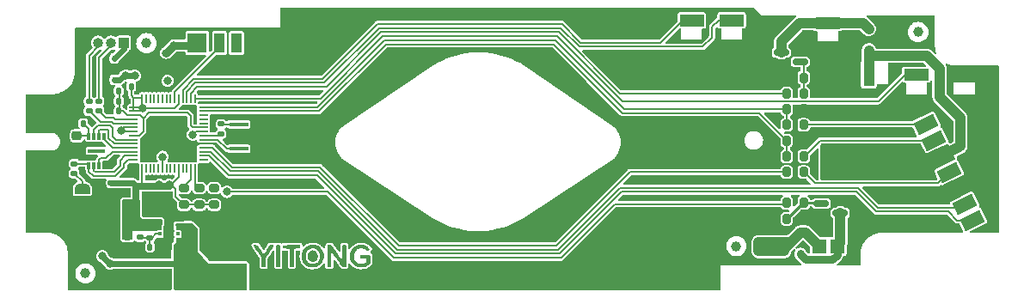
<source format=gbr>
%TF.GenerationSoftware,KiCad,Pcbnew,(7.0.0-40-g49f6a63a06)*%
%TF.CreationDate,2023-02-16T00:57:38+00:00*%
%TF.ProjectId,OPSX,4f505358-2e6b-4696-9361-645f70636258,rev?*%
%TF.SameCoordinates,PX6578900PY6a86820*%
%TF.FileFunction,Copper,L1,Top*%
%TF.FilePolarity,Positive*%
%FSLAX46Y46*%
G04 Gerber Fmt 4.6, Leading zero omitted, Abs format (unit mm)*
G04 Created by KiCad (PCBNEW (7.0.0-40-g49f6a63a06)) date 2023-02-16 00:57:38*
%MOMM*%
%LPD*%
G01*
G04 APERTURE LIST*
G04 Aperture macros list*
%AMRoundRect*
0 Rectangle with rounded corners*
0 $1 Rounding radius*
0 $2 $3 $4 $5 $6 $7 $8 $9 X,Y pos of 4 corners*
0 Add a 4 corners polygon primitive as box body*
4,1,4,$2,$3,$4,$5,$6,$7,$8,$9,$2,$3,0*
0 Add four circle primitives for the rounded corners*
1,1,$1+$1,$2,$3*
1,1,$1+$1,$4,$5*
1,1,$1+$1,$6,$7*
1,1,$1+$1,$8,$9*
0 Add four rect primitives between the rounded corners*
20,1,$1+$1,$2,$3,$4,$5,0*
20,1,$1+$1,$4,$5,$6,$7,0*
20,1,$1+$1,$6,$7,$8,$9,0*
20,1,$1+$1,$8,$9,$2,$3,0*%
%AMRotRect*
0 Rectangle, with rotation*
0 The origin of the aperture is its center*
0 $1 length*
0 $2 width*
0 $3 Rotation angle, in degrees counterclockwise*
0 Add horizontal line*
21,1,$1,$2,0,0,$3*%
%AMFreePoly0*
4,1,19,0.500000,-0.750000,0.000000,-0.750000,0.000000,-0.744911,-0.071157,-0.744911,-0.207708,-0.704816,-0.327430,-0.627875,-0.420627,-0.520320,-0.479746,-0.390866,-0.500000,-0.250000,-0.500000,0.250000,-0.479746,0.390866,-0.420627,0.520320,-0.327430,0.627875,-0.207708,0.704816,-0.071157,0.744911,0.000000,0.744911,0.000000,0.750000,0.500000,0.750000,0.500000,-0.750000,0.500000,-0.750000,
$1*%
%AMFreePoly1*
4,1,19,0.000000,0.744911,0.071157,0.744911,0.207708,0.704816,0.327430,0.627875,0.420627,0.520320,0.479746,0.390866,0.500000,0.250000,0.500000,-0.250000,0.479746,-0.390866,0.420627,-0.520320,0.327430,-0.627875,0.207708,-0.704816,0.071157,-0.744911,0.000000,-0.744911,0.000000,-0.750000,-0.500000,-0.750000,-0.500000,0.750000,0.000000,0.750000,0.000000,0.744911,0.000000,0.744911,
$1*%
G04 Aperture macros list end*
%TA.AperFunction,SMDPad,CuDef*%
%ADD10RoundRect,0.200000X0.200000X0.275000X-0.200000X0.275000X-0.200000X-0.275000X0.200000X-0.275000X0*%
%TD*%
%TA.AperFunction,SMDPad,CuDef*%
%ADD11RoundRect,0.150000X0.587500X0.150000X-0.587500X0.150000X-0.587500X-0.150000X0.587500X-0.150000X0*%
%TD*%
%TA.AperFunction,SMDPad,CuDef*%
%ADD12RoundRect,0.140000X0.140000X0.170000X-0.140000X0.170000X-0.140000X-0.170000X0.140000X-0.170000X0*%
%TD*%
%TA.AperFunction,SMDPad,CuDef*%
%ADD13RoundRect,0.135000X0.185000X-0.135000X0.185000X0.135000X-0.185000X0.135000X-0.185000X-0.135000X0*%
%TD*%
%TA.AperFunction,SMDPad,CuDef*%
%ADD14C,1.000000*%
%TD*%
%TA.AperFunction,SMDPad,CuDef*%
%ADD15RoundRect,0.140000X-0.170000X0.140000X-0.170000X-0.140000X0.170000X-0.140000X0.170000X0.140000X0*%
%TD*%
%TA.AperFunction,SMDPad,CuDef*%
%ADD16R,1.900000X0.400000*%
%TD*%
%TA.AperFunction,SMDPad,CuDef*%
%ADD17RoundRect,0.050000X0.050000X-0.387500X0.050000X0.387500X-0.050000X0.387500X-0.050000X-0.387500X0*%
%TD*%
%TA.AperFunction,SMDPad,CuDef*%
%ADD18RoundRect,0.050000X0.387500X-0.050000X0.387500X0.050000X-0.387500X0.050000X-0.387500X-0.050000X0*%
%TD*%
%TA.AperFunction,ComponentPad*%
%ADD19C,0.600000*%
%TD*%
%TA.AperFunction,SMDPad,CuDef*%
%ADD20RoundRect,0.144000X1.456000X-1.456000X1.456000X1.456000X-1.456000X1.456000X-1.456000X-1.456000X0*%
%TD*%
%TA.AperFunction,SMDPad,CuDef*%
%ADD21R,0.450000X0.600000*%
%TD*%
%TA.AperFunction,SMDPad,CuDef*%
%ADD22RoundRect,0.200000X-0.200000X-0.275000X0.200000X-0.275000X0.200000X0.275000X-0.200000X0.275000X0*%
%TD*%
%TA.AperFunction,SMDPad,CuDef*%
%ADD23RoundRect,0.200000X-0.275000X0.200000X-0.275000X-0.200000X0.275000X-0.200000X0.275000X0.200000X0*%
%TD*%
%TA.AperFunction,SMDPad,CuDef*%
%ADD24RoundRect,0.225000X0.225000X0.250000X-0.225000X0.250000X-0.225000X-0.250000X0.225000X-0.250000X0*%
%TD*%
%TA.AperFunction,SMDPad,CuDef*%
%ADD25RoundRect,0.135000X-0.135000X-0.185000X0.135000X-0.185000X0.135000X0.185000X-0.135000X0.185000X0*%
%TD*%
%TA.AperFunction,SMDPad,CuDef*%
%ADD26RoundRect,0.093750X-0.093750X-0.106250X0.093750X-0.106250X0.093750X0.106250X-0.093750X0.106250X0*%
%TD*%
%TA.AperFunction,SMDPad,CuDef*%
%ADD27R,1.000000X1.600000*%
%TD*%
%TA.AperFunction,SMDPad,CuDef*%
%ADD28RoundRect,0.140000X0.170000X-0.140000X0.170000X0.140000X-0.170000X0.140000X-0.170000X-0.140000X0*%
%TD*%
%TA.AperFunction,SMDPad,CuDef*%
%ADD29RotRect,2.150000X1.300000X26.000000*%
%TD*%
%TA.AperFunction,SMDPad,CuDef*%
%ADD30R,2.410900X1.148900*%
%TD*%
%TA.AperFunction,SMDPad,CuDef*%
%ADD31R,1.135175X2.404174*%
%TD*%
%TA.AperFunction,SMDPad,CuDef*%
%ADD32R,2.355450X1.200000*%
%TD*%
%TA.AperFunction,SMDPad,CuDef*%
%ADD33R,1.943250X1.953550*%
%TD*%
%TA.AperFunction,SMDPad,CuDef*%
%ADD34R,1.050000X1.950000*%
%TD*%
%TA.AperFunction,SMDPad,CuDef*%
%ADD35R,1.413846X1.475000*%
%TD*%
%TA.AperFunction,SMDPad,CuDef*%
%ADD36R,1.371600X1.473750*%
%TD*%
%TA.AperFunction,SMDPad,CuDef*%
%ADD37RoundRect,0.150000X-0.587500X-0.150000X0.587500X-0.150000X0.587500X0.150000X-0.587500X0.150000X0*%
%TD*%
%TA.AperFunction,SMDPad,CuDef*%
%ADD38FreePoly0,90.000000*%
%TD*%
%TA.AperFunction,SMDPad,CuDef*%
%ADD39FreePoly1,90.000000*%
%TD*%
%TA.AperFunction,SMDPad,CuDef*%
%ADD40RoundRect,0.225000X-0.250000X0.225000X-0.250000X-0.225000X0.250000X-0.225000X0.250000X0.225000X0*%
%TD*%
%TA.AperFunction,ComponentPad*%
%ADD41R,1.000000X1.000000*%
%TD*%
%TA.AperFunction,ComponentPad*%
%ADD42O,1.000000X1.000000*%
%TD*%
%TA.AperFunction,SMDPad,CuDef*%
%ADD43RoundRect,0.140000X-0.140000X-0.170000X0.140000X-0.170000X0.140000X0.170000X-0.140000X0.170000X0*%
%TD*%
%TA.AperFunction,SMDPad,CuDef*%
%ADD44R,0.300000X0.650000*%
%TD*%
%TA.AperFunction,SMDPad,CuDef*%
%ADD45R,1.700000X0.400000*%
%TD*%
%TA.AperFunction,ViaPad*%
%ADD46C,0.800000*%
%TD*%
%TA.AperFunction,Conductor*%
%ADD47C,0.200000*%
%TD*%
%TA.AperFunction,Conductor*%
%ADD48C,0.800000*%
%TD*%
%TA.AperFunction,Conductor*%
%ADD49C,0.700000*%
%TD*%
%TA.AperFunction,Conductor*%
%ADD50C,0.600000*%
%TD*%
%TA.AperFunction,Conductor*%
%ADD51C,1.000000*%
%TD*%
%TA.AperFunction,Conductor*%
%ADD52C,0.250000*%
%TD*%
G04 APERTURE END LIST*
%TO.C,G\u002A\u002A\u002A*%
G36*
X19088415Y2795266D02*
G01*
X19132732Y2793482D01*
X19153615Y2791028D01*
X19184966Y2783235D01*
X19181405Y1724030D01*
X19177845Y664825D01*
X18795561Y657093D01*
X18802681Y2790755D01*
X18962473Y2794788D01*
X19029326Y2795748D01*
X19088415Y2795266D01*
G37*
G36*
X21154832Y2627598D02*
G01*
X21150930Y2457276D01*
X20834922Y2453542D01*
X20518913Y2449807D01*
X20515337Y1557316D01*
X20511762Y664825D01*
X20320706Y660960D01*
X20129650Y657094D01*
X20129650Y2449816D01*
X19483534Y2457276D01*
X19483534Y2790755D01*
X20321134Y2794338D01*
X21158735Y2797920D01*
X21154832Y2627598D01*
G37*
G36*
X18380927Y2796915D02*
G01*
X18444057Y2795445D01*
X18497641Y2792907D01*
X18535629Y2789338D01*
X18551974Y2784770D01*
X18552019Y2784702D01*
X18546014Y2771245D01*
X18526224Y2737151D01*
X18494266Y2684913D01*
X18451755Y2617027D01*
X18400307Y2535989D01*
X18341538Y2444292D01*
X18277062Y2344431D01*
X18208495Y2238903D01*
X18137454Y2130201D01*
X18065553Y2020820D01*
X17994409Y1913257D01*
X17925636Y1810004D01*
X17860850Y1713558D01*
X17807673Y1635202D01*
X17739716Y1535667D01*
X17739716Y657878D01*
X17364552Y657878D01*
X17364329Y1092096D01*
X17364106Y1526313D01*
X16949398Y2151587D01*
X16852363Y2298305D01*
X16770327Y2423286D01*
X16702560Y2527701D01*
X16648332Y2612722D01*
X16606913Y2679521D01*
X16577571Y2729270D01*
X16559578Y2763142D01*
X16552202Y2782308D01*
X16553068Y2787666D01*
X16573006Y2791291D01*
X16615178Y2793843D01*
X16674040Y2795147D01*
X16744049Y2795024D01*
X16769996Y2794614D01*
X16968545Y2790755D01*
X17093600Y2599731D01*
X17145231Y2520682D01*
X17200445Y2435840D01*
X17253541Y2353987D01*
X17298814Y2283905D01*
X17310170Y2266252D01*
X17376762Y2162555D01*
X17429892Y2079971D01*
X17471206Y2016292D01*
X17502352Y1969307D01*
X17524975Y1936807D01*
X17540722Y1916583D01*
X17551240Y1906423D01*
X17558176Y1904120D01*
X17563177Y1907462D01*
X17567888Y1914241D01*
X17570087Y1917456D01*
X17581650Y1934884D01*
X17606261Y1972927D01*
X17642093Y2028728D01*
X17687316Y2099428D01*
X17740102Y2182171D01*
X17798624Y2274098D01*
X17853219Y2360011D01*
X17914996Y2456906D01*
X17972543Y2546395D01*
X18024068Y2625748D01*
X18067775Y2692236D01*
X18101872Y2743126D01*
X18124564Y2775689D01*
X18133753Y2787069D01*
X18153896Y2791445D01*
X18194734Y2794584D01*
X18250217Y2796519D01*
X18314297Y2797285D01*
X18380927Y2796915D01*
G37*
G36*
X24098097Y2796468D02*
G01*
X24154598Y2794583D01*
X24197723Y2791681D01*
X24220821Y2787801D01*
X24222247Y2787069D01*
X24233664Y2773646D01*
X24259193Y2740440D01*
X24296759Y2690254D01*
X24344283Y2625893D01*
X24399690Y2550161D01*
X24460903Y2465862D01*
X24492200Y2422539D01*
X24571065Y2313202D01*
X24658994Y2191334D01*
X24750723Y2064227D01*
X24840988Y1939174D01*
X24924525Y1823469D01*
X24983589Y1741685D01*
X25046115Y1655121D01*
X25105218Y1573289D01*
X25158399Y1499654D01*
X25203155Y1437678D01*
X25236987Y1390825D01*
X25257392Y1362558D01*
X25259014Y1360310D01*
X25298578Y1305467D01*
X25298578Y2783278D01*
X25329842Y2791049D01*
X25355941Y2793830D01*
X25402807Y2795426D01*
X25463436Y2795702D01*
X25520897Y2794788D01*
X25680690Y2790755D01*
X25684250Y1724317D01*
X25687810Y657878D01*
X25315103Y657878D01*
X25246050Y751669D01*
X25220979Y786046D01*
X25181799Y840182D01*
X25130557Y911226D01*
X25069299Y996325D01*
X25000071Y1092627D01*
X24924920Y1197280D01*
X24845891Y1307430D01*
X24765030Y1420226D01*
X24684384Y1532815D01*
X24606000Y1642345D01*
X24531922Y1745964D01*
X24464197Y1840818D01*
X24404872Y1924056D01*
X24383864Y1953584D01*
X24336685Y2019071D01*
X24294569Y2075900D01*
X24260278Y2120474D01*
X24236572Y2149198D01*
X24226454Y2158534D01*
X24224251Y2145061D01*
X24222183Y2106330D01*
X24220291Y2044872D01*
X24218613Y1963219D01*
X24217188Y1863902D01*
X24216057Y1749452D01*
X24215258Y1622402D01*
X24214832Y1485282D01*
X24214770Y1408206D01*
X24214770Y657878D01*
X23825711Y657878D01*
X23825711Y1719356D01*
X23825754Y1917536D01*
X23825905Y2089739D01*
X23826204Y2237778D01*
X23826686Y2363464D01*
X23827389Y2468610D01*
X23828351Y2555030D01*
X23829609Y2624536D01*
X23831199Y2678939D01*
X23833159Y2720054D01*
X23835527Y2749692D01*
X23838339Y2769666D01*
X23841632Y2781789D01*
X23845445Y2787873D01*
X23847690Y2789269D01*
X23871325Y2793055D01*
X23914833Y2795630D01*
X23971564Y2797031D01*
X24034869Y2797297D01*
X24098097Y2796468D01*
G37*
G36*
X21290930Y1784107D02*
G01*
X21689863Y1784107D01*
X21690299Y1671686D01*
X21707619Y1530200D01*
X21744091Y1398622D01*
X21798004Y1280879D01*
X21867652Y1180896D01*
X21930977Y1118444D01*
X21991369Y1075142D01*
X22062068Y1034272D01*
X22133224Y1000902D01*
X22194991Y980102D01*
X22203225Y978303D01*
X22260650Y970799D01*
X22333086Y966689D01*
X22410724Y965989D01*
X22483758Y968713D01*
X22542378Y974875D01*
X22557354Y977773D01*
X22678208Y1019567D01*
X22787628Y1085497D01*
X22883544Y1173533D01*
X22963884Y1281646D01*
X23026578Y1407808D01*
X23043388Y1454098D01*
X23063725Y1538964D01*
X23075766Y1639875D01*
X23079284Y1746892D01*
X23074053Y1850073D01*
X23059848Y1939478D01*
X23054868Y1958511D01*
X23002491Y2096383D01*
X22930959Y2215899D01*
X22841637Y2315685D01*
X22735889Y2394367D01*
X22615080Y2450571D01*
X22546081Y2470618D01*
X22446568Y2487853D01*
X22352284Y2489409D01*
X22250696Y2475241D01*
X22223586Y2469439D01*
X22115349Y2437649D01*
X22024158Y2392907D01*
X21940341Y2329908D01*
X21900475Y2292214D01*
X21813242Y2186556D01*
X21749244Y2067188D01*
X21708208Y1933306D01*
X21689863Y1784107D01*
X21290930Y1784107D01*
X21291220Y1806505D01*
X21297457Y1900787D01*
X21308603Y1979839D01*
X21316437Y2012637D01*
X21361710Y2150120D01*
X21412289Y2266434D01*
X21471689Y2368144D01*
X21543428Y2461814D01*
X21577141Y2499331D01*
X21650705Y2569493D01*
X21735255Y2636498D01*
X21821805Y2693813D01*
X21901258Y2734863D01*
X21973841Y2764429D01*
X22035484Y2786141D01*
X22092996Y2801188D01*
X22153187Y2810759D01*
X22222865Y2816041D01*
X22308840Y2818224D01*
X22380635Y2818545D01*
X22488026Y2817600D01*
X22574154Y2813878D01*
X22645509Y2806050D01*
X22708580Y2792788D01*
X22769858Y2772761D01*
X22835831Y2744642D01*
X22904850Y2711184D01*
X23045529Y2627665D01*
X23165126Y2527638D01*
X23266131Y2408577D01*
X23351032Y2267957D01*
X23360580Y2248852D01*
X23425840Y2084580D01*
X23465824Y1912478D01*
X23480546Y1736239D01*
X23470016Y1559560D01*
X23434247Y1386137D01*
X23373250Y1219665D01*
X23357213Y1185887D01*
X23321579Y1118232D01*
X23286107Y1062513D01*
X23244111Y1009592D01*
X23188904Y950330D01*
X23173213Y934417D01*
X23066878Y837582D01*
X22958949Y761759D01*
X22842271Y703031D01*
X22709688Y657478D01*
X22630744Y637388D01*
X22582931Y629838D01*
X22516607Y623886D01*
X22439508Y619742D01*
X22359372Y617614D01*
X22283935Y617711D01*
X22220934Y620242D01*
X22179158Y625193D01*
X22001196Y674377D01*
X21841109Y744081D01*
X21699511Y833952D01*
X21577016Y943638D01*
X21528878Y998641D01*
X21472479Y1079024D01*
X21417253Y1177060D01*
X21368026Y1282854D01*
X21329624Y1386508D01*
X21315604Y1435996D01*
X21302086Y1511740D01*
X21293523Y1604036D01*
X21289905Y1704939D01*
X21290930Y1784107D01*
G37*
G36*
X27250059Y2817468D02*
G01*
X27331904Y2815129D01*
X27398314Y2809414D01*
X27455464Y2799043D01*
X27509524Y2782736D01*
X27566668Y2759214D01*
X27633066Y2727195D01*
X27667670Y2709643D01*
X27733883Y2671935D01*
X27795785Y2627335D01*
X27861496Y2569638D01*
X27900411Y2531861D01*
X27947081Y2483984D01*
X27985420Y2441902D01*
X28011587Y2410032D01*
X28021740Y2392787D01*
X28021758Y2392402D01*
X28010397Y2380347D01*
X27980274Y2358542D01*
X27937098Y2330404D01*
X27886582Y2299348D01*
X27834437Y2268790D01*
X27786372Y2242145D01*
X27748100Y2222831D01*
X27725332Y2214262D01*
X27723678Y2214114D01*
X27709293Y2223009D01*
X27680196Y2246741D01*
X27641701Y2280884D01*
X27625506Y2295863D01*
X27513353Y2383113D01*
X27392137Y2444592D01*
X27263917Y2480000D01*
X27130750Y2489033D01*
X26994690Y2471392D01*
X26857797Y2426773D01*
X26827024Y2412954D01*
X26764834Y2375010D01*
X26696665Y2319592D01*
X26629563Y2253776D01*
X26570574Y2184637D01*
X26526743Y2119250D01*
X26518325Y2102954D01*
X26461291Y1954168D01*
X26432015Y1805959D01*
X26430496Y1658536D01*
X26456732Y1512103D01*
X26510722Y1366867D01*
X26522831Y1341972D01*
X26596547Y1224867D01*
X26689594Y1126701D01*
X26799921Y1049544D01*
X26826624Y1035435D01*
X26920228Y996385D01*
X27015987Y973534D01*
X27122529Y965310D01*
X27202127Y967090D01*
X27325990Y981415D01*
X27435032Y1012333D01*
X27538678Y1062853D01*
X27577353Y1086990D01*
X27653775Y1137254D01*
X27657687Y1300258D01*
X27661600Y1463262D01*
X27345051Y1466998D01*
X27028501Y1470733D01*
X27028501Y1804213D01*
X27531532Y1807859D01*
X28034562Y1811505D01*
X28043110Y1765946D01*
X28045261Y1739935D01*
X28046873Y1690408D01*
X28047903Y1621635D01*
X28048306Y1537885D01*
X28048041Y1443429D01*
X28047245Y1356966D01*
X28042834Y993545D01*
X28008097Y956513D01*
X27959467Y911698D01*
X27893669Y860666D01*
X27818698Y808988D01*
X27742551Y762236D01*
X27685814Y731957D01*
X27533281Y670634D01*
X27374052Y633033D01*
X27203219Y618096D01*
X27155248Y617805D01*
X27087176Y618907D01*
X27027337Y620706D01*
X26982317Y622950D01*
X26959026Y625315D01*
X26783048Y672189D01*
X26628322Y734053D01*
X26491918Y812198D01*
X26426996Y859905D01*
X26304624Y974740D01*
X26204030Y1106496D01*
X26125852Y1254050D01*
X26070731Y1416282D01*
X26048454Y1523506D01*
X26041280Y1591013D01*
X26038018Y1673904D01*
X26038426Y1764082D01*
X26042264Y1853451D01*
X26049291Y1933914D01*
X26059265Y1997374D01*
X26063004Y2012637D01*
X26123181Y2184210D01*
X26202965Y2336157D01*
X26302755Y2468911D01*
X26422952Y2582907D01*
X26563956Y2678576D01*
X26726169Y2756352D01*
X26764497Y2771015D01*
X26809179Y2787141D01*
X26846055Y2798975D01*
X26880697Y2807196D01*
X26918677Y2812486D01*
X26965566Y2815527D01*
X27026937Y2816997D01*
X27108360Y2817580D01*
X27146609Y2817712D01*
X27250059Y2817468D01*
G37*
%TD*%
D10*
%TO.P,R10,1*%
%TO.N,/GPIO16_6V*%
X70725000Y11550000D03*
%TO.P,R10,2*%
%TO.N,/GPIO16*%
X69075000Y11550000D03*
%TD*%
D11*
%TO.P,Q2,1,G*%
%TO.N,Net-(Q2-Pad1)*%
X70387500Y20850000D03*
%TO.P,Q2,2,S*%
%TO.N,GND*%
X70387500Y22750000D03*
%TO.P,Q2,3,D*%
%TO.N,/SOL2-*%
X68512500Y21800000D03*
%TD*%
D12*
%TO.P,C12,1*%
%TO.N,+3V3*%
X-220000Y14800000D03*
%TO.P,C12,2*%
%TO.N,GND*%
X-1180000Y14800000D03*
%TD*%
D13*
%TO.P,R14,1*%
%TO.N,Net-(C5-Pad2)*%
X6350000Y3540000D03*
%TO.P,R14,2*%
%TO.N,+3V3*%
X6350000Y4560000D03*
%TD*%
D14*
%TO.P,FID1,*%
%TO.N,*%
X0Y0D03*
%TD*%
D15*
%TO.P,C9,1*%
%TO.N,+3V3*%
X6300000Y8630000D03*
%TO.P,C9,2*%
%TO.N,GND*%
X6300000Y7670000D03*
%TD*%
D16*
%TO.P,Y1,1,1*%
%TO.N,Net-(R4-Pad2)*%
X15099999Y14699999D03*
%TO.P,Y1,2,2*%
%TO.N,/XIN*%
X15099999Y12299999D03*
%TO.P,Y1,3,3*%
%TO.N,GND*%
X15099999Y13499999D03*
%TD*%
D15*
%TO.P,C8,1*%
%TO.N,+3V3*%
X2550000Y8930000D03*
%TO.P,C8,2*%
%TO.N,GND*%
X2550000Y7970000D03*
%TD*%
%TO.P,R1,1*%
%TO.N,/USB_D+*%
X350000Y16980000D03*
%TO.P,R1,2*%
%TO.N,Net-(R1-Pad2)*%
X350000Y16020000D03*
%TD*%
D17*
%TO.P,U2,1,IOVDD*%
%TO.N,+3V3*%
X5580000Y10362500D03*
%TO.P,U2,2,GPIO0*%
%TO.N,N/C*%
X5980000Y10362500D03*
%TO.P,U2,3,GPIO1*%
X6380000Y10362500D03*
%TO.P,U2,4,GPIO2*%
X6780000Y10362500D03*
%TO.P,U2,5,GPIO3*%
X7180000Y10362500D03*
%TO.P,U2,6,GPIO4*%
%TO.N,/GPIO4*%
X7580000Y10362500D03*
%TO.P,U2,7,GPIO5*%
%TO.N,N/C*%
X7980000Y10362500D03*
%TO.P,U2,8,GPIO6*%
X8380000Y10362500D03*
%TO.P,U2,9,GPIO7*%
X8780000Y10362500D03*
%TO.P,U2,10,IOVDD*%
%TO.N,+3V3*%
X9180000Y10362500D03*
%TO.P,U2,11,GPIO8*%
%TO.N,N/C*%
X9580000Y10362500D03*
%TO.P,U2,12,GPIO9*%
X9980000Y10362500D03*
%TO.P,U2,13,GPIO10*%
%TO.N,/GPIO10*%
X10380000Y10362500D03*
%TO.P,U2,14,GPIO11*%
%TO.N,/GPIO11*%
X10780000Y10362500D03*
D18*
%TO.P,U2,15,GPIO12*%
%TO.N,N/C*%
X11617500Y11200000D03*
%TO.P,U2,16,GPIO13*%
%TO.N,/GPIO13*%
X11617500Y11600000D03*
%TO.P,U2,17,GPIO14*%
%TO.N,/GPIO14*%
X11617500Y12000000D03*
%TO.P,U2,18,GPIO15*%
%TO.N,/GPIO15*%
X11617500Y12400000D03*
%TO.P,U2,19,TESTEN*%
%TO.N,GND*%
X11617500Y12800000D03*
%TO.P,U2,20,XIN*%
%TO.N,/XIN*%
X11617500Y13200000D03*
%TO.P,U2,21,XOUT*%
%TO.N,/XOUT*%
X11617500Y13600000D03*
%TO.P,U2,22,IOVDD*%
%TO.N,+3V3*%
X11617500Y14000000D03*
%TO.P,U2,23,DVDD*%
%TO.N,+1V1*%
X11617500Y14400000D03*
%TO.P,U2,24,SWCLK*%
%TO.N,N/C*%
X11617500Y14800000D03*
%TO.P,U2,25,SWD*%
X11617500Y15200000D03*
%TO.P,U2,26,RUN*%
X11617500Y15600000D03*
%TO.P,U2,27,GPIO16*%
%TO.N,/GPIO16*%
X11617500Y16000000D03*
%TO.P,U2,28,GPIO17*%
%TO.N,/GPIO17*%
X11617500Y16400000D03*
D17*
%TO.P,U2,29,GPIO18*%
%TO.N,/GPIO18*%
X10780000Y17237500D03*
%TO.P,U2,30,GPIO19*%
%TO.N,/GPIO19*%
X10380000Y17237500D03*
%TO.P,U2,31,GPIO20*%
%TO.N,/GPIO20*%
X9980000Y17237500D03*
%TO.P,U2,32,GPIO21*%
%TO.N,/GPIO21*%
X9580000Y17237500D03*
%TO.P,U2,33,IOVDD*%
%TO.N,+3V3*%
X9180000Y17237500D03*
%TO.P,U2,34,GPIO22*%
%TO.N,/GPIO22*%
X8780000Y17237500D03*
%TO.P,U2,35,GPIO23*%
%TO.N,N/C*%
X8380000Y17237500D03*
%TO.P,U2,36,GPIO24*%
X7980000Y17237500D03*
%TO.P,U2,37,GPIO25*%
X7580000Y17237500D03*
%TO.P,U2,38,GPIO26_ADC0*%
X7180000Y17237500D03*
%TO.P,U2,39,GPIO27_ADC1*%
X6780000Y17237500D03*
%TO.P,U2,40,GPIO28_ADC2*%
X6380000Y17237500D03*
%TO.P,U2,41,GPIO29_ADC3*%
X5980000Y17237500D03*
%TO.P,U2,42,IOVDD*%
%TO.N,+3V3*%
X5580000Y17237500D03*
D18*
%TO.P,U2,43,ADC_AVDD*%
X4742500Y16400000D03*
%TO.P,U2,44,VREG_IN*%
X4742500Y16000000D03*
%TO.P,U2,45,VREG_VOUT*%
%TO.N,+1V1*%
X4742500Y15600000D03*
%TO.P,U2,46,USB_DM*%
%TO.N,Net-(R2-Pad2)*%
X4742500Y15200000D03*
%TO.P,U2,47,USB_DP*%
%TO.N,Net-(R1-Pad2)*%
X4742500Y14800000D03*
%TO.P,U2,48,USB_VDD*%
%TO.N,+3V3*%
X4742500Y14400000D03*
%TO.P,U2,49,IOVDD*%
X4742500Y14000000D03*
%TO.P,U2,50,DVDD*%
%TO.N,+1V1*%
X4742500Y13600000D03*
%TO.P,U2,51,QSPI_SD3*%
%TO.N,/QSPI_SD3*%
X4742500Y13200000D03*
%TO.P,U2,52,QSPI_SCLK*%
%TO.N,/QSPI_SCLK*%
X4742500Y12800000D03*
%TO.P,U2,53,QSPI_SD0*%
%TO.N,/QSPI_SD0*%
X4742500Y12400000D03*
%TO.P,U2,54,QSPI_SD2*%
%TO.N,/QSPI_SD2*%
X4742500Y12000000D03*
%TO.P,U2,55,QSPI_SD1*%
%TO.N,/QSPI_SD1*%
X4742500Y11600000D03*
%TO.P,U2,56,QSPI_SS*%
%TO.N,/QSPI_SS*%
X4742500Y11200000D03*
D19*
%TO.P,U2,57,GND*%
%TO.N,GND*%
X6905000Y12525000D03*
X8180000Y12525000D03*
X9455000Y12525000D03*
X6905000Y13800000D03*
X8180000Y13800000D03*
D20*
X8180000Y13800000D03*
D19*
X9455000Y13800000D03*
X6905000Y15075000D03*
X8180000Y15075000D03*
X9455000Y15075000D03*
%TD*%
D21*
%TO.P,D2,1,A*%
%TO.N,+6V*%
X77149999Y21999999D03*
%TO.P,D2,2,K*%
%TO.N,/SOL2-*%
X77149999Y24099999D03*
%TD*%
D22*
%TO.P,R11,1*%
%TO.N,/GPIO16*%
X69075000Y13100000D03*
%TO.P,R11,2*%
%TO.N,GND*%
X70725000Y13100000D03*
%TD*%
D15*
%TO.P,C5,1*%
%TO.N,+3V3*%
X5350000Y4530000D03*
%TO.P,C5,2*%
%TO.N,Net-(C5-Pad2)*%
X5350000Y3570000D03*
%TD*%
D21*
%TO.P,D3,1,A*%
%TO.N,+6V*%
X2849999Y19099999D03*
%TO.P,D3,2,K*%
%TO.N,VBUS*%
X2849999Y21199999D03*
%TD*%
D22*
%TO.P,R8,1*%
%TO.N,/GPIO4*%
X69075000Y6950000D03*
%TO.P,R8,2*%
%TO.N,Net-(Q1-Pad1)*%
X70725000Y6950000D03*
%TD*%
D23*
%TO.P,R16,1*%
%TO.N,/GPIO10*%
X9700000Y8425000D03*
%TO.P,R16,2*%
%TO.N,+3V3*%
X9700000Y6775000D03*
%TD*%
D21*
%TO.P,D1,1,A*%
%TO.N,+6V*%
X70399999Y4049999D03*
%TO.P,D1,2,K*%
%TO.N,/SOL1-*%
X70399999Y1949999D03*
%TD*%
D15*
%TO.P,R2,1*%
%TO.N,/USB_D-*%
X1350000Y16980000D03*
%TO.P,R2,2*%
%TO.N,Net-(R2-Pad2)*%
X1350000Y16020000D03*
%TD*%
D24*
%TO.P,C6,1*%
%TO.N,+3V3*%
X4125000Y3750000D03*
%TO.P,C6,2*%
%TO.N,GND*%
X2575000Y3750000D03*
%TD*%
D23*
%TO.P,R18,1*%
%TO.N,Net-(R18-Pad1)*%
X12700000Y8425000D03*
%TO.P,R18,2*%
%TO.N,+3V3*%
X12700000Y6775000D03*
%TD*%
D25*
%TO.P,R15,1*%
%TO.N,GND*%
X5340000Y2600000D03*
%TO.P,R15,2*%
%TO.N,Net-(C5-Pad2)*%
X6360000Y2600000D03*
%TD*%
D26*
%TO.P,U4,1,OUT*%
%TO.N,+3V3*%
X7312500Y4550000D03*
%TO.P,U4,2,FB*%
%TO.N,Net-(C5-Pad2)*%
X7312500Y3900000D03*
%TO.P,U4,3,GND*%
%TO.N,GND*%
X7312500Y3250000D03*
%TO.P,U4,4,EN*%
%TO.N,+6V*%
X9087500Y3250000D03*
%TO.P,U4,5,NC*%
%TO.N,N/C*%
X9087500Y3900000D03*
%TO.P,U4,6,IN*%
%TO.N,+6V*%
X9087500Y4550000D03*
D19*
%TO.P,U4,7,PAD*%
%TO.N,GND*%
X8200000Y4350000D03*
D27*
X8199999Y3899999D03*
D19*
X8200000Y3450000D03*
%TD*%
D28*
%TO.P,R4,1*%
%TO.N,/XOUT*%
X13350000Y13770000D03*
%TO.P,R4,2*%
%TO.N,Net-(R4-Pad2)*%
X13350000Y14730000D03*
%TD*%
D24*
%TO.P,C7,1*%
%TO.N,+3V3*%
X4125000Y6750000D03*
%TO.P,C7,2*%
%TO.N,GND*%
X2575000Y6750000D03*
%TD*%
D29*
%TO.P,U1,1,S8*%
%TO.N,/GPIO17_6V*%
X82738649Y14692249D03*
%TO.P,U1,2,S9*%
%TO.N,/GPIO16_6V*%
X83513649Y13117249D03*
%TO.P,U1,3,VCC_6V*%
%TO.N,+6V*%
X84288649Y11542249D03*
%TO.P,U1,4,MOTOR*%
%TO.N,Net-(R5-Pad1)*%
X85038649Y9967249D03*
%TO.P,U1,5,GND*%
%TO.N,GND*%
X85813649Y8392249D03*
%TO.P,U1,6,S3*%
%TO.N,/GPIO14*%
X86588649Y6817249D03*
%TO.P,U1,7,S5*%
%TO.N,/GPIO13*%
X87338649Y5242249D03*
D30*
%TO.P,U1,8,S1-*%
%TO.N,GND*%
X86538649Y19567799D03*
%TO.P,U1,9,S1+*%
%TO.N,/GPIO18*%
X81813649Y19617249D03*
D31*
%TO.P,U1,10,SOL2+*%
%TO.N,+6V*%
X77142961Y19673436D03*
D30*
%TO.P,U1,11,SOL2-*%
%TO.N,/SOL2-*%
X73088649Y24667249D03*
%TO.P,U1,12,S2-*%
%TO.N,/GPIO20*%
X63638649Y24967249D03*
D32*
%TO.P,U1,13,S2+*%
%TO.N,/GPIO21*%
X59713649Y24942249D03*
D33*
%TO.P,U1,14,F-*%
%TO.N,GND*%
X16988649Y22717249D03*
D34*
%TO.P,U1,15,FT*%
%TO.N,N/C*%
X14863649Y22717249D03*
%TO.P,U1,16,FF*%
%TO.N,/GPIO22*%
X13213649Y22717249D03*
D33*
%TO.P,U1,17,F+*%
%TO.N,+3V3*%
X11013649Y22717249D03*
D35*
%TO.P,U1,18,SOL1+*%
%TO.N,+6V*%
X72263649Y2692249D03*
D36*
%TO.P,U1,19,SOL1-*%
%TO.N,/SOL1-*%
X74063649Y2692249D03*
%TD*%
D37*
%TO.P,Q1,1,G*%
%TO.N,Net-(Q1-Pad1)*%
X72462500Y6900000D03*
%TO.P,Q1,2,S*%
%TO.N,GND*%
X72462500Y5000000D03*
%TO.P,Q1,3,D*%
%TO.N,/SOL1-*%
X74337500Y5950000D03*
%TD*%
D12*
%TO.P,C1,1*%
%TO.N,+1V1*%
X3280000Y17000000D03*
%TO.P,C1,2*%
%TO.N,GND*%
X2320000Y17000000D03*
%TD*%
D10*
%TO.P,R5,1*%
%TO.N,Net-(R5-Pad1)*%
X70725000Y10000000D03*
%TO.P,R5,2*%
%TO.N,/GPIO15*%
X69075000Y10000000D03*
%TD*%
D38*
%TO.P,SW1,1,1*%
%TO.N,GND*%
X-300000Y7050000D03*
D39*
%TO.P,SW1,2,2*%
%TO.N,Net-(R3-Pad2)*%
X-300000Y8350000D03*
%TD*%
D40*
%TO.P,C13,1*%
%TO.N,+3V3*%
X-850000Y13575000D03*
%TO.P,C13,2*%
%TO.N,GND*%
X-850000Y12025000D03*
%TD*%
D22*
%TO.P,R7,1*%
%TO.N,/GPIO17*%
X69075000Y16200000D03*
%TO.P,R7,2*%
%TO.N,GND*%
X70725000Y16200000D03*
%TD*%
D41*
%TO.P,J1,1,Pin_1*%
%TO.N,VBUS*%
X3792499Y22749999D03*
D42*
%TO.P,J1,2,Pin_2*%
%TO.N,/USB_D-*%
X2522499Y22749999D03*
%TO.P,J1,3,Pin_3*%
%TO.N,/USB_D+*%
X1252499Y22749999D03*
%TO.P,J1,4,Pin_4*%
%TO.N,GND*%
X-17499Y22749999D03*
%TD*%
D15*
%TO.P,C3,1*%
%TO.N,+3V3*%
X7280000Y8630000D03*
%TO.P,C3,2*%
%TO.N,GND*%
X7280000Y7670000D03*
%TD*%
D22*
%TO.P,R13,1*%
%TO.N,GND*%
X69075000Y19300000D03*
%TO.P,R13,2*%
%TO.N,Net-(Q2-Pad1)*%
X70725000Y19300000D03*
%TD*%
D14*
%TO.P,FID4,*%
%TO.N,*%
X6000000Y22700000D03*
%TD*%
D23*
%TO.P,R17,1*%
%TO.N,/GPIO11*%
X11200000Y8425000D03*
%TO.P,R17,2*%
%TO.N,+3V3*%
X11200000Y6775000D03*
%TD*%
D14*
%TO.P,FID3,*%
%TO.N,*%
X82000000Y23800000D03*
%TD*%
D15*
%TO.P,C14,1*%
%TO.N,+3V3*%
X3550000Y8930000D03*
%TO.P,C14,2*%
%TO.N,GND*%
X3550000Y7970000D03*
%TD*%
D24*
%TO.P,C16,1*%
%TO.N,+3V3*%
X4125000Y5250000D03*
%TO.P,C16,2*%
%TO.N,GND*%
X2575000Y5250000D03*
%TD*%
D12*
%TO.P,C2,1*%
%TO.N,+1V1*%
X3280000Y18000000D03*
%TO.P,C2,2*%
%TO.N,GND*%
X2320000Y18000000D03*
%TD*%
D43*
%TO.P,C11,1*%
%TO.N,+3V3*%
X4520000Y18450000D03*
%TO.P,C11,2*%
%TO.N,GND*%
X5480000Y18450000D03*
%TD*%
D15*
%TO.P,R3,1*%
%TO.N,/QSPI_SS*%
X-1100000Y10830000D03*
%TO.P,R3,2*%
%TO.N,Net-(R3-Pad2)*%
X-1100000Y9870000D03*
%TD*%
D10*
%TO.P,R6,1*%
%TO.N,/GPIO17_6V*%
X70725000Y14650000D03*
%TO.P,R6,2*%
%TO.N,/GPIO17*%
X69075000Y14650000D03*
%TD*%
D14*
%TO.P,FID2,*%
%TO.N,*%
X64100000Y2700000D03*
%TD*%
D10*
%TO.P,R12,1*%
%TO.N,GND*%
X70725000Y5400000D03*
%TO.P,R12,2*%
%TO.N,Net-(Q1-Pad1)*%
X69075000Y5400000D03*
%TD*%
D12*
%TO.P,C10,1*%
%TO.N,+1V1*%
X3280000Y16000000D03*
%TO.P,C10,2*%
%TO.N,GND*%
X2320000Y16000000D03*
%TD*%
D15*
%TO.P,C17,1*%
%TO.N,+3V3*%
X8280000Y8630000D03*
%TO.P,C17,2*%
%TO.N,GND*%
X8280000Y7670000D03*
%TD*%
D43*
%TO.P,C4,1*%
%TO.N,GND*%
X7970000Y2100000D03*
%TO.P,C4,2*%
%TO.N,+6V*%
X8930000Y2100000D03*
%TD*%
D22*
%TO.P,R9,1*%
%TO.N,/GPIO19*%
X69075000Y17750000D03*
%TO.P,R9,2*%
%TO.N,Net-(Q2-Pad1)*%
X70725000Y17750000D03*
%TD*%
D44*
%TO.P,U3,1,/CS*%
%TO.N,/QSPI_SS*%
X329999Y10639999D03*
%TO.P,U3,2,DO*%
%TO.N,/QSPI_SD1*%
X829999Y10639999D03*
%TO.P,U3,3,/WP*%
%TO.N,/QSPI_SD2*%
X1329999Y10639999D03*
%TO.P,U3,4,GND*%
%TO.N,GND*%
X1829999Y10639999D03*
%TO.P,U3,5,DI*%
%TO.N,/QSPI_SD0*%
X1829999Y13539999D03*
%TO.P,U3,6,CLK*%
%TO.N,/QSPI_SCLK*%
X1329999Y13539999D03*
%TO.P,U3,7,/HOLD/RESET*%
%TO.N,/QSPI_SD3*%
X829999Y13539999D03*
%TO.P,U3,8,VCC*%
%TO.N,+3V3*%
X329999Y13539999D03*
D45*
%TO.P,U3,9*%
%TO.N,N/C*%
X1079999Y12089999D03*
%TD*%
D43*
%TO.P,C18,1*%
%TO.N,GND*%
X7120000Y19000000D03*
%TO.P,C18,2*%
%TO.N,+3V3*%
X8080000Y19000000D03*
%TD*%
D46*
%TO.N,GND*%
X13300000Y20400000D03*
X88500000Y11100002D03*
X74800000Y21800000D03*
X9300000Y19900000D03*
X55800000Y14000000D03*
X19000000Y20400000D03*
X79000000Y15800000D03*
X62500000Y11900000D03*
X19000000Y23300000D03*
X84300000Y7600000D03*
X88500000Y15200000D03*
X5800000Y20800000D03*
X-3900000Y5800000D03*
X15100000Y6500000D03*
X62500000Y14000000D03*
X88500000Y13833334D03*
X72800000Y18600000D03*
X62500000Y20100000D03*
X12900000Y3500000D03*
X58100000Y20100000D03*
X-3900000Y15100000D03*
X17100000Y20400000D03*
X66900000Y20100000D03*
X60300000Y20100000D03*
X19000000Y21900000D03*
X74300000Y15800000D03*
X64700000Y20100000D03*
X17150000Y13900000D03*
X15100000Y2000000D03*
X-3900000Y7300000D03*
X17150000Y12700000D03*
X-800000Y2400000D03*
X88500000Y9733336D03*
X4600000Y20800000D03*
X74800000Y18600000D03*
X1200000Y4200000D03*
X60300000Y11900000D03*
X80700000Y15800000D03*
X53500000Y20100000D03*
X9300000Y21300000D03*
X55800000Y5800000D03*
X85100000Y4800000D03*
X15100000Y20400000D03*
X-3900000Y8800000D03*
X17150000Y15100000D03*
X14000000Y5000000D03*
X83100000Y5000000D03*
X14000000Y2000000D03*
X62500000Y5800000D03*
X14000000Y3500000D03*
X83200000Y7900000D03*
X-3900000Y16400000D03*
X74800000Y20200000D03*
X53500000Y5800000D03*
X72800000Y20200000D03*
X1500000Y8350000D03*
X64700000Y5800000D03*
X72800000Y15800000D03*
X2700000Y10900000D03*
X7500000Y6600000D03*
X4500000Y10000000D03*
X60300000Y14000000D03*
X15100000Y3500000D03*
X75800000Y15800000D03*
X72800000Y21800000D03*
X60300000Y5800000D03*
X88500000Y16566666D03*
X12900000Y5000000D03*
X58100000Y14000000D03*
X15100000Y5000000D03*
X200000Y5350000D03*
X12900000Y2000000D03*
X-3900000Y10300000D03*
X84100000Y5000000D03*
X58100000Y11900000D03*
X6500000Y6600000D03*
X8500000Y6600000D03*
X55800000Y20100000D03*
X88500000Y8366666D03*
X58100000Y5800000D03*
X17150000Y11500000D03*
X88500000Y12466668D03*
X66900000Y5800000D03*
X55800000Y11900000D03*
X77300000Y15800000D03*
%TO.N,+3V3*%
X8700000Y22500000D03*
X10581165Y13700500D03*
X7950000Y21750000D03*
X7280000Y8749500D03*
X8250000Y8750000D03*
X8084177Y19001629D03*
X5659260Y16254417D03*
X-700500Y13575000D03*
X3500000Y14100500D03*
%TO.N,+6V*%
X66300000Y3100000D03*
X1650000Y1700000D03*
X12900000Y500000D03*
X67600000Y3100000D03*
X79560000Y10400000D03*
X14000000Y500000D03*
X76440000Y11800000D03*
X10700000Y-600000D03*
X11800000Y500000D03*
X68800000Y3100000D03*
X78000000Y11800000D03*
X15100000Y500000D03*
X73320000Y11800000D03*
X4850000Y19500000D03*
X74880000Y11800000D03*
X12900000Y-600000D03*
X14000000Y-600000D03*
X66300000Y2200000D03*
X9600000Y-600000D03*
X73320000Y10400000D03*
X78000000Y10400000D03*
X79560000Y11800000D03*
X2400000Y1000000D03*
X68800000Y2200000D03*
X15100000Y-600000D03*
X76440000Y10400000D03*
X67600000Y2200000D03*
X74880000Y10400000D03*
X81120000Y10400000D03*
X81120000Y11800000D03*
X11800000Y-600000D03*
X3950000Y19500000D03*
%TO.N,Net-(R18-Pad1)*%
X12700000Y8400000D03*
%TO.N,/GPIO4*%
X13950000Y8050000D03*
X7600000Y11500000D03*
%TO.N,/GPIO10*%
X9700000Y8425000D03*
%TO.N,/GPIO11*%
X11200000Y8400000D03*
%TD*%
D47*
%TO.N,+1V1*%
X5700000Y14018634D02*
X5700000Y15300000D01*
X4085474Y15600000D02*
X3685474Y16000000D01*
X5281366Y13600000D02*
X5700000Y14018634D01*
X3350000Y17930000D02*
X3350000Y16070000D01*
X11617500Y14400000D02*
X10550000Y14400000D01*
X4742500Y13600000D02*
X5281366Y13600000D01*
X3280000Y18000000D02*
X3350000Y17930000D01*
X3685474Y16000000D02*
X3280000Y16000000D01*
X4742500Y15600000D02*
X5400000Y15600000D01*
X4742500Y15600000D02*
X4085474Y15600000D01*
X10050000Y15850000D02*
X6250000Y15850000D01*
X10350000Y14600000D02*
X10350000Y15550000D01*
X6250000Y15850000D02*
X5700000Y15300000D01*
X3350000Y16070000D02*
X3280000Y16000000D01*
X10350000Y15550000D02*
X10050000Y15850000D01*
X10550000Y14400000D02*
X10350000Y14600000D01*
X5400000Y15600000D02*
X5700000Y15300000D01*
%TO.N,+3V3*%
X330000Y14270000D02*
X330000Y13540000D01*
D48*
X10796400Y22500000D02*
X11013650Y22717250D01*
D47*
X3799500Y14400000D02*
X3500000Y14100500D01*
X8590000Y8630000D02*
X8900000Y8320000D01*
X4742500Y14000000D02*
X3600500Y14000000D01*
D49*
X4980000Y8630000D02*
X5480000Y8630000D01*
D47*
X7160500Y8630000D02*
X7280000Y8749500D01*
X9180000Y9530000D02*
X8280000Y8630000D01*
D49*
X4980000Y7230000D02*
X4500000Y6750000D01*
D50*
X4680000Y8930000D02*
X4980000Y8630000D01*
D47*
X5580000Y17237500D02*
X5475000Y17342500D01*
X-220000Y14800000D02*
X-200000Y14800000D01*
X5580000Y10362500D02*
X5580000Y8730000D01*
D49*
X8280000Y8630000D02*
X5480000Y8630000D01*
D47*
X9180000Y17237500D02*
X9180000Y16698634D01*
X8900000Y7575000D02*
X9700000Y6775000D01*
X5659260Y16254417D02*
X5404843Y16000000D01*
X8084177Y19001629D02*
X8081629Y19001629D01*
D49*
X4980000Y8630000D02*
X4980000Y7230000D01*
D47*
X4520000Y18450000D02*
X4520000Y17580000D01*
X5659260Y16254417D02*
X5513677Y16400000D01*
D49*
X4500000Y6750000D02*
X4125000Y6750000D01*
D47*
X295000Y13575000D02*
X330000Y13540000D01*
D48*
X8700000Y22500000D02*
X7950000Y21750000D01*
D47*
X4742500Y16000000D02*
X4742500Y16400000D01*
X9700000Y6775000D02*
X12700000Y6775000D01*
X4750000Y17350000D02*
X4742500Y17342500D01*
X8900000Y8320000D02*
X8900000Y7575000D01*
X5580000Y8730000D02*
X5480000Y8630000D01*
X10581165Y13700500D02*
X10880665Y14000000D01*
D50*
X2550000Y8930000D02*
X4680000Y8930000D01*
D47*
X4742500Y17342500D02*
X4742500Y16400000D01*
X3600500Y14000000D02*
X3500000Y14100500D01*
X9180000Y16698634D02*
X8735783Y16254417D01*
X5580000Y16333677D02*
X5580000Y17237500D01*
X9180000Y10362500D02*
X9180000Y9530000D01*
X-850000Y13575000D02*
X295000Y13575000D01*
X5659260Y16254417D02*
X5580000Y16333677D01*
X4742500Y14400000D02*
X3799500Y14400000D01*
X8735783Y16254417D02*
X5659260Y16254417D01*
X8280000Y8630000D02*
X8590000Y8630000D01*
D48*
X8700000Y22500000D02*
X10796400Y22500000D01*
D47*
X-200000Y14800000D02*
X330000Y14270000D01*
X10880665Y14000000D02*
X11617500Y14000000D01*
X5513677Y16400000D02*
X4742500Y16400000D01*
X8081629Y19001629D02*
X8080000Y19000000D01*
X6300000Y8630000D02*
X7160500Y8630000D01*
X5475000Y17342500D02*
X4742500Y17342500D01*
X5404843Y16000000D02*
X4742500Y16000000D01*
X4520000Y17580000D02*
X4750000Y17350000D01*
%TO.N,/XIN*%
X13000000Y13200000D02*
X11617500Y13200000D01*
X15100000Y12300000D02*
X13900000Y12300000D01*
X13900000Y12300000D02*
X13000000Y13200000D01*
%TO.N,/USB_D+*%
X1252500Y22352500D02*
X350000Y21450000D01*
X350000Y21450000D02*
X350000Y16980000D01*
X1252500Y22750000D02*
X1252500Y22352500D01*
%TO.N,Net-(R1-Pad2)*%
X2794994Y14800000D02*
X2631453Y14963541D01*
X2631453Y14963541D02*
X1467813Y14963541D01*
X4742500Y14800000D02*
X2794994Y14800000D01*
X411354Y16020000D02*
X350000Y16020000D01*
X1467813Y14963541D02*
X411354Y16020000D01*
%TO.N,/USB_D-*%
X2522500Y22750000D02*
X2522500Y22436782D01*
X1350000Y21264282D02*
X1350000Y16980000D01*
X2522500Y22436782D02*
X1350000Y21264282D01*
%TO.N,Net-(R2-Pad2)*%
X2960000Y15200000D02*
X2769520Y15390480D01*
X1979520Y15390480D02*
X1350000Y16020000D01*
X2769520Y15390480D02*
X1979520Y15390480D01*
X4742500Y15200000D02*
X2960000Y15200000D01*
%TO.N,/QSPI_SS*%
X4200000Y11200000D02*
X4742500Y11200000D01*
X3799511Y10799511D02*
X4200000Y11200000D01*
X140000Y10830000D02*
X-1100000Y10830000D01*
X330000Y10640000D02*
X330000Y10065978D01*
X3799511Y10444566D02*
X3799511Y10799511D01*
X330000Y10065978D02*
X780489Y9615489D01*
X780489Y9615489D02*
X2970434Y9615489D01*
X2970434Y9615489D02*
X3799511Y10444566D01*
X330000Y10640000D02*
X140000Y10830000D01*
%TO.N,Net-(R3-Pad2)*%
X-300000Y9070000D02*
X-1100000Y9870000D01*
X-300000Y8350000D02*
X-300000Y9070000D01*
%TO.N,/XOUT*%
X13180000Y13600000D02*
X13350000Y13770000D01*
X11617500Y13600000D02*
X13180000Y13600000D01*
D51*
%TO.N,+6V*%
X68800000Y3100000D02*
X68800000Y2200000D01*
X77142962Y21457038D02*
X77142962Y21992962D01*
D50*
X8700000Y1000000D02*
X8930000Y1230000D01*
X2850000Y19100000D02*
X3350000Y19100000D01*
X2400000Y1000000D02*
X2350000Y1000000D01*
D51*
X86150000Y12550000D02*
X86150000Y15350000D01*
X77142962Y21992962D02*
X77150000Y22000000D01*
D50*
X2350000Y1000000D02*
X1650000Y1700000D01*
D51*
X86150000Y15350000D02*
X84100000Y17400000D01*
D50*
X2400000Y1000000D02*
X8700000Y1000000D01*
D51*
X82842962Y21457038D02*
X77142962Y21457038D01*
X84100000Y20200000D02*
X82842962Y21457038D01*
X70905900Y4050000D02*
X72263650Y2692250D01*
X77142962Y19673437D02*
X77142962Y21457038D01*
X69450000Y3100000D02*
X70400000Y4050000D01*
D50*
X8930000Y1230000D02*
X8930000Y2100000D01*
D51*
X68800000Y2450000D02*
X70400000Y4050000D01*
X66300000Y3100000D02*
X66300000Y2200000D01*
X66300000Y3100000D02*
X69450000Y3100000D01*
X67600000Y3100000D02*
X67600000Y2200000D01*
X66300000Y2200000D02*
X68800000Y2200000D01*
D50*
X3950000Y19500000D02*
X4850000Y19500000D01*
D51*
X70400000Y4050000D02*
X70905900Y4050000D01*
D50*
X3350000Y19100000D02*
X3750000Y19500000D01*
D51*
X84100000Y17400000D02*
X84100000Y20200000D01*
X68800000Y2200000D02*
X68800000Y2450000D01*
D50*
X3750000Y19500000D02*
X3950000Y19500000D01*
D51*
X84288650Y11542250D02*
X86150000Y12550000D01*
D47*
%TO.N,Net-(C5-Pad2)*%
X6590000Y3540000D02*
X6950000Y3900000D01*
X6350000Y3540000D02*
X6590000Y3540000D01*
X6950000Y3900000D02*
X7312500Y3900000D01*
X5380000Y3540000D02*
X5350000Y3570000D01*
X6350000Y3540000D02*
X5380000Y3540000D01*
X6350000Y3540000D02*
X6350000Y2610000D01*
X6350000Y2610000D02*
X6360000Y2600000D01*
D48*
%TO.N,/SOL1-*%
X74063650Y1848805D02*
X74063650Y2692250D01*
D51*
X74337500Y5950000D02*
X74337500Y2966100D01*
D48*
X70400000Y1950000D02*
X70400000Y1912455D01*
X73570084Y1355239D02*
X74063650Y1848805D01*
D51*
X74337500Y2966100D02*
X74063650Y2692250D01*
D48*
X70400000Y1912455D02*
X70957216Y1355239D01*
X70957216Y1355239D02*
X73570084Y1355239D01*
D51*
%TO.N,/SOL2-*%
X70317250Y24667250D02*
X68512500Y22862500D01*
X73088650Y24667250D02*
X70317250Y24667250D01*
X76582750Y24667250D02*
X73088650Y24667250D01*
X77150000Y24100000D02*
X76582750Y24667250D01*
X68512500Y22862500D02*
X68512500Y21800000D01*
D50*
%TO.N,VBUS*%
X3792500Y22142500D02*
X2850000Y21200000D01*
X3792500Y22750000D02*
X3792500Y22142500D01*
D52*
%TO.N,Net-(Q1-Pad1)*%
X72412500Y6950000D02*
X72462500Y6900000D01*
X70625000Y6950000D02*
X70725000Y6950000D01*
X70725000Y6950000D02*
X72412500Y6950000D01*
X69075000Y5400000D02*
X70625000Y6950000D01*
D47*
%TO.N,Net-(Q2-Pad1)*%
X70725000Y20512500D02*
X70387500Y20850000D01*
X70725000Y17750000D02*
X70725000Y19300000D01*
X70725000Y19300000D02*
X70725000Y20512500D01*
%TO.N,Net-(R4-Pad2)*%
X13380000Y14700000D02*
X13350000Y14730000D01*
X15100000Y14700000D02*
X13380000Y14700000D01*
%TO.N,Net-(R5-Pad1)*%
X70725000Y10000000D02*
X71825000Y8900000D01*
X71825000Y8900000D02*
X83971400Y8900000D01*
X83971400Y8900000D02*
X85038650Y9967250D01*
%TO.N,/GPIO17_6V*%
X70767250Y14692250D02*
X70725000Y14650000D01*
X82738650Y14692250D02*
X70767250Y14692250D01*
%TO.N,/GPIO16_6V*%
X72367250Y13117250D02*
X83513650Y13117250D01*
X70725000Y11550000D02*
X70800000Y11550000D01*
X70800000Y11550000D02*
X72367250Y13117250D01*
%TO.N,Net-(R18-Pad1)*%
X12700000Y8425000D02*
X12700000Y8400000D01*
%TO.N,/GPIO4*%
X13950000Y8050000D02*
X23850000Y8050000D01*
X52150000Y6850000D02*
X68975000Y6850000D01*
X46850000Y1550000D02*
X52150000Y6850000D01*
X7580000Y11480000D02*
X7580000Y10362500D01*
X23850000Y8050000D02*
X30350000Y1550000D01*
X7600000Y11500000D02*
X7580000Y11480000D01*
X30350000Y1550000D02*
X46850000Y1550000D01*
X68975000Y6850000D02*
X69075000Y6950000D01*
%TO.N,/GPIO10*%
X10380000Y9255000D02*
X9550000Y8425000D01*
X10380000Y10362500D02*
X10380000Y9255000D01*
%TO.N,/GPIO11*%
X11200000Y8425000D02*
X11200000Y8400000D01*
X10780000Y8695000D02*
X11050000Y8425000D01*
X10780000Y10362500D02*
X10780000Y8695000D01*
%TO.N,/GPIO13*%
X14120961Y9679039D02*
X12200000Y11600000D01*
X85857750Y5242250D02*
X85000000Y6100000D01*
X22785967Y9679039D02*
X14120961Y9679039D01*
X30515486Y1949520D02*
X22785967Y9679039D01*
X77884994Y6100000D02*
X75934994Y8050000D01*
X87338650Y5242250D02*
X85857750Y5242250D01*
X52784994Y8050000D02*
X46684514Y1949520D01*
X85000000Y6100000D02*
X77884994Y6100000D01*
X12200000Y11600000D02*
X11617500Y11600000D01*
X75934994Y8050000D02*
X52784994Y8050000D01*
X46684514Y1949520D02*
X30515486Y1949520D01*
%TO.N,/GPIO14*%
X14286446Y10078560D02*
X12365487Y11999519D01*
X76100481Y8449519D02*
X52619507Y8449519D01*
X46519028Y2349040D02*
X30680972Y2349040D01*
X22951452Y10078560D02*
X14286446Y10078560D01*
X12365487Y11999519D02*
X11600000Y11999520D01*
X86271400Y6500000D02*
X78050000Y6500000D01*
X52619507Y8449519D02*
X46519028Y2349040D01*
X78050000Y6500000D02*
X76100481Y8449519D01*
X86588650Y6817250D02*
X86271400Y6500000D01*
X30680972Y2349040D02*
X22951452Y10078560D01*
%TO.N,/GPIO15*%
X46353542Y2748560D02*
X53604982Y10000000D01*
X11617500Y12400000D02*
X12530012Y12400000D01*
X23116939Y10478079D02*
X30846458Y2748560D01*
X53604982Y10000000D02*
X69075000Y10000000D01*
X12530012Y12400000D02*
X14451932Y10478080D01*
X14451932Y10478080D02*
X23116939Y10478079D01*
X30846458Y2748560D02*
X46353542Y2748560D01*
%TO.N,/GPIO16*%
X23015006Y16000000D02*
X11617500Y16000000D01*
X46097600Y22602400D02*
X29617406Y22602400D01*
X29617406Y22602400D02*
X23015006Y16000000D01*
X66374520Y15800480D02*
X52899520Y15800480D01*
X69075000Y11550000D02*
X69075000Y13100000D01*
X52899520Y15800480D02*
X46097600Y22602400D01*
X69075000Y13100000D02*
X66374520Y15800480D01*
%TO.N,/GPIO17*%
X53065006Y16200000D02*
X46263086Y23001920D01*
X22850000Y16400000D02*
X11617500Y16400000D01*
X69075000Y16200000D02*
X53065006Y16200000D01*
X29451920Y23001920D02*
X22850000Y16400000D01*
X69075000Y14650000D02*
X69075000Y16200000D01*
X46263086Y23001920D02*
X29451920Y23001920D01*
%TO.N,/GPIO18*%
X80717250Y19617250D02*
X81813650Y19617250D01*
X23134994Y17250000D02*
X29286434Y23401440D01*
X10792500Y17250000D02*
X23134994Y17250000D01*
X46428572Y23401440D02*
X52855492Y16974520D01*
X52855492Y16974520D02*
X78074520Y16974520D01*
X29286434Y23401440D02*
X46428572Y23401440D01*
X78074520Y16974520D02*
X80717250Y19617250D01*
X10780000Y17237500D02*
X10792500Y17250000D01*
%TO.N,/GPIO19*%
X10380000Y17237500D02*
X10380000Y17776366D01*
X46594058Y23800960D02*
X52645018Y17750000D01*
X11004594Y18400960D02*
X23720948Y18400960D01*
X10380000Y17776366D02*
X11004594Y18400960D01*
X52645018Y17750000D02*
X69075000Y17750000D01*
X23720948Y18400960D02*
X29120948Y23800960D01*
X29120948Y23800960D02*
X46594058Y23800960D01*
%TO.N,/GPIO20*%
X61700000Y24300000D02*
X62367250Y24967250D01*
X60800000Y22350000D02*
X61700000Y23250000D01*
X9980000Y17237500D02*
X9980000Y17941372D01*
X28900480Y24200480D02*
X46759544Y24200480D01*
X46759544Y24200480D02*
X48610024Y22350000D01*
X48610024Y22350000D02*
X60800000Y22350000D01*
X9980000Y17941372D02*
X10839108Y18800480D01*
X10839108Y18800480D02*
X23500480Y18800480D01*
X61700000Y23250000D02*
X61700000Y24300000D01*
X62367250Y24967250D02*
X63638650Y24967250D01*
X23500480Y18800480D02*
X28900480Y24200480D01*
%TO.N,/GPIO21*%
X9580000Y18106378D02*
X9580000Y17237500D01*
X10673622Y19200000D02*
X9580000Y18106378D01*
X23334994Y19200000D02*
X10673622Y19200000D01*
X59713650Y24942250D02*
X58842250Y24942250D01*
X58842250Y24942250D02*
X56649520Y22749520D01*
X28734994Y24600000D02*
X23334994Y19200000D01*
X56649520Y22749520D02*
X48775510Y22749520D01*
X46925030Y24600000D02*
X28734994Y24600000D01*
X48775510Y22749520D02*
X46925030Y24600000D01*
%TO.N,/GPIO22*%
X13213650Y22717250D02*
X13213650Y22305034D01*
X13213650Y22305034D02*
X8780000Y17871384D01*
X8780000Y17871384D02*
X8780000Y17237500D01*
%TO.N,/QSPI_SD3*%
X2980012Y13200000D02*
X2679031Y13500981D01*
X830000Y14179016D02*
X830000Y13540000D01*
X2679031Y14329997D02*
X2444997Y14564031D01*
X2679031Y13500981D02*
X2679031Y14329997D01*
X2444997Y14564031D02*
X1215015Y14564031D01*
X1215015Y14564031D02*
X830000Y14179016D01*
X4742500Y13200000D02*
X2980012Y13200000D01*
%TO.N,/QSPI_SCLK*%
X4742500Y12800000D02*
X2815006Y12800000D01*
X2815006Y12800000D02*
X2279511Y13335495D01*
X2279511Y14164511D02*
X1380489Y14164511D01*
X1380489Y14164511D02*
X1330000Y14114022D01*
X1330000Y14114022D02*
X1330000Y13540000D01*
X2279511Y13335495D02*
X2279511Y14164511D01*
%TO.N,/QSPI_SD0*%
X1830000Y13220000D02*
X1830000Y13540000D01*
X4742500Y12400000D02*
X2650000Y12400000D01*
X2650000Y12400000D02*
X1830000Y13220000D01*
%TO.N,/QSPI_SD2*%
X1330000Y11214022D02*
X1330000Y10640000D01*
X4742500Y12000000D02*
X2639022Y12000000D01*
X2639022Y12000000D02*
X2039022Y11400000D01*
X2039022Y11400000D02*
X1515978Y11400000D01*
X1515978Y11400000D02*
X1330000Y11214022D01*
%TO.N,/QSPI_SD1*%
X2804748Y10015489D02*
X945483Y10015489D01*
X4742500Y11600000D02*
X3900000Y11600000D01*
X945483Y10015489D02*
X830000Y10130972D01*
X3900000Y11600000D02*
X3399511Y11099511D01*
X830000Y10130972D02*
X830000Y10640000D01*
X3399511Y10610252D02*
X2804748Y10015489D01*
X3399511Y11099511D02*
X3399511Y10610252D01*
%TD*%
%TA.AperFunction,Conductor*%
%TO.N,+6V*%
G36*
X82231689Y12801707D02*
G01*
X82268208Y12761149D01*
X82287348Y12721907D01*
X82660836Y11956142D01*
X82663776Y11952276D01*
X82691026Y11916439D01*
X82691028Y11916438D01*
X82696929Y11908677D01*
X82765833Y11868495D01*
X82844868Y11857738D01*
X82902532Y11872920D01*
X83649122Y12237057D01*
X83651755Y12238290D01*
X84813332Y12761000D01*
X84862572Y12769343D01*
X84909621Y12752586D01*
X84942503Y12714993D01*
X85640783Y11318433D01*
X85651037Y11267903D01*
X85634491Y11219069D01*
X85595634Y11185178D01*
X83686229Y10253899D01*
X83686220Y10253894D01*
X83681862Y10251768D01*
X83678000Y10248832D01*
X83677993Y10248827D01*
X83642157Y10221576D01*
X83642154Y10221574D01*
X83634398Y10215675D01*
X83629488Y10207258D01*
X83629487Y10207255D01*
X83599125Y10155193D01*
X83599123Y10155189D01*
X83594215Y10146772D01*
X83592900Y10137115D01*
X83592900Y10137113D01*
X83584772Y10077397D01*
X83584772Y10077394D01*
X83583458Y10067737D01*
X83585939Y10058311D01*
X83585940Y10058308D01*
X83590172Y10042235D01*
X83598640Y10010073D01*
X83600766Y10005713D01*
X83600768Y10005709D01*
X83914489Y9362486D01*
X83923150Y9302749D01*
X83895513Y9249085D01*
X83875927Y9229498D01*
X83843809Y9208036D01*
X83805922Y9200500D01*
X72499000Y9200500D01*
X72449500Y9213763D01*
X72413263Y9250000D01*
X72400000Y9299500D01*
X72400000Y12684021D01*
X72407536Y12721907D01*
X72428996Y12754025D01*
X72462725Y12787754D01*
X72494843Y12809214D01*
X72532729Y12816750D01*
X82179227Y12816750D01*
X82231689Y12801707D01*
G37*
%TD.AperFunction*%
%TD*%
%TA.AperFunction,Conductor*%
%TO.N,+3V3*%
G36*
X5300500Y7286737D02*
G01*
X5336737Y7250500D01*
X5350000Y7201000D01*
X5350000Y5650000D01*
X5355515Y5643381D01*
X5355517Y5643379D01*
X5533652Y5429617D01*
X5600000Y5350000D01*
X7451000Y5350000D01*
X7500500Y5336737D01*
X7536737Y5300500D01*
X7550000Y5251000D01*
X7550000Y4866430D01*
X7533315Y4811428D01*
X7516551Y4786341D01*
X7516549Y4786337D01*
X7511133Y4778231D01*
X7509231Y4768670D01*
X7509230Y4768667D01*
X7500447Y4724512D01*
X7500446Y4724506D01*
X7499500Y4719748D01*
X7499500Y4714890D01*
X7499500Y4399500D01*
X7486237Y4350000D01*
X7450000Y4313764D01*
X7400500Y4300500D01*
X7177671Y4300500D01*
X7177653Y4300500D01*
X7174816Y4300499D01*
X7171996Y4300172D01*
X7171979Y4300171D01*
X7157610Y4298504D01*
X7157607Y4298504D01*
X7150214Y4297646D01*
X7143405Y4294640D01*
X7143403Y4294639D01*
X7057967Y4256916D01*
X7057963Y4256914D01*
X7049578Y4253211D01*
X7043096Y4246731D01*
X7043091Y4246726D01*
X7026592Y4230226D01*
X6996578Y4209666D01*
X6961165Y4201337D01*
X6950015Y4200822D01*
X6945356Y4200606D01*
X6940787Y4200500D01*
X6922156Y4200500D01*
X6917656Y4199660D01*
X6913101Y4199237D01*
X6913083Y4199429D01*
X6908421Y4198899D01*
X6889173Y4198009D01*
X6889171Y4198009D01*
X6880009Y4197585D01*
X6871623Y4193883D01*
X6871616Y4193881D01*
X6871012Y4193613D01*
X6849228Y4186868D01*
X6848587Y4186749D01*
X6848579Y4186746D01*
X6839567Y4185061D01*
X6831771Y4180235D01*
X6831765Y4180232D01*
X6815382Y4170088D01*
X6803259Y4163698D01*
X6791345Y4158437D01*
X6751354Y4150000D01*
X4650000Y4150000D01*
X4650000Y4136967D01*
X4650000Y3399000D01*
X4636737Y3349500D01*
X4600500Y3313263D01*
X4551000Y3300000D01*
X3749000Y3300000D01*
X3699500Y3313263D01*
X3663263Y3349500D01*
X3650000Y3399000D01*
X3650000Y7201000D01*
X3663263Y7250500D01*
X3699500Y7286737D01*
X3749000Y7300000D01*
X5251000Y7300000D01*
X5300500Y7286737D01*
G37*
%TD.AperFunction*%
%TD*%
%TA.AperFunction,Conductor*%
%TO.N,+6V*%
G36*
X10496945Y4949037D02*
G01*
X10529385Y4927185D01*
X10657974Y4796971D01*
X11021433Y4428919D01*
X11042573Y4396955D01*
X11049991Y4359356D01*
X11049999Y2208923D01*
X11049999Y2208918D01*
X11050000Y2200000D01*
X11055874Y2193287D01*
X12093030Y1007965D01*
X12093031Y1007964D01*
X12100000Y1000000D01*
X15801000Y1000000D01*
X15850500Y986737D01*
X15886737Y950500D01*
X15900000Y901000D01*
X15900000Y-1515850D01*
X15886737Y-1565350D01*
X15850500Y-1601587D01*
X15801000Y-1614850D01*
X8799000Y-1614850D01*
X8749500Y-1601587D01*
X8713263Y-1565350D01*
X8700000Y-1515850D01*
X8700000Y2814638D01*
X8716684Y2869639D01*
X8761114Y2906102D01*
X8768666Y2909231D01*
X8778231Y2911133D01*
X8844552Y2955448D01*
X8888867Y3021769D01*
X8900500Y3080252D01*
X8900500Y3400500D01*
X8913763Y3450000D01*
X8950000Y3486236D01*
X8999500Y3499500D01*
X9210215Y3499501D01*
X9225184Y3499501D01*
X9249786Y3502354D01*
X9350422Y3546789D01*
X9428211Y3624578D01*
X9472646Y3725214D01*
X9475500Y3749815D01*
X9475499Y4050184D01*
X9472646Y4074786D01*
X9428211Y4175422D01*
X9350422Y4253211D01*
X9342033Y4256915D01*
X9342032Y4256916D01*
X9256597Y4294639D01*
X9256594Y4294640D01*
X9249786Y4297646D01*
X9242391Y4298504D01*
X9242387Y4298505D01*
X9228034Y4300170D01*
X9228025Y4300171D01*
X9225185Y4300500D01*
X9222320Y4300500D01*
X9210171Y4300500D01*
X8999499Y4300500D01*
X8950000Y4313762D01*
X8913764Y4349999D01*
X8900500Y4399499D01*
X8900500Y4714890D01*
X8900500Y4719748D01*
X8888867Y4778231D01*
X8876344Y4796972D01*
X8859783Y4847021D01*
X8871261Y4898477D01*
X8907523Y4936745D01*
X8958283Y4950973D01*
X10458573Y4956620D01*
X10496945Y4949037D01*
G37*
%TD.AperFunction*%
%TD*%
%TA.AperFunction,Conductor*%
%TO.N,GND*%
G36*
X65810746Y26187969D02*
G01*
X65841968Y26168283D01*
X66605629Y25456759D01*
X66605667Y25456667D01*
X66605775Y25456623D01*
X66605781Y25456617D01*
X66605863Y25456587D01*
X66605951Y25456550D01*
X66605960Y25456550D01*
X66606069Y25456509D01*
X66606159Y25456550D01*
X69905183Y25456550D01*
X69954337Y25443485D01*
X69990518Y25407739D01*
X70004176Y25358747D01*
X69991706Y25309438D01*
X69956729Y25273170D01*
X69952193Y25271128D01*
X69947485Y25267440D01*
X69947479Y25267436D01*
X69904251Y25233569D01*
X69899437Y25230027D01*
X69854246Y25198834D01*
X69854238Y25198828D01*
X69849321Y25195433D01*
X69845356Y25190958D01*
X69845352Y25190954D01*
X69808945Y25149860D01*
X69804848Y25145507D01*
X68034243Y23374902D01*
X68029890Y23370805D01*
X67988796Y23334398D01*
X67988792Y23334394D01*
X67984317Y23330429D01*
X67980922Y23325512D01*
X67980916Y23325504D01*
X67949723Y23280313D01*
X67946181Y23275499D01*
X67912314Y23232271D01*
X67912310Y23232265D01*
X67908622Y23227557D01*
X67906168Y23222106D01*
X67906165Y23222100D01*
X67903530Y23216243D01*
X67894730Y23200642D01*
X67887682Y23190430D01*
X67885561Y23184838D01*
X67885557Y23184830D01*
X67866093Y23133507D01*
X67863806Y23127984D01*
X67843241Y23082288D01*
X67838805Y23072432D01*
X67837726Y23066549D01*
X67837725Y23066543D01*
X67836567Y23060221D01*
X67831758Y23042970D01*
X67831523Y23042349D01*
X67827360Y23031372D01*
X67826638Y23025432D01*
X67826637Y23025425D01*
X67820021Y22970939D01*
X67819122Y22965031D01*
X67809221Y22911000D01*
X67809220Y22910992D01*
X67808142Y22905106D01*
X67811799Y22844647D01*
X67811819Y22844323D01*
X67812000Y22838345D01*
X67812000Y22346698D01*
X67796981Y22294275D01*
X67756482Y22257758D01*
X67718517Y22239198D01*
X67712721Y22233403D01*
X67712718Y22233400D01*
X67641600Y22162282D01*
X67641597Y22162279D01*
X67635802Y22156483D01*
X67632202Y22149120D01*
X67632199Y22149115D01*
X67587802Y22058299D01*
X67587800Y22058293D01*
X67584427Y22051393D01*
X67583320Y22043796D01*
X67583318Y22043789D01*
X67575015Y21986798D01*
X67574500Y21983260D01*
X67574500Y21616740D01*
X67575014Y21613208D01*
X67575015Y21613203D01*
X67583318Y21556212D01*
X67583319Y21556207D01*
X67584427Y21548607D01*
X67587800Y21541706D01*
X67587802Y21541702D01*
X67632199Y21450886D01*
X67632200Y21450884D01*
X67635802Y21443517D01*
X67718517Y21360802D01*
X67725884Y21357201D01*
X67725885Y21357200D01*
X67790669Y21325529D01*
X67823607Y21309427D01*
X67831210Y21308320D01*
X67831211Y21308319D01*
X67836949Y21307483D01*
X67891740Y21299500D01*
X67983536Y21299500D01*
X68018642Y21293067D01*
X68049185Y21274603D01*
X68056443Y21268173D01*
X68111648Y21219266D01*
X68262275Y21140210D01*
X68427444Y21099500D01*
X68591568Y21099500D01*
X68597556Y21099500D01*
X68762725Y21140210D01*
X68913352Y21219266D01*
X68975814Y21274603D01*
X69006358Y21293067D01*
X69041464Y21299500D01*
X69129682Y21299500D01*
X69133260Y21299500D01*
X69201393Y21309427D01*
X69306483Y21360802D01*
X69389198Y21443517D01*
X69440573Y21548607D01*
X69450500Y21616740D01*
X69450500Y21983260D01*
X69440573Y22051393D01*
X69435811Y22061133D01*
X69392800Y22149115D01*
X69392799Y22149116D01*
X69389198Y22156483D01*
X69306483Y22239198D01*
X69268517Y22257758D01*
X69228019Y22294275D01*
X69213000Y22346698D01*
X69213000Y22531335D01*
X69220536Y22569221D01*
X69241996Y22601339D01*
X70578411Y23937754D01*
X70610529Y23959214D01*
X70648415Y23966750D01*
X71681829Y23966750D01*
X71719715Y23959214D01*
X71737869Y23947084D01*
X71738648Y23948248D01*
X71804969Y23903933D01*
X71863452Y23892300D01*
X71964150Y23892300D01*
X72013650Y23879037D01*
X72049887Y23842800D01*
X72063150Y23793300D01*
X72063150Y22892349D01*
X72063109Y22892250D01*
X72063150Y22892151D01*
X72063267Y22891867D01*
X72063650Y22891709D01*
X72063749Y22891750D01*
X74113551Y22891750D01*
X74113650Y22891709D01*
X74114033Y22891867D01*
X74114150Y22892151D01*
X74114191Y22892250D01*
X74114150Y22892349D01*
X74114150Y23793300D01*
X74127413Y23842800D01*
X74163650Y23879037D01*
X74213150Y23892300D01*
X74308990Y23892300D01*
X74313848Y23892300D01*
X74372331Y23903933D01*
X74438652Y23948248D01*
X74439430Y23947084D01*
X74457585Y23959214D01*
X74495471Y23966750D01*
X76251585Y23966750D01*
X76289471Y23959214D01*
X76321589Y23937754D01*
X76684633Y23574710D01*
X76686980Y23572871D01*
X76686986Y23572866D01*
X76727111Y23541431D01*
X76784944Y23496122D01*
X76940069Y23426305D01*
X77107394Y23395642D01*
X77277196Y23405914D01*
X77439606Y23456522D01*
X77585185Y23544528D01*
X77705472Y23664815D01*
X77787195Y23800000D01*
X80994659Y23800000D01*
X81013976Y23603868D01*
X81015387Y23599216D01*
X81015388Y23599212D01*
X81069773Y23419930D01*
X81071186Y23415273D01*
X81073479Y23410983D01*
X81073480Y23410981D01*
X81090464Y23379207D01*
X81164090Y23241462D01*
X81167171Y23237708D01*
X81167173Y23237705D01*
X81280780Y23099275D01*
X81289117Y23089117D01*
X81292881Y23086028D01*
X81433116Y22970939D01*
X81441462Y22964090D01*
X81615273Y22871186D01*
X81803868Y22813976D01*
X82000000Y22794659D01*
X82196132Y22813976D01*
X82384727Y22871186D01*
X82558538Y22964090D01*
X82710883Y23089117D01*
X82835910Y23241462D01*
X82928814Y23415273D01*
X82986024Y23603868D01*
X83005341Y23800000D01*
X82986024Y23996132D01*
X82928814Y24184727D01*
X82835910Y24358538D01*
X82805335Y24395793D01*
X82713972Y24507119D01*
X82710883Y24510883D01*
X82670581Y24543958D01*
X82562295Y24632827D01*
X82562292Y24632829D01*
X82558538Y24635910D01*
X82384727Y24728814D01*
X82380072Y24730226D01*
X82380070Y24730227D01*
X82200788Y24784612D01*
X82200784Y24784613D01*
X82196132Y24786024D01*
X82000000Y24805341D01*
X81995157Y24804864D01*
X81808710Y24786501D01*
X81808708Y24786501D01*
X81803868Y24786024D01*
X81799217Y24784614D01*
X81799211Y24784612D01*
X81619929Y24730227D01*
X81619923Y24730225D01*
X81615273Y24728814D01*
X81610985Y24726523D01*
X81610980Y24726520D01*
X81445750Y24638202D01*
X81441462Y24635910D01*
X81437711Y24632832D01*
X81437704Y24632827D01*
X81292881Y24513973D01*
X81292875Y24513968D01*
X81289117Y24510883D01*
X81286032Y24507125D01*
X81286027Y24507119D01*
X81167173Y24362296D01*
X81167168Y24362289D01*
X81164090Y24358538D01*
X81161798Y24354251D01*
X81161798Y24354250D01*
X81073480Y24189020D01*
X81073477Y24189015D01*
X81071186Y24184727D01*
X81069775Y24180077D01*
X81069773Y24180071D01*
X81015388Y24000789D01*
X81015386Y24000783D01*
X81013976Y23996132D01*
X81013499Y23991292D01*
X81013499Y23991290D01*
X81011082Y23966750D01*
X80994659Y23800000D01*
X77787195Y23800000D01*
X77793478Y23810394D01*
X77844086Y23972804D01*
X77854358Y24142606D01*
X77823695Y24309931D01*
X77753878Y24465056D01*
X77692063Y24543958D01*
X77677134Y24563014D01*
X77677129Y24563020D01*
X77675290Y24565367D01*
X77095150Y25145507D01*
X77091052Y25149861D01*
X77054650Y25190951D01*
X77054647Y25190954D01*
X77050679Y25195433D01*
X77045750Y25198836D01*
X77045747Y25198838D01*
X77000556Y25230032D01*
X76995742Y25233574D01*
X76952524Y25267433D01*
X76952521Y25267435D01*
X76947807Y25271128D01*
X76943268Y25273171D01*
X76908293Y25309437D01*
X76895823Y25358746D01*
X76909481Y25407739D01*
X76945662Y25443485D01*
X76994816Y25456550D01*
X83536150Y25456550D01*
X83585650Y25443287D01*
X83621887Y25407050D01*
X83635150Y25357550D01*
X83635150Y22592350D01*
X83635149Y22525290D01*
X83635147Y22456117D01*
X83635569Y22452906D01*
X83635570Y22452901D01*
X83670280Y22189205D01*
X83670281Y22189196D01*
X83670705Y22185981D01*
X83671542Y22182855D01*
X83671545Y22182843D01*
X83740383Y21925921D01*
X83741220Y21922798D01*
X83742455Y21919815D01*
X83742458Y21919808D01*
X83814758Y21745256D01*
X83821075Y21691883D01*
X83798574Y21643075D01*
X83753886Y21613216D01*
X83700183Y21611106D01*
X83653290Y21637367D01*
X83355363Y21935294D01*
X83351264Y21939649D01*
X83314862Y21980739D01*
X83314860Y21980741D01*
X83310891Y21985221D01*
X83305962Y21988624D01*
X83305959Y21988626D01*
X83260768Y22019820D01*
X83255954Y22023362D01*
X83212733Y22057223D01*
X83212732Y22057224D01*
X83208019Y22060916D01*
X83202557Y22063374D01*
X83202556Y22063375D01*
X83196706Y22066008D01*
X83181101Y22074809D01*
X83175820Y22078455D01*
X83175816Y22078458D01*
X83170892Y22081856D01*
X83113952Y22103451D01*
X83108436Y22105736D01*
X83058359Y22128274D01*
X83058354Y22128276D01*
X83052894Y22130733D01*
X83047006Y22131813D01*
X83047000Y22131814D01*
X83040683Y22132971D01*
X83023426Y22137782D01*
X83017434Y22140055D01*
X83017429Y22140057D01*
X83011834Y22142178D01*
X83005889Y22142900D01*
X82951399Y22149517D01*
X82945491Y22150416D01*
X82891461Y22160317D01*
X82891454Y22160318D01*
X82885568Y22161396D01*
X82879593Y22161035D01*
X82879586Y22161035D01*
X82824785Y22157719D01*
X82818807Y22157538D01*
X77907478Y22157538D01*
X77866847Y22166260D01*
X77833375Y22190889D01*
X77812961Y22227085D01*
X77795262Y22283883D01*
X77795259Y22283888D01*
X77793478Y22289606D01*
X77705472Y22435184D01*
X77585184Y22555472D01*
X77501046Y22606336D01*
X77444733Y22640379D01*
X77444730Y22640381D01*
X77439606Y22643478D01*
X77433893Y22645259D01*
X77433887Y22645261D01*
X77282910Y22692306D01*
X77282905Y22692307D01*
X77277196Y22694086D01*
X77271219Y22694448D01*
X77271217Y22694448D01*
X77113371Y22703996D01*
X77113366Y22703996D01*
X77107394Y22704357D01*
X77101507Y22703279D01*
X77101503Y22703278D01*
X76945962Y22674775D01*
X76945954Y22674773D01*
X76940068Y22673694D01*
X76934607Y22671237D01*
X76934606Y22671236D01*
X76894504Y22653188D01*
X76894036Y22654227D01*
X76892513Y22653106D01*
X76892707Y22652737D01*
X76890535Y22651598D01*
X76890330Y22651499D01*
X76890281Y22651464D01*
X76887924Y22650226D01*
X76886955Y22649790D01*
X76886338Y22649556D01*
X76885190Y22648996D01*
X76790403Y22606336D01*
X76790398Y22606334D01*
X76784943Y22603878D01*
X76780232Y22600188D01*
X76780228Y22600185D01*
X76762239Y22586092D01*
X76747977Y22576870D01*
X76747405Y22576476D01*
X76742110Y22573696D01*
X76737636Y22569733D01*
X76737625Y22569725D01*
X76711401Y22546493D01*
X76706814Y22542670D01*
X76686991Y22527139D01*
X76686975Y22527126D01*
X76684633Y22525290D01*
X76682523Y22523182D01*
X76682516Y22523174D01*
X76664711Y22505370D01*
X76660362Y22501276D01*
X76619258Y22464860D01*
X76619254Y22464856D01*
X76614779Y22460891D01*
X76611384Y22455974D01*
X76611378Y22455966D01*
X76580185Y22410775D01*
X76576643Y22405961D01*
X76542776Y22362733D01*
X76542772Y22362727D01*
X76539084Y22358019D01*
X76536630Y22352568D01*
X76536627Y22352562D01*
X76533992Y22346705D01*
X76525192Y22331104D01*
X76518144Y22320892D01*
X76516023Y22315300D01*
X76516019Y22315292D01*
X76496555Y22263969D01*
X76494268Y22258446D01*
X76485606Y22239198D01*
X76469267Y22202894D01*
X76468188Y22197011D01*
X76468187Y22197005D01*
X76467029Y22190683D01*
X76462219Y22173432D01*
X76457822Y22161834D01*
X76457100Y22155894D01*
X76457099Y22155887D01*
X76450483Y22101401D01*
X76449584Y22095493D01*
X76439683Y22041462D01*
X76439682Y22041454D01*
X76438604Y22035568D01*
X76440483Y22004505D01*
X76442281Y21974785D01*
X76442462Y21968807D01*
X76442462Y21067528D01*
X76425777Y21012526D01*
X76391925Y20961865D01*
X76391923Y20961861D01*
X76386507Y20953755D01*
X76384605Y20944194D01*
X76384604Y20944191D01*
X76375821Y20900036D01*
X76375820Y20900030D01*
X76374874Y20895272D01*
X76374874Y18451602D01*
X76375820Y18446844D01*
X76375821Y18446839D01*
X76383724Y18407110D01*
X76386507Y18393119D01*
X76391924Y18385012D01*
X76391925Y18385010D01*
X76425402Y18334909D01*
X76430822Y18326798D01*
X76497143Y18282483D01*
X76555626Y18270850D01*
X77725440Y18270850D01*
X77730298Y18270850D01*
X77788781Y18282483D01*
X77855102Y18326798D01*
X77899417Y18393119D01*
X77911050Y18451602D01*
X77911050Y18592750D01*
X77924313Y18642250D01*
X77960550Y18678487D01*
X78010050Y18691750D01*
X79013551Y18691750D01*
X79013650Y18691709D01*
X79014033Y18691867D01*
X79014150Y18692151D01*
X79014191Y18692250D01*
X79014150Y18692349D01*
X79014150Y20657538D01*
X79027413Y20707038D01*
X79063650Y20743275D01*
X79113150Y20756538D01*
X82511797Y20756538D01*
X82549683Y20749002D01*
X82581801Y20727542D01*
X82748139Y20561204D01*
X82775233Y20510514D01*
X82769599Y20453314D01*
X82733136Y20408885D01*
X82678135Y20392200D01*
X80588452Y20392200D01*
X80583694Y20391254D01*
X80583688Y20391253D01*
X80539533Y20382470D01*
X80539530Y20382469D01*
X80529969Y20380567D01*
X80521863Y20375151D01*
X80521859Y20375149D01*
X80471758Y20341672D01*
X80471755Y20341670D01*
X80463648Y20336252D01*
X80458230Y20328145D01*
X80458228Y20328142D01*
X80424751Y20278041D01*
X80424749Y20278037D01*
X80419333Y20269931D01*
X80417431Y20260370D01*
X80417430Y20260367D01*
X80408647Y20216212D01*
X80408646Y20216206D01*
X80407700Y20211448D01*
X80407700Y20206590D01*
X80407700Y19773679D01*
X80400164Y19735793D01*
X80378704Y19703675D01*
X77979045Y17304016D01*
X77946927Y17282556D01*
X77909041Y17275020D01*
X71414732Y17275020D01*
X71360813Y17290992D01*
X71324291Y17333753D01*
X71316951Y17389507D01*
X71325500Y17443481D01*
X71325499Y18056518D01*
X71310646Y18150304D01*
X71253050Y18263342D01*
X71163342Y18353050D01*
X71156403Y18356586D01*
X71156397Y18356590D01*
X71079555Y18395743D01*
X71040089Y18432225D01*
X71025500Y18483952D01*
X71025500Y18566048D01*
X71040089Y18617775D01*
X71079555Y18654257D01*
X71156397Y18693411D01*
X71156398Y18693413D01*
X71163342Y18696950D01*
X71253050Y18786658D01*
X71310646Y18899696D01*
X71325500Y18993481D01*
X71325499Y19606518D01*
X71310646Y19700304D01*
X71253050Y19813342D01*
X71163342Y19903050D01*
X71156403Y19906586D01*
X71156397Y19906590D01*
X71079555Y19945743D01*
X71040089Y19982225D01*
X71025500Y20033952D01*
X71025500Y20272748D01*
X71040519Y20325172D01*
X71081020Y20361689D01*
X71095762Y20368896D01*
X71181483Y20410802D01*
X71264198Y20493517D01*
X71315573Y20598607D01*
X71325500Y20666740D01*
X71325500Y21033260D01*
X71315573Y21101393D01*
X71264198Y21206483D01*
X71181483Y21289198D01*
X71174116Y21292800D01*
X71174114Y21292801D01*
X71083298Y21337198D01*
X71083294Y21337200D01*
X71076393Y21340573D01*
X71068793Y21341681D01*
X71068788Y21341682D01*
X71011797Y21349985D01*
X71011792Y21349986D01*
X71008260Y21350500D01*
X69766740Y21350500D01*
X69763208Y21349986D01*
X69763202Y21349985D01*
X69706211Y21341682D01*
X69706204Y21341680D01*
X69698607Y21340573D01*
X69691707Y21337200D01*
X69691701Y21337198D01*
X69600885Y21292801D01*
X69600880Y21292798D01*
X69593517Y21289198D01*
X69587721Y21283403D01*
X69587718Y21283400D01*
X69516600Y21212282D01*
X69516597Y21212279D01*
X69510802Y21206483D01*
X69507202Y21199120D01*
X69507199Y21199115D01*
X69462802Y21108299D01*
X69462800Y21108293D01*
X69459427Y21101393D01*
X69458320Y21093796D01*
X69458318Y21093789D01*
X69450015Y21036798D01*
X69449500Y21033260D01*
X69449500Y20666740D01*
X69450014Y20663208D01*
X69450015Y20663203D01*
X69458318Y20606212D01*
X69458319Y20606207D01*
X69459427Y20598607D01*
X69462800Y20591706D01*
X69462802Y20591702D01*
X69507199Y20500886D01*
X69507200Y20500884D01*
X69510802Y20493517D01*
X69593517Y20410802D01*
X69600884Y20407201D01*
X69600885Y20407200D01*
X69691449Y20362926D01*
X69698607Y20359427D01*
X69706210Y20358320D01*
X69706211Y20358319D01*
X69715107Y20357023D01*
X69766740Y20349500D01*
X70325500Y20349500D01*
X70375000Y20336237D01*
X70411237Y20300000D01*
X70424500Y20250500D01*
X70424500Y20033952D01*
X70409911Y19982225D01*
X70370445Y19945743D01*
X70293602Y19906590D01*
X70293593Y19906584D01*
X70286658Y19903050D01*
X70281154Y19897547D01*
X70281151Y19897544D01*
X70202456Y19818849D01*
X70202453Y19818846D01*
X70196950Y19813342D01*
X70193415Y19806405D01*
X70193414Y19806403D01*
X70142890Y19707245D01*
X70142888Y19707242D01*
X70139354Y19700304D01*
X70138135Y19692613D01*
X70138135Y19692610D01*
X70131438Y19650327D01*
X70124500Y19606519D01*
X70124500Y19602628D01*
X70124500Y19602627D01*
X70124500Y18997377D01*
X70124500Y18997365D01*
X70124501Y18993482D01*
X70125109Y18989640D01*
X70125110Y18989634D01*
X70129724Y18960499D01*
X70139354Y18899696D01*
X70196950Y18786658D01*
X70286658Y18696950D01*
X70293598Y18693414D01*
X70293602Y18693411D01*
X70370445Y18654257D01*
X70409911Y18617775D01*
X70424500Y18566048D01*
X70424500Y18483952D01*
X70409911Y18432225D01*
X70370445Y18395743D01*
X70293602Y18356590D01*
X70293593Y18356584D01*
X70286658Y18353050D01*
X70281154Y18347547D01*
X70281151Y18347544D01*
X70202456Y18268849D01*
X70202453Y18268846D01*
X70196950Y18263342D01*
X70193415Y18256405D01*
X70193414Y18256403D01*
X70142890Y18157245D01*
X70142888Y18157242D01*
X70139354Y18150304D01*
X70138135Y18142613D01*
X70138135Y18142610D01*
X70125256Y18061291D01*
X70124500Y18056519D01*
X70124500Y18052628D01*
X70124500Y18052627D01*
X70124500Y17447377D01*
X70124500Y17447365D01*
X70124501Y17443482D01*
X70125109Y17439642D01*
X70125110Y17439632D01*
X70133049Y17389505D01*
X70125709Y17333752D01*
X70089187Y17290991D01*
X70035268Y17275020D01*
X69764732Y17275020D01*
X69710813Y17290992D01*
X69674291Y17333753D01*
X69666951Y17389507D01*
X69675500Y17443481D01*
X69675499Y18056518D01*
X69660646Y18150304D01*
X69603050Y18263342D01*
X69513342Y18353050D01*
X69400304Y18410646D01*
X69392610Y18411865D01*
X69392609Y18411865D01*
X69310365Y18424891D01*
X69310363Y18424892D01*
X69306519Y18425500D01*
X69302626Y18425500D01*
X68847376Y18425500D01*
X68847363Y18425500D01*
X68843482Y18425499D01*
X68839640Y18424891D01*
X68839633Y18424890D01*
X68757389Y18411865D01*
X68757385Y18411864D01*
X68749696Y18410646D01*
X68742760Y18407113D01*
X68742757Y18407111D01*
X68643597Y18356586D01*
X68643595Y18356585D01*
X68636658Y18353050D01*
X68631154Y18347547D01*
X68631151Y18347544D01*
X68552456Y18268849D01*
X68552453Y18268846D01*
X68546950Y18263342D01*
X68543415Y18256405D01*
X68543414Y18256403D01*
X68492890Y18157245D01*
X68492888Y18157242D01*
X68489354Y18150304D01*
X68488135Y18142611D01*
X68488135Y18142609D01*
X68486774Y18134014D01*
X68469086Y18091310D01*
X68433938Y18061291D01*
X68388993Y18050500D01*
X52810497Y18050500D01*
X52772611Y18058036D01*
X52740493Y18079496D01*
X48939493Y21880496D01*
X48912399Y21931186D01*
X48918033Y21988386D01*
X48954496Y22032815D01*
X49009497Y22049500D01*
X60746802Y22049500D01*
X60752074Y22049135D01*
X60757765Y22047227D01*
X60804641Y22049394D01*
X60809214Y22049500D01*
X60823265Y22049500D01*
X60827844Y22049500D01*
X60832344Y22050342D01*
X60836907Y22050765D01*
X60836926Y22050554D01*
X60841572Y22051102D01*
X60869992Y22052415D01*
X60878980Y22056385D01*
X60900778Y22063135D01*
X60910433Y22064939D01*
X60934617Y22079914D01*
X60946738Y22086302D01*
X60955478Y22090161D01*
X60972765Y22097794D01*
X60979713Y22104743D01*
X60997596Y22118908D01*
X61005952Y22124081D01*
X61023096Y22146785D01*
X61032082Y22157113D01*
X61874874Y22999905D01*
X61878853Y23003367D01*
X61884228Y23006042D01*
X61915878Y23040762D01*
X61918996Y23044027D01*
X61932174Y23057203D01*
X61934762Y23060983D01*
X61937688Y23064505D01*
X61937858Y23064364D01*
X61940749Y23068043D01*
X61959916Y23089067D01*
X61963465Y23098230D01*
X61974108Y23118420D01*
X61974472Y23118952D01*
X61979656Y23126519D01*
X61986166Y23154202D01*
X61990222Y23167299D01*
X62000500Y23193827D01*
X62000500Y23203652D01*
X62003130Y23226318D01*
X62003185Y23226554D01*
X62005379Y23235881D01*
X62001448Y23264054D01*
X62000500Y23277731D01*
X62000500Y24134521D01*
X62008036Y24172406D01*
X62029496Y24204524D01*
X62117059Y24292088D01*
X62167748Y24319183D01*
X62224948Y24313549D01*
X62269378Y24277087D01*
X62288648Y24248248D01*
X62354969Y24203933D01*
X62413452Y24192300D01*
X62514150Y24192300D01*
X62563650Y24179037D01*
X62599887Y24142800D01*
X62613150Y24093300D01*
X62613150Y23092349D01*
X62613109Y23092250D01*
X62613150Y23092151D01*
X62613267Y23091867D01*
X62613650Y23091709D01*
X62613749Y23091750D01*
X64663551Y23091750D01*
X64663650Y23091709D01*
X64664033Y23091867D01*
X64664150Y23092151D01*
X64664191Y23092250D01*
X64664150Y23092349D01*
X64664150Y24093300D01*
X64677413Y24142800D01*
X64713650Y24179037D01*
X64763150Y24192300D01*
X64858990Y24192300D01*
X64863848Y24192300D01*
X64922331Y24203933D01*
X64988652Y24248248D01*
X65032967Y24314569D01*
X65044600Y24373052D01*
X65044600Y25561448D01*
X65032967Y25619931D01*
X64988652Y25686252D01*
X64980541Y25691672D01*
X64930440Y25725149D01*
X64930438Y25725150D01*
X64922331Y25730567D01*
X64912767Y25732470D01*
X64912766Y25732470D01*
X64868611Y25741253D01*
X64868606Y25741254D01*
X64863848Y25742200D01*
X62413452Y25742200D01*
X62408694Y25741254D01*
X62408688Y25741253D01*
X62364533Y25732470D01*
X62364530Y25732469D01*
X62354969Y25730567D01*
X62346863Y25725151D01*
X62346859Y25725149D01*
X62296758Y25691672D01*
X62296755Y25691670D01*
X62288648Y25686252D01*
X62283230Y25678145D01*
X62283228Y25678142D01*
X62249751Y25628041D01*
X62249749Y25628037D01*
X62244333Y25619931D01*
X62242431Y25610370D01*
X62242430Y25610367D01*
X62233647Y25566212D01*
X62233646Y25566206D01*
X62232700Y25561448D01*
X62232700Y25556590D01*
X62232700Y25295775D01*
X62221278Y25249611D01*
X62194442Y25219483D01*
X62194477Y25219448D01*
X62193879Y25218851D01*
X62193871Y25218843D01*
X62188002Y25212974D01*
X62187994Y25212968D01*
X62187528Y25212501D01*
X62169663Y25198351D01*
X62169102Y25198004D01*
X62169093Y25197996D01*
X62161298Y25193169D01*
X62155774Y25185855D01*
X62155767Y25185848D01*
X62144156Y25170472D01*
X62135159Y25160132D01*
X61525131Y24550104D01*
X61521141Y24546633D01*
X61515772Y24543958D01*
X61509595Y24537183D01*
X61509593Y24537181D01*
X61484141Y24509263D01*
X61480990Y24505963D01*
X61471063Y24496036D01*
X61471054Y24496026D01*
X61467826Y24492797D01*
X61465240Y24489025D01*
X61462321Y24485508D01*
X61462178Y24485627D01*
X61459257Y24481967D01*
X61446261Y24467710D01*
X61446259Y24467708D01*
X61440084Y24460933D01*
X61436772Y24452387D01*
X61436770Y24452382D01*
X61436529Y24451759D01*
X61425898Y24431591D01*
X61425530Y24431054D01*
X61425527Y24431050D01*
X61420344Y24423481D01*
X61418244Y24414554D01*
X61418242Y24414549D01*
X61413830Y24395793D01*
X61409777Y24382705D01*
X61402813Y24364729D01*
X61402811Y24364722D01*
X61399500Y24356173D01*
X61399500Y24347001D01*
X61399500Y24346348D01*
X61396870Y24323682D01*
X61396721Y24323050D01*
X61396720Y24323047D01*
X61394621Y24314119D01*
X61395887Y24305037D01*
X61395888Y24305037D01*
X61398551Y24285947D01*
X61399500Y24272269D01*
X61399500Y23415479D01*
X61391964Y23377593D01*
X61370504Y23345475D01*
X60704525Y22679496D01*
X60672407Y22658036D01*
X60634521Y22650500D01*
X57214479Y22650500D01*
X57159478Y22667184D01*
X57123015Y22711614D01*
X57117381Y22768814D01*
X57144475Y22819504D01*
X57463426Y23138455D01*
X58438483Y24113514D01*
X58475135Y24136722D01*
X58516076Y24141770D01*
X58516177Y24141750D01*
X58564150Y24141750D01*
X58613650Y24128487D01*
X58649887Y24092250D01*
X58663150Y24042750D01*
X58663150Y23042349D01*
X58663109Y23042250D01*
X58663150Y23042151D01*
X58663267Y23041867D01*
X58663650Y23041709D01*
X58663749Y23041750D01*
X60713551Y23041750D01*
X60713650Y23041709D01*
X60714033Y23041867D01*
X60714150Y23042151D01*
X60714191Y23042250D01*
X60714150Y23042349D01*
X60714150Y24042750D01*
X60727413Y24092250D01*
X60763650Y24128487D01*
X60813150Y24141750D01*
X60906265Y24141750D01*
X60911123Y24141750D01*
X60969606Y24153383D01*
X61035927Y24197698D01*
X61080242Y24264019D01*
X61091875Y24322502D01*
X61091875Y25561998D01*
X61080242Y25620481D01*
X61035927Y25686802D01*
X60978538Y25725149D01*
X60977715Y25725699D01*
X60977713Y25725700D01*
X60969606Y25731117D01*
X60960042Y25733020D01*
X60960041Y25733020D01*
X60915886Y25741803D01*
X60915881Y25741804D01*
X60911123Y25742750D01*
X58516177Y25742750D01*
X58511419Y25741804D01*
X58511413Y25741803D01*
X58467258Y25733020D01*
X58467255Y25733019D01*
X58457694Y25731117D01*
X58449588Y25725701D01*
X58449584Y25725699D01*
X58399483Y25692222D01*
X58399480Y25692220D01*
X58391373Y25686802D01*
X58385955Y25678695D01*
X58385953Y25678692D01*
X58352476Y25628591D01*
X58352474Y25628587D01*
X58347058Y25620481D01*
X58345156Y25610920D01*
X58345155Y25610917D01*
X58336372Y25566762D01*
X58336371Y25566756D01*
X58335425Y25561998D01*
X58335425Y25557140D01*
X58335425Y24901404D01*
X58327889Y24863518D01*
X58306429Y24831400D01*
X56554045Y23079016D01*
X56521927Y23057556D01*
X56484041Y23050020D01*
X48940989Y23050020D01*
X48903103Y23057556D01*
X48870985Y23079016D01*
X47175132Y24774869D01*
X47171662Y24778857D01*
X47168988Y24784228D01*
X47154168Y24797738D01*
X47134304Y24815847D01*
X47130996Y24819005D01*
X47121059Y24828942D01*
X47117827Y24832174D01*
X47114053Y24834760D01*
X47110535Y24837681D01*
X47110663Y24837836D01*
X47106991Y24840747D01*
X47085963Y24859916D01*
X47077410Y24863230D01*
X47077408Y24863231D01*
X47076795Y24863468D01*
X47056616Y24874105D01*
X47056082Y24874471D01*
X47056077Y24874473D01*
X47048511Y24879656D01*
X47039583Y24881756D01*
X47039581Y24881757D01*
X47020826Y24886168D01*
X47007733Y24890223D01*
X46989756Y24897187D01*
X46989753Y24897188D01*
X46981203Y24900500D01*
X46972032Y24900500D01*
X46971378Y24900500D01*
X46948712Y24903130D01*
X46948079Y24903279D01*
X46948076Y24903280D01*
X46939149Y24905379D01*
X46930066Y24904112D01*
X46910977Y24901449D01*
X46897299Y24900500D01*
X28788192Y24900500D01*
X28782919Y24900866D01*
X28777229Y24902773D01*
X28768065Y24902350D01*
X28768061Y24902350D01*
X28730352Y24900606D01*
X28725780Y24900500D01*
X28707150Y24900500D01*
X28702650Y24899660D01*
X28698095Y24899237D01*
X28698077Y24899429D01*
X28693415Y24898899D01*
X28674166Y24898009D01*
X28674164Y24898009D01*
X28665002Y24897585D01*
X28656616Y24893883D01*
X28656609Y24893881D01*
X28656005Y24893613D01*
X28634221Y24886868D01*
X28633579Y24886749D01*
X28633569Y24886746D01*
X28624561Y24885061D01*
X28616765Y24880235D01*
X28616764Y24880234D01*
X28600375Y24870087D01*
X28588257Y24863700D01*
X28570620Y24855912D01*
X28570617Y24855911D01*
X28562229Y24852206D01*
X28555746Y24845724D01*
X28555738Y24845718D01*
X28555272Y24845251D01*
X28537407Y24831101D01*
X28536846Y24830754D01*
X28536837Y24830746D01*
X28529042Y24825919D01*
X28523518Y24818605D01*
X28523511Y24818598D01*
X28511900Y24803222D01*
X28502903Y24792882D01*
X23239519Y19529496D01*
X23207401Y19508036D01*
X23169515Y19500500D01*
X11073095Y19500500D01*
X11018094Y19517185D01*
X10981631Y19561614D01*
X10975997Y19618814D01*
X11003091Y19669504D01*
X12846341Y21512754D01*
X12878459Y21534214D01*
X12916345Y21541750D01*
X13753540Y21541750D01*
X13758398Y21541750D01*
X13816881Y21553383D01*
X13883202Y21597698D01*
X13927517Y21664019D01*
X13939150Y21722502D01*
X14138150Y21722502D01*
X14139096Y21717744D01*
X14139097Y21717739D01*
X14145918Y21683449D01*
X14149783Y21664019D01*
X14155200Y21655912D01*
X14155201Y21655910D01*
X14188678Y21605809D01*
X14194098Y21597698D01*
X14260419Y21553383D01*
X14318902Y21541750D01*
X15403540Y21541750D01*
X15408398Y21541750D01*
X15466881Y21553383D01*
X15533202Y21597698D01*
X15577517Y21664019D01*
X15589150Y21722502D01*
X15589150Y23711998D01*
X15577517Y23770481D01*
X15533202Y23836802D01*
X15524226Y23842800D01*
X15474990Y23875699D01*
X15474988Y23875700D01*
X15466881Y23881117D01*
X15457317Y23883020D01*
X15457316Y23883020D01*
X15413161Y23891803D01*
X15413156Y23891804D01*
X15408398Y23892750D01*
X14318902Y23892750D01*
X14314144Y23891804D01*
X14314138Y23891803D01*
X14269983Y23883020D01*
X14269980Y23883019D01*
X14260419Y23881117D01*
X14252313Y23875701D01*
X14252309Y23875699D01*
X14202208Y23842222D01*
X14202205Y23842220D01*
X14194098Y23836802D01*
X14188680Y23828695D01*
X14188678Y23828692D01*
X14155201Y23778591D01*
X14155199Y23778587D01*
X14149783Y23770481D01*
X14147881Y23760920D01*
X14147880Y23760917D01*
X14139097Y23716762D01*
X14139096Y23716756D01*
X14138150Y23711998D01*
X14138150Y21722502D01*
X13939150Y21722502D01*
X13939150Y23711998D01*
X13927517Y23770481D01*
X13883202Y23836802D01*
X13874226Y23842800D01*
X13824990Y23875699D01*
X13824988Y23875700D01*
X13816881Y23881117D01*
X13807317Y23883020D01*
X13807316Y23883020D01*
X13763161Y23891803D01*
X13763156Y23891804D01*
X13758398Y23892750D01*
X12668902Y23892750D01*
X12664144Y23891804D01*
X12664138Y23891803D01*
X12619983Y23883020D01*
X12619980Y23883019D01*
X12610419Y23881117D01*
X12602313Y23875701D01*
X12602309Y23875699D01*
X12552208Y23842222D01*
X12552205Y23842220D01*
X12544098Y23836802D01*
X12538680Y23828695D01*
X12538678Y23828692D01*
X12505201Y23778591D01*
X12505199Y23778587D01*
X12499783Y23770481D01*
X12497881Y23760920D01*
X12497880Y23760917D01*
X12489097Y23716762D01*
X12489096Y23716756D01*
X12488150Y23711998D01*
X12488150Y23707140D01*
X12488150Y22045512D01*
X12480614Y22007626D01*
X12459156Y21975512D01*
X12354775Y21871132D01*
X12304089Y21844039D01*
X12246889Y21849673D01*
X12202460Y21886136D01*
X12185775Y21941137D01*
X12185775Y23708915D01*
X12185775Y23713773D01*
X12174142Y23772256D01*
X12129827Y23838577D01*
X12074271Y23875699D01*
X12071615Y23877474D01*
X12071613Y23877475D01*
X12063506Y23882892D01*
X12053942Y23884795D01*
X12053941Y23884795D01*
X12009786Y23893578D01*
X12009781Y23893579D01*
X12005023Y23894525D01*
X10022277Y23894525D01*
X10017519Y23893579D01*
X10017513Y23893578D01*
X9973358Y23884795D01*
X9973355Y23884794D01*
X9963794Y23882892D01*
X9955688Y23877476D01*
X9955684Y23877474D01*
X9905583Y23843997D01*
X9905580Y23843995D01*
X9897473Y23838577D01*
X9892055Y23830470D01*
X9892053Y23830467D01*
X9858576Y23780366D01*
X9858574Y23780362D01*
X9853158Y23772256D01*
X9851256Y23762695D01*
X9851255Y23762692D01*
X9842472Y23718537D01*
X9842471Y23718531D01*
X9841525Y23713773D01*
X9841525Y23708915D01*
X9841525Y23199500D01*
X9828262Y23150000D01*
X9792025Y23113763D01*
X9742525Y23100500D01*
X8745849Y23100500D01*
X8732927Y23101347D01*
X8700000Y23105682D01*
X8693566Y23104835D01*
X8549673Y23085892D01*
X8549666Y23085891D01*
X8543238Y23085044D01*
X8537243Y23082561D01*
X8537240Y23082560D01*
X8403154Y23027020D01*
X8403149Y23027018D01*
X8397159Y23024536D01*
X8392015Y23020589D01*
X8392010Y23020586D01*
X8276865Y22932232D01*
X8276862Y22932230D01*
X8271718Y22928282D01*
X8267774Y22923143D01*
X8267763Y22923131D01*
X8251498Y22901933D01*
X8242961Y22892197D01*
X7557801Y22207038D01*
X7548067Y22198502D01*
X7526865Y22182233D01*
X7526858Y22182227D01*
X7521718Y22178282D01*
X7517770Y22173138D01*
X7517768Y22173135D01*
X7439949Y22071718D01*
X7429412Y22057987D01*
X7429409Y22057984D01*
X7425464Y22052841D01*
X7422983Y22046852D01*
X7422981Y22046848D01*
X7367440Y21912760D01*
X7364956Y21906762D01*
X7364109Y21900334D01*
X7364108Y21900327D01*
X7345178Y21756534D01*
X7344318Y21750000D01*
X7345165Y21743566D01*
X7364108Y21599674D01*
X7364109Y21599669D01*
X7364956Y21593238D01*
X7367439Y21587242D01*
X7367440Y21587241D01*
X7422200Y21455037D01*
X7425464Y21447159D01*
X7429413Y21442012D01*
X7429414Y21442011D01*
X7497414Y21353391D01*
X7521718Y21321718D01*
X7647159Y21225464D01*
X7793238Y21164956D01*
X7950000Y21144318D01*
X8106762Y21164956D01*
X8252841Y21225464D01*
X8281045Y21247106D01*
X8378282Y21321718D01*
X8398505Y21348076D01*
X8407037Y21357803D01*
X8919740Y21870504D01*
X8951857Y21891964D01*
X8989743Y21899500D01*
X9742525Y21899500D01*
X9792025Y21886237D01*
X9828262Y21850000D01*
X9841525Y21800500D01*
X9841525Y21720727D01*
X9842471Y21715969D01*
X9842472Y21715964D01*
X9848940Y21683449D01*
X9853158Y21662244D01*
X9858575Y21654137D01*
X9858576Y21654135D01*
X9887328Y21611106D01*
X9897473Y21595923D01*
X9963794Y21551608D01*
X10022277Y21539975D01*
X10027135Y21539975D01*
X11784611Y21539975D01*
X11839612Y21523290D01*
X11876075Y21478861D01*
X11881709Y21421661D01*
X11854615Y21370971D01*
X8605131Y18121488D01*
X8601141Y18118017D01*
X8595772Y18115342D01*
X8589595Y18108567D01*
X8589593Y18108565D01*
X8564141Y18080647D01*
X8560990Y18077347D01*
X8551063Y18067420D01*
X8551054Y18067410D01*
X8547826Y18064181D01*
X8545240Y18060409D01*
X8542321Y18056892D01*
X8542178Y18057011D01*
X8539257Y18053351D01*
X8526261Y18039094D01*
X8526259Y18039092D01*
X8520084Y18032317D01*
X8516772Y18023771D01*
X8516770Y18023766D01*
X8516529Y18023143D01*
X8505898Y18002975D01*
X8505530Y18002438D01*
X8505527Y18002434D01*
X8500344Y17994865D01*
X8498244Y17985938D01*
X8498242Y17985933D01*
X8493830Y17967177D01*
X8489777Y17954090D01*
X8483832Y17938742D01*
X8447466Y17892827D01*
X8391516Y17875500D01*
X8305326Y17875500D01*
X8300568Y17874554D01*
X8300562Y17874553D01*
X8241822Y17862869D01*
X8241817Y17862868D01*
X8232260Y17860966D01*
X8224153Y17855550D01*
X8217886Y17852953D01*
X8180000Y17845417D01*
X8142114Y17852953D01*
X8135847Y17855549D01*
X8127740Y17860966D01*
X8118180Y17862868D01*
X8118177Y17862869D01*
X8059437Y17874553D01*
X8059432Y17874554D01*
X8054674Y17875500D01*
X7905326Y17875500D01*
X7900568Y17874554D01*
X7900562Y17874553D01*
X7841822Y17862869D01*
X7841817Y17862868D01*
X7832260Y17860966D01*
X7824153Y17855550D01*
X7817886Y17852953D01*
X7780000Y17845417D01*
X7742114Y17852953D01*
X7735847Y17855549D01*
X7727740Y17860966D01*
X7718180Y17862868D01*
X7718177Y17862869D01*
X7659437Y17874553D01*
X7659432Y17874554D01*
X7654674Y17875500D01*
X7505326Y17875500D01*
X7500568Y17874554D01*
X7500562Y17874553D01*
X7441822Y17862869D01*
X7441817Y17862868D01*
X7432260Y17860966D01*
X7424153Y17855550D01*
X7417886Y17852953D01*
X7380000Y17845417D01*
X7342114Y17852953D01*
X7335847Y17855549D01*
X7327740Y17860966D01*
X7318180Y17862868D01*
X7318177Y17862869D01*
X7259437Y17874553D01*
X7259432Y17874554D01*
X7254674Y17875500D01*
X7105326Y17875500D01*
X7100568Y17874554D01*
X7100562Y17874553D01*
X7041822Y17862869D01*
X7041817Y17862868D01*
X7032260Y17860966D01*
X7024153Y17855550D01*
X7017886Y17852953D01*
X6980000Y17845417D01*
X6942114Y17852953D01*
X6935847Y17855549D01*
X6927740Y17860966D01*
X6918180Y17862868D01*
X6918177Y17862869D01*
X6859437Y17874553D01*
X6859432Y17874554D01*
X6854674Y17875500D01*
X6705326Y17875500D01*
X6700568Y17874554D01*
X6700562Y17874553D01*
X6641822Y17862869D01*
X6641817Y17862868D01*
X6632260Y17860966D01*
X6624153Y17855550D01*
X6617886Y17852953D01*
X6580000Y17845417D01*
X6542114Y17852953D01*
X6535847Y17855549D01*
X6527740Y17860966D01*
X6518180Y17862868D01*
X6518177Y17862869D01*
X6459437Y17874553D01*
X6459432Y17874554D01*
X6454674Y17875500D01*
X6305326Y17875500D01*
X6300568Y17874554D01*
X6300562Y17874553D01*
X6241822Y17862869D01*
X6241817Y17862868D01*
X6232260Y17860966D01*
X6224153Y17855550D01*
X6217886Y17852953D01*
X6180000Y17845417D01*
X6142114Y17852953D01*
X6135847Y17855549D01*
X6127740Y17860966D01*
X6118180Y17862868D01*
X6118177Y17862869D01*
X6059437Y17874553D01*
X6059432Y17874554D01*
X6054674Y17875500D01*
X5905326Y17875500D01*
X5900568Y17874554D01*
X5900562Y17874553D01*
X5841822Y17862869D01*
X5841817Y17862868D01*
X5832260Y17860966D01*
X5824153Y17855550D01*
X5817886Y17852953D01*
X5780000Y17845417D01*
X5742114Y17852953D01*
X5735847Y17855549D01*
X5727740Y17860966D01*
X5718180Y17862868D01*
X5718177Y17862869D01*
X5659437Y17874553D01*
X5659432Y17874554D01*
X5654674Y17875500D01*
X5505326Y17875500D01*
X5500568Y17874554D01*
X5500562Y17874553D01*
X5441822Y17862869D01*
X5441817Y17862868D01*
X5432260Y17860966D01*
X5424156Y17855552D01*
X5424153Y17855550D01*
X5357508Y17811020D01*
X5357505Y17811018D01*
X5349399Y17805601D01*
X5343982Y17797495D01*
X5343980Y17797492D01*
X5299450Y17730847D01*
X5299448Y17730844D01*
X5294034Y17722740D01*
X5292132Y17713179D01*
X5288400Y17704168D01*
X5286097Y17705122D01*
X5275282Y17681492D01*
X5240575Y17653142D01*
X5196925Y17643000D01*
X4922979Y17643000D01*
X4885093Y17650536D01*
X4852975Y17671996D01*
X4849496Y17675475D01*
X4828036Y17707593D01*
X4820500Y17745479D01*
X4820500Y17920597D01*
X4831687Y17966313D01*
X4858363Y17996729D01*
X4858316Y17996776D01*
X4858316Y17996777D01*
X4943224Y18081684D01*
X4993972Y18190513D01*
X5000500Y18240099D01*
X5000499Y18659900D01*
X4993972Y18709487D01*
X4959445Y18783530D01*
X4950683Y18835428D01*
X4969760Y18884485D01*
X5011283Y18916829D01*
X5152841Y18975464D01*
X5186940Y19001629D01*
X7478495Y19001629D01*
X7479342Y18995195D01*
X7498285Y18851303D01*
X7498286Y18851298D01*
X7499133Y18844867D01*
X7501616Y18838871D01*
X7501617Y18838870D01*
X7554981Y18710037D01*
X7559641Y18698788D01*
X7563590Y18693641D01*
X7563591Y18693640D01*
X7641006Y18592750D01*
X7655895Y18573347D01*
X7781336Y18477093D01*
X7927415Y18416585D01*
X8084177Y18395947D01*
X8240939Y18416585D01*
X8387018Y18477093D01*
X8512459Y18573347D01*
X8608713Y18698788D01*
X8669221Y18844867D01*
X8689859Y19001629D01*
X8669221Y19158391D01*
X8608713Y19304470D01*
X8512459Y19429911D01*
X8501346Y19438438D01*
X8392166Y19522215D01*
X8392165Y19522216D01*
X8387018Y19526165D01*
X8381024Y19528648D01*
X8381022Y19528649D01*
X8246936Y19584189D01*
X8246935Y19584190D01*
X8240939Y19586673D01*
X8234508Y19587520D01*
X8234503Y19587521D01*
X8090611Y19606464D01*
X8084177Y19607311D01*
X8077743Y19606464D01*
X7933850Y19587521D01*
X7933843Y19587520D01*
X7927415Y19586673D01*
X7921420Y19584190D01*
X7921417Y19584189D01*
X7787331Y19528649D01*
X7787326Y19528647D01*
X7781336Y19526165D01*
X7776192Y19522218D01*
X7776187Y19522215D01*
X7661048Y19433866D01*
X7661043Y19433862D01*
X7655895Y19429911D01*
X7651944Y19424763D01*
X7651940Y19424758D01*
X7563591Y19309619D01*
X7563588Y19309614D01*
X7559641Y19304470D01*
X7557159Y19298480D01*
X7557157Y19298475D01*
X7504592Y19171571D01*
X7499133Y19158391D01*
X7498286Y19151963D01*
X7498285Y19151956D01*
X7482904Y19035117D01*
X7478495Y19001629D01*
X5186940Y19001629D01*
X5278282Y19071718D01*
X5374536Y19197159D01*
X5435044Y19343238D01*
X5455682Y19500000D01*
X5435044Y19656762D01*
X5374536Y19802841D01*
X5278282Y19928282D01*
X5272240Y19932918D01*
X5157989Y20020586D01*
X5157988Y20020587D01*
X5152841Y20024536D01*
X5146847Y20027019D01*
X5146845Y20027020D01*
X5012759Y20082560D01*
X5012758Y20082561D01*
X5006762Y20085044D01*
X5000331Y20085891D01*
X5000326Y20085892D01*
X4856434Y20104835D01*
X4850000Y20105682D01*
X4843566Y20104835D01*
X4699673Y20085892D01*
X4699666Y20085891D01*
X4693238Y20085044D01*
X4687243Y20082561D01*
X4687240Y20082560D01*
X4553152Y20027019D01*
X4553148Y20027017D01*
X4547159Y20024536D01*
X4542014Y20020589D01*
X4536390Y20017341D01*
X4536233Y20017612D01*
X4514050Y20005754D01*
X4482228Y20000500D01*
X4317772Y20000500D01*
X4285950Y20005754D01*
X4263766Y20017612D01*
X4263610Y20017341D01*
X4257986Y20020588D01*
X4252841Y20024536D01*
X4246844Y20027020D01*
X4112759Y20082560D01*
X4112758Y20082561D01*
X4106762Y20085044D01*
X4100331Y20085891D01*
X4100326Y20085892D01*
X3956434Y20104835D01*
X3950000Y20105682D01*
X3943566Y20104835D01*
X3799673Y20085892D01*
X3799666Y20085891D01*
X3793238Y20085044D01*
X3787243Y20082561D01*
X3787240Y20082560D01*
X3653154Y20027020D01*
X3653149Y20027018D01*
X3647159Y20024536D01*
X3642014Y20020589D01*
X3642010Y20020586D01*
X3587575Y19978817D01*
X3568431Y19967305D01*
X3561548Y19964162D01*
X3555027Y19961460D01*
X3514300Y19946269D01*
X3514296Y19946268D01*
X3507669Y19943795D01*
X3502006Y19939557D01*
X3501993Y19939549D01*
X3501643Y19939286D01*
X3483467Y19928502D01*
X3483075Y19928324D01*
X3483064Y19928317D01*
X3476627Y19925377D01*
X3471277Y19920742D01*
X3471275Y19920740D01*
X3438418Y19892270D01*
X3432921Y19887841D01*
X3424236Y19881340D01*
X3424223Y19881330D01*
X3421406Y19879220D01*
X3418917Y19876732D01*
X3418904Y19876720D01*
X3411231Y19869047D01*
X3406067Y19864239D01*
X3373208Y19835766D01*
X3373203Y19835761D01*
X3367857Y19831128D01*
X3364030Y19825175D01*
X3364024Y19825167D01*
X3363788Y19824799D01*
X3350516Y19808332D01*
X3171683Y19629497D01*
X3139565Y19608036D01*
X3101679Y19600500D01*
X3094748Y19600500D01*
X2605252Y19600500D01*
X2600494Y19599554D01*
X2600488Y19599553D01*
X2556333Y19590770D01*
X2556330Y19590769D01*
X2546769Y19588867D01*
X2538663Y19583451D01*
X2538659Y19583449D01*
X2488558Y19549972D01*
X2488555Y19549970D01*
X2480448Y19544552D01*
X2475030Y19536445D01*
X2475028Y19536442D01*
X2441551Y19486341D01*
X2441549Y19486337D01*
X2436133Y19478231D01*
X2434231Y19468670D01*
X2434230Y19468667D01*
X2425447Y19424512D01*
X2425446Y19424506D01*
X2424500Y19419748D01*
X2424500Y19414890D01*
X2424500Y19392731D01*
X2408784Y19339210D01*
X2390047Y19310053D01*
X2388053Y19303263D01*
X2388052Y19303260D01*
X2355387Y19192011D01*
X2349500Y19171961D01*
X2349500Y19028039D01*
X2351494Y19021248D01*
X2386148Y18903224D01*
X2390047Y18889947D01*
X2408784Y18860791D01*
X2424500Y18807269D01*
X2424500Y18780252D01*
X2425446Y18775494D01*
X2425447Y18775489D01*
X2434230Y18731334D01*
X2436133Y18721769D01*
X2441550Y18713662D01*
X2441551Y18713660D01*
X2472673Y18667084D01*
X2480448Y18655448D01*
X2546769Y18611133D01*
X2605252Y18599500D01*
X2814201Y18599500D01*
X2848952Y18599500D01*
X2903953Y18582815D01*
X2940416Y18538386D01*
X2946050Y18481186D01*
X2918956Y18430496D01*
X2862898Y18374439D01*
X2862895Y18374436D01*
X2856776Y18368316D01*
X2853116Y18360469D01*
X2853115Y18360466D01*
X2809230Y18266356D01*
X2809228Y18266350D01*
X2806028Y18259487D01*
X2805039Y18251982D01*
X2805038Y18251975D01*
X2799923Y18213115D01*
X2799500Y18209901D01*
X2799500Y18206662D01*
X2799500Y18206661D01*
X2799500Y17793343D01*
X2799500Y17793328D01*
X2799501Y17790100D01*
X2806028Y17740513D01*
X2809229Y17733647D01*
X2809230Y17733646D01*
X2847400Y17651790D01*
X2856776Y17631684D01*
X2862898Y17625562D01*
X2918456Y17570004D01*
X2944079Y17525623D01*
X2944079Y17474377D01*
X2918456Y17429996D01*
X2862898Y17374439D01*
X2862895Y17374436D01*
X2856776Y17368316D01*
X2853116Y17360469D01*
X2853115Y17360466D01*
X2809230Y17266356D01*
X2809228Y17266350D01*
X2806028Y17259487D01*
X2805039Y17251982D01*
X2805038Y17251975D01*
X2799923Y17213115D01*
X2799500Y17209901D01*
X2799500Y17206662D01*
X2799500Y17206661D01*
X2799500Y16793343D01*
X2799500Y16793328D01*
X2799501Y16790100D01*
X2799923Y16786890D01*
X2799924Y16786883D01*
X2802571Y16766777D01*
X2806028Y16740513D01*
X2809229Y16733647D01*
X2809230Y16733646D01*
X2838094Y16671747D01*
X2856776Y16631684D01*
X2862898Y16625562D01*
X2918456Y16570004D01*
X2944079Y16525623D01*
X2944079Y16474377D01*
X2918456Y16429996D01*
X2862898Y16374439D01*
X2862895Y16374436D01*
X2856776Y16368316D01*
X2853116Y16360469D01*
X2853115Y16360466D01*
X2809230Y16266356D01*
X2809228Y16266350D01*
X2806028Y16259487D01*
X2805039Y16251982D01*
X2805038Y16251975D01*
X2800486Y16217394D01*
X2799500Y16209901D01*
X2799500Y16206662D01*
X2799500Y16206661D01*
X2799501Y15790100D01*
X2797937Y15790100D01*
X2788357Y15744332D01*
X2751899Y15705363D01*
X2700509Y15690980D01*
X2144999Y15690980D01*
X2107113Y15698516D01*
X2074995Y15719976D01*
X1889495Y15905476D01*
X1868035Y15937594D01*
X1860499Y15975480D01*
X1860499Y16196658D01*
X1860499Y16196661D01*
X1860499Y16199900D01*
X1853972Y16249487D01*
X1803224Y16358316D01*
X1731544Y16429996D01*
X1705921Y16474377D01*
X1705921Y16525623D01*
X1731544Y16570004D01*
X1763128Y16601588D01*
X1803224Y16641684D01*
X1853972Y16750513D01*
X1860500Y16800099D01*
X1860499Y17159900D01*
X1853972Y17209487D01*
X1803224Y17318316D01*
X1718316Y17403224D01*
X1707663Y17408192D01*
X1703953Y17411445D01*
X1703372Y17411852D01*
X1703416Y17411916D01*
X1666005Y17444723D01*
X1650500Y17497917D01*
X1650500Y21098803D01*
X1658036Y21136689D01*
X1679496Y21168807D01*
X2531193Y22020504D01*
X2563311Y22041964D01*
X2595667Y22048401D01*
X2595622Y22048778D01*
X2600616Y22049385D01*
X2601197Y22049500D01*
X2601568Y22049500D01*
X2607556Y22049500D01*
X2772525Y22090161D01*
X2823375Y22089240D01*
X2867059Y22063191D01*
X2892045Y22018890D01*
X2891738Y21968030D01*
X2866219Y21924035D01*
X2671292Y21729107D01*
X2643617Y21709615D01*
X2610993Y21700587D01*
X2610109Y21700500D01*
X2605252Y21700500D01*
X2600496Y21699554D01*
X2600486Y21699553D01*
X2556333Y21690770D01*
X2556330Y21690769D01*
X2546769Y21688867D01*
X2538663Y21683451D01*
X2538659Y21683449D01*
X2488558Y21649972D01*
X2488555Y21649970D01*
X2480448Y21644552D01*
X2475030Y21636445D01*
X2475028Y21636442D01*
X2441551Y21586341D01*
X2441549Y21586337D01*
X2436133Y21578231D01*
X2434231Y21568670D01*
X2434230Y21568667D01*
X2425447Y21524512D01*
X2425446Y21524506D01*
X2424500Y21519748D01*
X2424500Y21514890D01*
X2424500Y21499003D01*
X2412390Y21451557D01*
X2410447Y21448000D01*
X2406204Y21442331D01*
X2403731Y21435701D01*
X2403729Y21435697D01*
X2358382Y21314115D01*
X2358381Y21314112D01*
X2355909Y21307483D01*
X2355404Y21300427D01*
X2355404Y21300425D01*
X2349100Y21212282D01*
X2345641Y21163927D01*
X2347144Y21157015D01*
X2347145Y21157010D01*
X2374729Y21030210D01*
X2374730Y21030207D01*
X2376234Y21023294D01*
X2379625Y21017083D01*
X2379626Y21017082D01*
X2412390Y20957080D01*
X2424500Y20909634D01*
X2424500Y20880252D01*
X2436133Y20821769D01*
X2441550Y20813662D01*
X2441551Y20813660D01*
X2475028Y20763559D01*
X2480448Y20755448D01*
X2546769Y20711133D01*
X2605252Y20699500D01*
X2785546Y20699500D01*
X2806589Y20697238D01*
X2813927Y20695641D01*
X2864355Y20699248D01*
X2871419Y20699500D01*
X3089890Y20699500D01*
X3094748Y20699500D01*
X3153231Y20711133D01*
X3219552Y20755448D01*
X3263867Y20821769D01*
X3275500Y20880252D01*
X3275500Y20885124D01*
X3275585Y20885987D01*
X3284613Y20918614D01*
X3304102Y20946289D01*
X4100828Y21743017D01*
X4117310Y21756298D01*
X4123628Y21760357D01*
X4156737Y21798569D01*
X4161555Y21803743D01*
X4171720Y21813907D01*
X4180346Y21825432D01*
X4184764Y21830914D01*
X4217877Y21869127D01*
X4220994Y21875954D01*
X4231797Y21894160D01*
X4236296Y21900169D01*
X4253962Y21947538D01*
X4256667Y21954066D01*
X4277666Y22000044D01*
X4280078Y21998943D01*
X4301085Y22032663D01*
X4348616Y22056734D01*
X4351074Y22057223D01*
X4370731Y22061133D01*
X4437052Y22105448D01*
X4481367Y22171769D01*
X4493000Y22230252D01*
X4493000Y22700000D01*
X4994659Y22700000D01*
X5013976Y22503868D01*
X5015387Y22499216D01*
X5015388Y22499212D01*
X5066384Y22331103D01*
X5071186Y22315273D01*
X5164090Y22141462D01*
X5167171Y22137708D01*
X5167173Y22137705D01*
X5264683Y22018890D01*
X5289117Y21989117D01*
X5310226Y21971793D01*
X5433646Y21870504D01*
X5441462Y21864090D01*
X5615273Y21771186D01*
X5803868Y21713976D01*
X6000000Y21694659D01*
X6196132Y21713976D01*
X6384727Y21771186D01*
X6558538Y21864090D01*
X6710883Y21989117D01*
X6835910Y22141462D01*
X6928814Y22315273D01*
X6986024Y22503868D01*
X7005341Y22700000D01*
X6986024Y22896132D01*
X6928814Y23084727D01*
X6835910Y23258538D01*
X6822800Y23274512D01*
X6713972Y23407119D01*
X6710883Y23410883D01*
X6693406Y23425226D01*
X6562295Y23532827D01*
X6562292Y23532829D01*
X6558538Y23535910D01*
X6384727Y23628814D01*
X6380072Y23630226D01*
X6380070Y23630227D01*
X6200788Y23684612D01*
X6200784Y23684613D01*
X6196132Y23686024D01*
X6000000Y23705341D01*
X5995157Y23704864D01*
X5808710Y23686501D01*
X5808708Y23686501D01*
X5803868Y23686024D01*
X5799217Y23684614D01*
X5799211Y23684612D01*
X5619929Y23630227D01*
X5619923Y23630225D01*
X5615273Y23628814D01*
X5610985Y23626523D01*
X5610980Y23626520D01*
X5457585Y23544528D01*
X5441462Y23535910D01*
X5437711Y23532832D01*
X5437704Y23532827D01*
X5292881Y23413973D01*
X5292875Y23413968D01*
X5289117Y23410883D01*
X5286032Y23407125D01*
X5286027Y23407119D01*
X5167173Y23262296D01*
X5167168Y23262289D01*
X5164090Y23258538D01*
X5161798Y23254251D01*
X5161798Y23254250D01*
X5073480Y23089020D01*
X5073477Y23089015D01*
X5071186Y23084727D01*
X5069775Y23080077D01*
X5069773Y23080071D01*
X5015388Y22900789D01*
X5015386Y22900783D01*
X5013976Y22896132D01*
X5013499Y22891292D01*
X5013499Y22891290D01*
X5006429Y22819504D01*
X4994659Y22700000D01*
X4493000Y22700000D01*
X4493000Y23269748D01*
X4481367Y23328231D01*
X4437052Y23394552D01*
X4428941Y23399972D01*
X4378840Y23433449D01*
X4378838Y23433450D01*
X4370731Y23438867D01*
X4361167Y23440770D01*
X4361166Y23440770D01*
X4317011Y23449553D01*
X4317006Y23449554D01*
X4312248Y23450500D01*
X3272752Y23450500D01*
X3267994Y23449554D01*
X3267988Y23449553D01*
X3223833Y23440770D01*
X3223830Y23440769D01*
X3214269Y23438867D01*
X3206163Y23433451D01*
X3206159Y23433449D01*
X3156058Y23399972D01*
X3156055Y23399970D01*
X3147948Y23394552D01*
X3142530Y23386445D01*
X3142528Y23386442D01*
X3103633Y23328231D01*
X3102475Y23329005D01*
X3083132Y23302515D01*
X3041418Y23281621D01*
X2994766Y23282153D01*
X2953539Y23303991D01*
X2923352Y23330734D01*
X2834071Y23377593D01*
X2778028Y23407007D01*
X2778026Y23407008D01*
X2772725Y23409790D01*
X2766909Y23411224D01*
X2766908Y23411224D01*
X2613371Y23449067D01*
X2613368Y23449068D01*
X2607556Y23450500D01*
X2437444Y23450500D01*
X2431631Y23449068D01*
X2431628Y23449067D01*
X2278091Y23411224D01*
X2278087Y23411223D01*
X2272275Y23409790D01*
X2266976Y23407010D01*
X2266971Y23407007D01*
X2126951Y23333518D01*
X2126946Y23333515D01*
X2121648Y23330734D01*
X2117167Y23326766D01*
X2117165Y23326763D01*
X1998799Y23221901D01*
X1998793Y23221895D01*
X1994317Y23217929D01*
X1975336Y23190430D01*
X1968975Y23181215D01*
X1933507Y23149794D01*
X1887500Y23138455D01*
X1841493Y23149794D01*
X1806025Y23181215D01*
X1799664Y23190430D01*
X1780683Y23217929D01*
X1770499Y23226951D01*
X1657834Y23326763D01*
X1653352Y23330734D01*
X1564071Y23377593D01*
X1508028Y23407007D01*
X1508026Y23407008D01*
X1502725Y23409790D01*
X1496909Y23411224D01*
X1496908Y23411224D01*
X1343371Y23449067D01*
X1343368Y23449068D01*
X1337556Y23450500D01*
X1167444Y23450500D01*
X1161631Y23449068D01*
X1161628Y23449067D01*
X1008091Y23411224D01*
X1008087Y23411223D01*
X1002275Y23409790D01*
X996976Y23407010D01*
X996971Y23407007D01*
X856951Y23333518D01*
X856946Y23333515D01*
X851648Y23330734D01*
X847167Y23326766D01*
X847165Y23326763D01*
X728799Y23221901D01*
X728793Y23221895D01*
X724317Y23217929D01*
X720917Y23213004D01*
X720914Y23213000D01*
X631081Y23082856D01*
X631077Y23082849D01*
X627682Y23077930D01*
X625561Y23072340D01*
X625560Y23072336D01*
X569483Y22924472D01*
X569481Y22924467D01*
X567360Y22918872D01*
X566639Y22912935D01*
X566637Y22912926D01*
X549139Y22768814D01*
X546855Y22750000D01*
X547577Y22744054D01*
X566637Y22587075D01*
X566638Y22587068D01*
X567360Y22581128D01*
X569482Y22575532D01*
X569483Y22575529D01*
X624652Y22430060D01*
X627682Y22422070D01*
X631079Y22417149D01*
X631081Y22417145D01*
X690834Y22330579D01*
X707377Y22288250D01*
X703264Y22242990D01*
X679363Y22204336D01*
X175131Y21700104D01*
X171141Y21696633D01*
X165772Y21693958D01*
X159595Y21687183D01*
X159593Y21687181D01*
X134141Y21659263D01*
X130990Y21655963D01*
X121063Y21646036D01*
X121054Y21646026D01*
X117826Y21642797D01*
X115240Y21639025D01*
X112321Y21635508D01*
X112178Y21635627D01*
X109257Y21631967D01*
X96261Y21617710D01*
X96259Y21617708D01*
X90084Y21610933D01*
X86772Y21602387D01*
X86770Y21602382D01*
X86529Y21601759D01*
X75898Y21581591D01*
X75530Y21581054D01*
X75527Y21581050D01*
X70344Y21573481D01*
X68244Y21564554D01*
X68242Y21564549D01*
X63830Y21545793D01*
X59777Y21532705D01*
X52813Y21514729D01*
X52811Y21514722D01*
X49500Y21506173D01*
X49500Y21497001D01*
X49500Y21496348D01*
X46870Y21473682D01*
X46721Y21473050D01*
X46720Y21473047D01*
X44621Y21464119D01*
X46373Y21451557D01*
X48551Y21435947D01*
X49500Y21422269D01*
X49500Y17497917D01*
X33995Y17444723D01*
X-3417Y17411916D01*
X-3372Y17411852D01*
X-3954Y17411445D01*
X-7664Y17408191D01*
X-10468Y17406884D01*
X-10470Y17406883D01*
X-18316Y17403224D01*
X-24437Y17397104D01*
X-24440Y17397101D01*
X-97102Y17324439D01*
X-97105Y17324436D01*
X-103224Y17318316D01*
X-106884Y17310469D01*
X-106885Y17310466D01*
X-150770Y17216356D01*
X-150772Y17216350D01*
X-153972Y17209487D01*
X-154961Y17201982D01*
X-154962Y17201975D01*
X-160077Y17163115D01*
X-160500Y17159901D01*
X-160500Y17156662D01*
X-160500Y17156661D01*
X-160500Y16803343D01*
X-160500Y16803328D01*
X-160499Y16800100D01*
X-160077Y16796890D01*
X-160076Y16796883D01*
X-158069Y16781640D01*
X-153972Y16750513D01*
X-150771Y16743647D01*
X-150770Y16743646D01*
X-118794Y16675074D01*
X-103224Y16641684D01*
X-97102Y16635562D01*
X-31544Y16570004D01*
X-5921Y16525623D01*
X-5921Y16474377D01*
X-31544Y16429996D01*
X-97102Y16364439D01*
X-97105Y16364436D01*
X-103224Y16358316D01*
X-106884Y16350469D01*
X-106885Y16350466D01*
X-150770Y16256356D01*
X-150772Y16256350D01*
X-153972Y16249487D01*
X-154961Y16241982D01*
X-154962Y16241975D01*
X-160077Y16203115D01*
X-160500Y16199901D01*
X-160500Y16196662D01*
X-160500Y16196661D01*
X-160500Y15843343D01*
X-160500Y15843328D01*
X-160499Y15840100D01*
X-160077Y15836890D01*
X-160076Y15836883D01*
X-156158Y15807120D01*
X-153972Y15790513D01*
X-150771Y15783647D01*
X-150770Y15783646D01*
X-118786Y15715056D01*
X-103224Y15681684D01*
X-18316Y15596776D01*
X90513Y15546028D01*
X140099Y15539500D01*
X425873Y15539501D01*
X463758Y15531965D01*
X495877Y15510505D01*
X1046930Y14959452D01*
X1073948Y14909138D01*
X1068681Y14852272D01*
X1040827Y14817655D01*
X1042246Y14816235D01*
X1035295Y14809283D01*
X1017420Y14795126D01*
X1009063Y14789950D01*
X1003537Y14782634D01*
X1003535Y14782631D01*
X991921Y14767252D01*
X982924Y14756914D01*
X697687Y14471676D01*
X651830Y14445669D01*
X599126Y14446887D01*
X557795Y14472922D01*
X555919Y14475952D01*
X533222Y14493092D01*
X522879Y14502092D01*
X289495Y14735476D01*
X268035Y14767594D01*
X260499Y14805480D01*
X260499Y15006658D01*
X260499Y15006661D01*
X260499Y15009900D01*
X253972Y15059487D01*
X203224Y15168316D01*
X118316Y15253224D01*
X95119Y15264041D01*
X16355Y15300770D01*
X16351Y15300772D01*
X9487Y15303972D01*
X1979Y15304961D01*
X1974Y15304962D01*
X-36886Y15310077D01*
X-40099Y15310500D01*
X-43340Y15310500D01*
X-396658Y15310500D01*
X-396674Y15310500D01*
X-399900Y15310499D01*
X-403110Y15310077D01*
X-403118Y15310076D01*
X-441975Y15304961D01*
X-441977Y15304961D01*
X-449487Y15303972D01*
X-456352Y15300772D01*
X-456355Y15300770D01*
X-550466Y15256885D01*
X-550469Y15256884D01*
X-558316Y15253224D01*
X-564436Y15247105D01*
X-564439Y15247102D01*
X-637102Y15174439D01*
X-637105Y15174436D01*
X-643224Y15168316D01*
X-646884Y15160469D01*
X-646885Y15160466D01*
X-690770Y15066356D01*
X-690772Y15066350D01*
X-693972Y15059487D01*
X-694961Y15051982D01*
X-694962Y15051975D01*
X-700077Y15013115D01*
X-700500Y15009901D01*
X-700500Y15006662D01*
X-700500Y15006661D01*
X-700500Y14593343D01*
X-700500Y14593328D01*
X-700499Y14590100D01*
X-700077Y14586890D01*
X-700076Y14586883D01*
X-698137Y14572156D01*
X-693972Y14540513D01*
X-690771Y14533647D01*
X-690770Y14533646D01*
X-671859Y14493092D01*
X-643224Y14431684D01*
X-637102Y14425562D01*
X-606044Y14394504D01*
X-578950Y14343814D01*
X-584584Y14286614D01*
X-621047Y14242185D01*
X-676048Y14225500D01*
X-1133488Y14225500D01*
X-1137332Y14224892D01*
X-1137335Y14224891D01*
X-1225432Y14210938D01*
X-1225435Y14210938D01*
X-1233126Y14209719D01*
X-1240064Y14206185D01*
X-1240067Y14206183D01*
X-1346281Y14152064D01*
X-1346283Y14152063D01*
X-1353220Y14148528D01*
X-1358724Y14143025D01*
X-1358727Y14143022D01*
X-1443022Y14058727D01*
X-1443025Y14058724D01*
X-1448528Y14053220D01*
X-1452063Y14046283D01*
X-1452064Y14046281D01*
X-1506183Y13940067D01*
X-1506185Y13940064D01*
X-1509719Y13933126D01*
X-1510938Y13925435D01*
X-1510938Y13925432D01*
X-1524891Y13837335D01*
X-1525500Y13833488D01*
X-1525500Y13316512D01*
X-1524892Y13312668D01*
X-1524891Y13312666D01*
X-1517859Y13268264D01*
X-1509719Y13216874D01*
X-1506184Y13209935D01*
X-1506183Y13209934D01*
X-1498702Y13195252D01*
X-1448528Y13096780D01*
X-1353220Y13001472D01*
X-1233126Y12940281D01*
X-1133488Y12924500D01*
X-570405Y12924500D01*
X-566512Y12924500D01*
X-466874Y12940281D01*
X-346780Y13001472D01*
X-251472Y13096780D01*
X-200875Y13196084D01*
X-158474Y13238902D01*
X-99101Y13249204D01*
X-44753Y13223173D01*
X-15567Y13170452D01*
X-8867Y13136769D01*
X-3450Y13128662D01*
X-3449Y13128660D01*
X30028Y13078559D01*
X35448Y13070448D01*
X101769Y13026133D01*
X160252Y13014500D01*
X494890Y13014500D01*
X499748Y13014500D01*
X558231Y13026133D01*
X558501Y13024776D01*
X580000Y13029052D01*
X601498Y13024776D01*
X601769Y13026133D01*
X660252Y13014500D01*
X994890Y13014500D01*
X999748Y13014500D01*
X1058231Y13026133D01*
X1058501Y13024776D01*
X1080000Y13029052D01*
X1101498Y13024776D01*
X1101769Y13026133D01*
X1160252Y13014500D01*
X1494890Y13014500D01*
X1499748Y13014500D01*
X1538312Y13022171D01*
X1579733Y13021573D01*
X1617281Y13004080D01*
X1626782Y12996905D01*
X1637116Y12987913D01*
X1965525Y12659504D01*
X1992619Y12608814D01*
X1986985Y12551614D01*
X1950522Y12507185D01*
X1895521Y12490500D01*
X210252Y12490500D01*
X205494Y12489554D01*
X205488Y12489553D01*
X161333Y12480770D01*
X161330Y12480769D01*
X151769Y12478867D01*
X143663Y12473451D01*
X143659Y12473449D01*
X93558Y12439972D01*
X93555Y12439970D01*
X85448Y12434552D01*
X80030Y12426445D01*
X80028Y12426442D01*
X46551Y12376341D01*
X46549Y12376337D01*
X41133Y12368231D01*
X39231Y12358670D01*
X39230Y12358667D01*
X30447Y12314512D01*
X30446Y12314506D01*
X29500Y12309748D01*
X29500Y11870252D01*
X30446Y11865494D01*
X30447Y11865489D01*
X33349Y11850902D01*
X41133Y11811769D01*
X46550Y11803662D01*
X46551Y11803660D01*
X48997Y11800000D01*
X85448Y11745448D01*
X151769Y11701133D01*
X210252Y11689500D01*
X1141498Y11689500D01*
X1196500Y11672815D01*
X1232962Y11628385D01*
X1238596Y11571185D01*
X1211501Y11520496D01*
X1155130Y11464126D01*
X1151139Y11460654D01*
X1145772Y11457980D01*
X1139595Y11451205D01*
X1139593Y11451203D01*
X1114141Y11423285D01*
X1110990Y11419985D01*
X1101063Y11410058D01*
X1101054Y11410048D01*
X1097826Y11406819D01*
X1095240Y11403047D01*
X1092321Y11399530D01*
X1092178Y11399649D01*
X1089257Y11395989D01*
X1076261Y11381732D01*
X1076259Y11381730D01*
X1070084Y11374955D01*
X1066772Y11366409D01*
X1066770Y11366404D01*
X1066529Y11365781D01*
X1055898Y11345613D01*
X1055530Y11345076D01*
X1055527Y11345072D01*
X1050344Y11337503D01*
X1048244Y11328576D01*
X1048242Y11328571D01*
X1043830Y11309815D01*
X1039777Y11296727D01*
X1032813Y11278751D01*
X1032811Y11278744D01*
X1029500Y11270195D01*
X1029500Y11261025D01*
X1027814Y11252004D01*
X1026231Y11252300D01*
X1016237Y11215000D01*
X980000Y11178763D01*
X930500Y11165500D01*
X660252Y11165500D01*
X655494Y11164554D01*
X655488Y11164553D01*
X601769Y11153867D01*
X601499Y11155222D01*
X580000Y11150949D01*
X558500Y11155222D01*
X558231Y11153867D01*
X504511Y11164553D01*
X504506Y11164554D01*
X499748Y11165500D01*
X160252Y11165500D01*
X155494Y11164554D01*
X155488Y11164553D01*
X111333Y11155770D01*
X111330Y11155769D01*
X101769Y11153867D01*
X91767Y11147185D01*
X87435Y11145871D01*
X84654Y11144718D01*
X84540Y11144992D01*
X36767Y11130500D01*
X-570597Y11130500D01*
X-616313Y11141687D01*
X-646729Y11168364D01*
X-646776Y11168316D01*
X-731684Y11253224D01*
X-747167Y11260444D01*
X-833645Y11300770D01*
X-833649Y11300772D01*
X-840513Y11303972D01*
X-848021Y11304961D01*
X-848026Y11304962D01*
X-886886Y11310077D01*
X-890099Y11310500D01*
X-893340Y11310500D01*
X-1306658Y11310500D01*
X-1306674Y11310500D01*
X-1309900Y11310499D01*
X-1313110Y11310077D01*
X-1313118Y11310076D01*
X-1351975Y11304961D01*
X-1351977Y11304961D01*
X-1359487Y11303972D01*
X-1366352Y11300772D01*
X-1366355Y11300770D01*
X-1460466Y11256885D01*
X-1460469Y11256884D01*
X-1468316Y11253224D01*
X-1474436Y11247105D01*
X-1474439Y11247102D01*
X-1547102Y11174439D01*
X-1547105Y11174436D01*
X-1553224Y11168316D01*
X-1556884Y11160469D01*
X-1556885Y11160466D01*
X-1600770Y11066356D01*
X-1600772Y11066350D01*
X-1603972Y11059487D01*
X-1604961Y11051982D01*
X-1604962Y11051975D01*
X-1610077Y11013115D01*
X-1610500Y11009901D01*
X-1610500Y11006662D01*
X-1610500Y11006661D01*
X-1610500Y10653343D01*
X-1610500Y10653328D01*
X-1610499Y10650100D01*
X-1603972Y10600513D01*
X-1553224Y10491684D01*
X-1547102Y10485562D01*
X-1481544Y10420004D01*
X-1455921Y10375623D01*
X-1455921Y10324377D01*
X-1481544Y10279996D01*
X-1547102Y10214439D01*
X-1547105Y10214436D01*
X-1553224Y10208316D01*
X-1556884Y10200469D01*
X-1556885Y10200466D01*
X-1600770Y10106356D01*
X-1600772Y10106350D01*
X-1603972Y10099487D01*
X-1604961Y10091982D01*
X-1604962Y10091975D01*
X-1610077Y10053115D01*
X-1610500Y10049901D01*
X-1610500Y10046662D01*
X-1610500Y10046661D01*
X-1610500Y9693343D01*
X-1610500Y9693328D01*
X-1610499Y9690100D01*
X-1610077Y9686890D01*
X-1610076Y9686883D01*
X-1607920Y9670504D01*
X-1603972Y9640513D01*
X-1600771Y9633647D01*
X-1600770Y9633646D01*
X-1565370Y9557731D01*
X-1553224Y9531684D01*
X-1468316Y9446776D01*
X-1359487Y9396028D01*
X-1309901Y9389500D01*
X-1085480Y9389501D01*
X-1047595Y9381965D01*
X-1015476Y9360505D01*
X-808292Y9153321D01*
X-783819Y9112900D01*
X-780869Y9065740D01*
X-800114Y9022584D01*
X-837169Y8993264D01*
X-904807Y8962375D01*
X-904811Y8962374D01*
X-908023Y8960906D01*
X-910993Y8958998D01*
X-911001Y8958993D01*
X-953995Y8931362D01*
X-954000Y8931359D01*
X-956971Y8929449D01*
X-959637Y8927140D01*
X-959641Y8927136D01*
X-1062958Y8837613D01*
X-1062966Y8837606D01*
X-1065632Y8835295D01*
X-1067943Y8832629D01*
X-1067950Y8832621D01*
X-1101425Y8793989D01*
X-1101430Y8793983D01*
X-1103737Y8791320D01*
X-1105644Y8788353D01*
X-1105649Y8788346D01*
X-1179556Y8673344D01*
X-1179561Y8673336D01*
X-1181469Y8670366D01*
X-1182934Y8667160D01*
X-1182938Y8667151D01*
X-1204174Y8620650D01*
X-1204178Y8620640D01*
X-1205640Y8617438D01*
X-1206632Y8614061D01*
X-1206636Y8614049D01*
X-1238133Y8506776D01*
X-1246147Y8479483D01*
X-1246650Y8475991D01*
X-1246651Y8475982D01*
X-1253261Y8430005D01*
X-1254428Y8421889D01*
X-1254428Y7850000D01*
X-1253482Y7845242D01*
X-1253481Y7845237D01*
X-1243353Y7794318D01*
X-1238867Y7771769D01*
X-1233450Y7763662D01*
X-1233449Y7763660D01*
X-1199972Y7713559D01*
X-1194552Y7705448D01*
X-1128231Y7661133D01*
X-1050000Y7645572D01*
X-607461Y7645572D01*
X-593372Y7644565D01*
X-579093Y7642511D01*
X-524449Y7642511D01*
X-520907Y7642511D01*
X-506629Y7644565D01*
X-492539Y7645572D01*
X-107461Y7645572D01*
X-93372Y7644565D01*
X-79093Y7642511D01*
X-24449Y7642511D01*
X-20907Y7642511D01*
X-6629Y7644565D01*
X7461Y7645572D01*
X445142Y7645572D01*
X450000Y7645572D01*
X528231Y7661133D01*
X594552Y7705448D01*
X638867Y7771769D01*
X654428Y7850000D01*
X654428Y8421889D01*
X646147Y8479483D01*
X605640Y8617438D01*
X581469Y8670366D01*
X503737Y8791320D01*
X465632Y8835295D01*
X356971Y8929449D01*
X308023Y8960906D01*
X304807Y8962375D01*
X304801Y8962378D01*
X180465Y9019161D01*
X180456Y9019165D01*
X177238Y9020634D01*
X173841Y9021632D01*
X173837Y9021633D01*
X124800Y9036031D01*
X121408Y9037027D01*
X112454Y9038315D01*
X82569Y9042612D01*
X40476Y9059091D01*
X10097Y9092565D01*
X1675Y9122265D01*
X108Y9121896D01*
X-1992Y9130823D01*
X-2415Y9139991D01*
X-6382Y9148975D01*
X-13136Y9170786D01*
X-14939Y9180433D01*
X-19767Y9188230D01*
X-19768Y9188234D01*
X-29914Y9204620D01*
X-36307Y9216748D01*
X-47794Y9242765D01*
X-54744Y9249715D01*
X-68911Y9267602D01*
X-69252Y9268152D01*
X-74081Y9275952D01*
X-81401Y9281480D01*
X-81402Y9281481D01*
X-96778Y9293092D01*
X-107121Y9302092D01*
X-560505Y9755476D01*
X-581965Y9787594D01*
X-589501Y9825480D01*
X-589501Y10046658D01*
X-589501Y10046661D01*
X-589501Y10049900D01*
X-596028Y10099487D01*
X-646776Y10208316D01*
X-718456Y10279996D01*
X-744079Y10324377D01*
X-744079Y10375623D01*
X-718456Y10420004D01*
X-698929Y10439531D01*
X-646776Y10491684D01*
X-646729Y10491637D01*
X-616313Y10518313D01*
X-570597Y10529500D01*
X-119500Y10529500D01*
X-70000Y10516237D01*
X-33763Y10480000D01*
X-20500Y10430500D01*
X-20500Y10295252D01*
X-19554Y10290494D01*
X-19553Y10290489D01*
X-12675Y10255911D01*
X-8867Y10236769D01*
X-3450Y10228662D01*
X-3449Y10228660D01*
X12815Y10204320D01*
X29500Y10149318D01*
X29500Y10119176D01*
X29134Y10113904D01*
X27227Y10108213D01*
X27650Y10099051D01*
X27650Y10099046D01*
X29394Y10061336D01*
X29500Y10056764D01*
X29500Y10038134D01*
X30342Y10033627D01*
X30764Y10029079D01*
X30566Y10029061D01*
X31101Y10024402D01*
X32415Y9995986D01*
X36385Y9986994D01*
X43132Y9965206D01*
X44939Y9955545D01*
X49766Y9947748D01*
X49767Y9947747D01*
X59911Y9931363D01*
X66300Y9919242D01*
X77794Y9893213D01*
X84278Y9886729D01*
X84744Y9886263D01*
X98902Y9868388D01*
X99249Y9867828D01*
X99251Y9867826D01*
X104081Y9860026D01*
X126776Y9842888D01*
X137120Y9833887D01*
X530385Y9440621D01*
X533856Y9436631D01*
X536531Y9431261D01*
X565412Y9404932D01*
X571202Y9399654D01*
X574510Y9396496D01*
X587692Y9383314D01*
X591465Y9380730D01*
X594990Y9377803D01*
X594859Y9377646D01*
X598540Y9374732D01*
X612775Y9361754D01*
X612777Y9361753D01*
X619556Y9355573D01*
X628717Y9352025D01*
X648908Y9341382D01*
X657009Y9335832D01*
X684708Y9329317D01*
X697785Y9325267D01*
X724316Y9314989D01*
X734142Y9314989D01*
X756807Y9312360D01*
X766370Y9310110D01*
X794542Y9314041D01*
X808220Y9314989D01*
X1963141Y9314989D01*
X2010758Y9302785D01*
X2046636Y9269183D01*
X2061929Y9222466D01*
X2052867Y9174155D01*
X2046028Y9159487D01*
X2045039Y9151982D01*
X2045038Y9151975D01*
X2041079Y9121896D01*
X2039500Y9109901D01*
X2039500Y9106662D01*
X2039500Y9106661D01*
X2039500Y8753343D01*
X2039500Y8753328D01*
X2039501Y8750100D01*
X2039923Y8746890D01*
X2039924Y8746883D01*
X2043661Y8718495D01*
X2046028Y8700513D01*
X2049229Y8693647D01*
X2049230Y8693646D01*
X2075970Y8636302D01*
X2096776Y8591684D01*
X2181684Y8506776D01*
X2290513Y8456028D01*
X2340099Y8449500D01*
X2380996Y8449501D01*
X2404830Y8446074D01*
X2407543Y8444835D01*
X2514201Y8429500D01*
X4330500Y8429500D01*
X4380000Y8416237D01*
X4416237Y8380000D01*
X4429500Y8330500D01*
X4429500Y7604500D01*
X4416237Y7555000D01*
X4380000Y7518763D01*
X4330500Y7505500D01*
X3749000Y7505500D01*
X3745788Y7505078D01*
X3745786Y7505077D01*
X3699029Y7498922D01*
X3699016Y7498920D01*
X3695815Y7498498D01*
X3692697Y7497663D01*
X3692684Y7497660D01*
X3649444Y7486074D01*
X3649435Y7486072D01*
X3646315Y7485235D01*
X3643331Y7484000D01*
X3643322Y7483996D01*
X3602750Y7467191D01*
X3602748Y7467191D01*
X3596751Y7464706D01*
X3591601Y7460755D01*
X3591597Y7460752D01*
X3556765Y7434024D01*
X3556755Y7434016D01*
X3554190Y7432047D01*
X3551908Y7429766D01*
X3551900Y7429758D01*
X3520242Y7398100D01*
X3520234Y7398092D01*
X3517953Y7395810D01*
X3515984Y7393245D01*
X3515976Y7393235D01*
X3489248Y7358403D01*
X3489245Y7358399D01*
X3485294Y7353249D01*
X3482809Y7347252D01*
X3482809Y7347250D01*
X3466004Y7306678D01*
X3466000Y7306669D01*
X3464765Y7303685D01*
X3463928Y7300565D01*
X3463926Y7300556D01*
X3452340Y7257316D01*
X3452337Y7257303D01*
X3451502Y7254185D01*
X3451080Y7250984D01*
X3451078Y7250971D01*
X3444923Y7204214D01*
X3444500Y7201000D01*
X3444500Y3399000D01*
X3444922Y3395788D01*
X3444923Y3395787D01*
X3451078Y3349030D01*
X3451080Y3349020D01*
X3451502Y3345815D01*
X3452338Y3342695D01*
X3452340Y3342685D01*
X3461109Y3309959D01*
X3464765Y3296315D01*
X3485294Y3246751D01*
X3489247Y3241599D01*
X3489248Y3241598D01*
X3513804Y3209596D01*
X3517953Y3204190D01*
X3554190Y3167953D01*
X3596751Y3135294D01*
X3646315Y3114765D01*
X3695815Y3101502D01*
X3749000Y3094500D01*
X3748992Y3094447D01*
X3764570Y3091455D01*
X3766874Y3090281D01*
X3866512Y3074500D01*
X4379595Y3074500D01*
X4383488Y3074500D01*
X4483126Y3090281D01*
X4483991Y3090723D01*
X4507846Y3094500D01*
X4547759Y3094500D01*
X4551000Y3094500D01*
X4604185Y3101502D01*
X4653685Y3114765D01*
X4703249Y3135294D01*
X4745810Y3167953D01*
X4782047Y3204190D01*
X4782866Y3203371D01*
X4823264Y3229769D01*
X4876590Y3231536D01*
X4923089Y3205371D01*
X4981684Y3146776D01*
X5090513Y3096028D01*
X5140099Y3089500D01*
X5559900Y3089501D01*
X5609487Y3096028D01*
X5718316Y3146776D01*
X5763530Y3191991D01*
X5807911Y3217614D01*
X5859158Y3217615D01*
X5903539Y3191992D01*
X5960527Y3135004D01*
X5986150Y3090623D01*
X5986150Y3039377D01*
X5960527Y2994996D01*
X5952057Y2986527D01*
X5952054Y2986524D01*
X5945935Y2980404D01*
X5942275Y2972556D01*
X5942274Y2972554D01*
X5899134Y2880042D01*
X5899132Y2880036D01*
X5895932Y2873173D01*
X5894943Y2865668D01*
X5894942Y2865661D01*
X5889984Y2827990D01*
X5889500Y2824316D01*
X5889500Y2375684D01*
X5889923Y2372471D01*
X5894942Y2334340D01*
X5894943Y2334335D01*
X5895932Y2326827D01*
X5899132Y2319963D01*
X5899134Y2319959D01*
X5938648Y2235223D01*
X5945935Y2219596D01*
X6029596Y2135935D01*
X6136827Y2085932D01*
X6185684Y2079500D01*
X6531075Y2079500D01*
X6534316Y2079500D01*
X6583173Y2085932D01*
X6690404Y2135935D01*
X6774065Y2219596D01*
X6824068Y2326827D01*
X6830500Y2375684D01*
X6830500Y2824316D01*
X6824068Y2873173D01*
X6774065Y2980404D01*
X6749473Y3004996D01*
X6723850Y3049377D01*
X6723850Y3100623D01*
X6749473Y3145004D01*
X6774712Y3170243D01*
X6814065Y3209596D01*
X6864068Y3316827D01*
X6870500Y3365684D01*
X6871286Y3365581D01*
X6878520Y3394551D01*
X6898709Y3423739D01*
X6982329Y3507359D01*
X7034140Y3534667D01*
X7092318Y3527918D01*
X7132134Y3510337D01*
X7138885Y3507356D01*
X7150214Y3502354D01*
X7174815Y3499500D01*
X7450184Y3499501D01*
X7474786Y3502354D01*
X7575422Y3546789D01*
X7653211Y3624578D01*
X7697646Y3725214D01*
X7700500Y3749815D01*
X7700499Y4050184D01*
X7697646Y4074786D01*
X7694638Y4081598D01*
X7694637Y4081603D01*
X7659878Y4160324D01*
X7651586Y4205646D01*
X7663781Y4246698D01*
X7664205Y4247250D01*
X7684735Y4296815D01*
X7697998Y4346315D01*
X7705000Y4399500D01*
X7705000Y4676758D01*
X7714506Y4719087D01*
X7715525Y4721241D01*
X7729966Y4751773D01*
X7746651Y4806775D01*
X7755500Y4866430D01*
X7755500Y5251000D01*
X7748498Y5304185D01*
X7735235Y5353685D01*
X7714706Y5403249D01*
X7682047Y5445810D01*
X7645810Y5482047D01*
X7623499Y5499167D01*
X7608402Y5510752D01*
X7608401Y5510753D01*
X7603249Y5514706D01*
X7582435Y5523327D01*
X7556677Y5533996D01*
X7556673Y5533998D01*
X7553685Y5535235D01*
X7550559Y5536073D01*
X7550555Y5536074D01*
X7507315Y5547660D01*
X7507305Y5547662D01*
X7504185Y5548498D01*
X7500980Y5548920D01*
X7500970Y5548922D01*
X7454213Y5555077D01*
X7454212Y5555078D01*
X7451000Y5555500D01*
X7447759Y5555500D01*
X5742620Y5555500D01*
X5700629Y5564847D01*
X5666566Y5591122D01*
X5578446Y5696866D01*
X5561413Y5726542D01*
X5555500Y5760244D01*
X5555500Y7197759D01*
X5555500Y7201000D01*
X5548498Y7254185D01*
X5535235Y7303685D01*
X5535385Y7303726D01*
X5530500Y7333320D01*
X5530500Y7980500D01*
X5543763Y8030000D01*
X5580000Y8066237D01*
X5629500Y8079500D01*
X8314279Y8079500D01*
X8317658Y8079500D01*
X8429920Y8094930D01*
X8443166Y8100684D01*
X8461059Y8108455D01*
X8508942Y8116290D01*
X8554797Y8100433D01*
X8587610Y8064691D01*
X8599500Y8017651D01*
X8599500Y7628198D01*
X8599134Y7622926D01*
X8597227Y7617235D01*
X8597650Y7608073D01*
X8597650Y7608068D01*
X8599394Y7570358D01*
X8599500Y7565786D01*
X8599500Y7547156D01*
X8600342Y7542649D01*
X8600764Y7538101D01*
X8600566Y7538083D01*
X8601101Y7533424D01*
X8601469Y7525464D01*
X8602415Y7505008D01*
X8606385Y7496016D01*
X8613132Y7474228D01*
X8614939Y7464567D01*
X8619766Y7456770D01*
X8619767Y7456769D01*
X8629911Y7440385D01*
X8636300Y7428264D01*
X8647794Y7402235D01*
X8654278Y7395751D01*
X8654743Y7395286D01*
X8668908Y7377402D01*
X8674081Y7369048D01*
X8689890Y7357110D01*
X8696772Y7351913D01*
X8707116Y7342913D01*
X8995504Y7054525D01*
X9016964Y7022407D01*
X9024500Y6984521D01*
X9024500Y6547377D01*
X9024500Y6547365D01*
X9024501Y6543482D01*
X9025109Y6539640D01*
X9025110Y6539634D01*
X9036676Y6466601D01*
X9039354Y6449696D01*
X9096950Y6336658D01*
X9186658Y6246950D01*
X9299696Y6189354D01*
X9393481Y6174500D01*
X10006518Y6174501D01*
X10100304Y6189354D01*
X10213342Y6246950D01*
X10303050Y6336658D01*
X10311100Y6352457D01*
X10345743Y6420445D01*
X10382225Y6459911D01*
X10433952Y6474500D01*
X10466048Y6474500D01*
X10517775Y6459911D01*
X10554257Y6420445D01*
X10593410Y6343603D01*
X10593414Y6343598D01*
X10596950Y6336658D01*
X10686658Y6246950D01*
X10799696Y6189354D01*
X10893481Y6174500D01*
X11506518Y6174501D01*
X11600304Y6189354D01*
X11713342Y6246950D01*
X11803050Y6336658D01*
X11811100Y6352457D01*
X11845743Y6420445D01*
X11882225Y6459911D01*
X11933952Y6474500D01*
X11966048Y6474500D01*
X12017775Y6459911D01*
X12054257Y6420445D01*
X12093410Y6343603D01*
X12093414Y6343598D01*
X12096950Y6336658D01*
X12186658Y6246950D01*
X12299696Y6189354D01*
X12393481Y6174500D01*
X13006518Y6174501D01*
X13100304Y6189354D01*
X13213342Y6246950D01*
X13303050Y6336658D01*
X13360646Y6449696D01*
X13375500Y6543481D01*
X13375499Y7006518D01*
X13360646Y7100304D01*
X13303050Y7213342D01*
X13213342Y7303050D01*
X13142398Y7339198D01*
X13107244Y7357110D01*
X13107243Y7357111D01*
X13100304Y7360646D01*
X13092610Y7361865D01*
X13092609Y7361865D01*
X13010365Y7374891D01*
X13010363Y7374892D01*
X13006519Y7375500D01*
X13002626Y7375500D01*
X12397376Y7375500D01*
X12397363Y7375500D01*
X12393482Y7375499D01*
X12389640Y7374891D01*
X12389633Y7374890D01*
X12307389Y7361865D01*
X12307385Y7361864D01*
X12299696Y7360646D01*
X12292760Y7357113D01*
X12292757Y7357111D01*
X12193597Y7306586D01*
X12193595Y7306585D01*
X12186658Y7303050D01*
X12181154Y7297547D01*
X12181151Y7297544D01*
X12102456Y7218849D01*
X12102453Y7218846D01*
X12096950Y7213342D01*
X12093416Y7206407D01*
X12093410Y7206398D01*
X12054257Y7129555D01*
X12017775Y7090089D01*
X11966048Y7075500D01*
X11933952Y7075500D01*
X11882225Y7090089D01*
X11845743Y7129555D01*
X11806589Y7206398D01*
X11806586Y7206402D01*
X11803050Y7213342D01*
X11713342Y7303050D01*
X11642398Y7339198D01*
X11607244Y7357110D01*
X11607243Y7357111D01*
X11600304Y7360646D01*
X11592610Y7361865D01*
X11592609Y7361865D01*
X11510365Y7374891D01*
X11510363Y7374892D01*
X11506519Y7375500D01*
X11502626Y7375500D01*
X10897376Y7375500D01*
X10897363Y7375500D01*
X10893482Y7375499D01*
X10889640Y7374891D01*
X10889633Y7374890D01*
X10807389Y7361865D01*
X10807385Y7361864D01*
X10799696Y7360646D01*
X10792760Y7357113D01*
X10792757Y7357111D01*
X10693597Y7306586D01*
X10693595Y7306585D01*
X10686658Y7303050D01*
X10681154Y7297547D01*
X10681151Y7297544D01*
X10602456Y7218849D01*
X10602453Y7218846D01*
X10596950Y7213342D01*
X10593416Y7206407D01*
X10593410Y7206398D01*
X10554257Y7129555D01*
X10517775Y7090089D01*
X10466048Y7075500D01*
X10433952Y7075500D01*
X10382225Y7090089D01*
X10345743Y7129555D01*
X10306589Y7206398D01*
X10306586Y7206402D01*
X10303050Y7213342D01*
X10213342Y7303050D01*
X10142398Y7339198D01*
X10107244Y7357110D01*
X10107243Y7357111D01*
X10100304Y7360646D01*
X10092610Y7361865D01*
X10092609Y7361865D01*
X10010365Y7374891D01*
X10010363Y7374892D01*
X10006519Y7375500D01*
X10002626Y7375500D01*
X9565479Y7375500D01*
X9527593Y7383036D01*
X9495475Y7404496D01*
X9231073Y7668898D01*
X9206008Y7711282D01*
X9204461Y7760498D01*
X9226816Y7804372D01*
X9267542Y7832049D01*
X9316561Y7836683D01*
X9393481Y7824500D01*
X9654145Y7824501D01*
X9667067Y7823655D01*
X9700000Y7819318D01*
X9732932Y7823655D01*
X9745855Y7824501D01*
X10002624Y7824501D01*
X10006518Y7824501D01*
X10100304Y7839354D01*
X10213342Y7896950D01*
X10303050Y7986658D01*
X10360646Y8099696D01*
X10362213Y8098898D01*
X10382226Y8130437D01*
X10425378Y8154162D01*
X10474622Y8154162D01*
X10517774Y8130437D01*
X10537786Y8098898D01*
X10539354Y8099696D01*
X10596950Y7986658D01*
X10686658Y7896950D01*
X10799696Y7839354D01*
X10893481Y7824500D01*
X11000501Y7824501D01*
X11030801Y7818475D01*
X11030974Y7819119D01*
X11037243Y7817440D01*
X11043238Y7814956D01*
X11200000Y7794318D01*
X11356762Y7814956D01*
X11362757Y7817440D01*
X11369027Y7819119D01*
X11369199Y7818475D01*
X11399499Y7824501D01*
X11502624Y7824501D01*
X11506518Y7824501D01*
X11600304Y7839354D01*
X11713342Y7896950D01*
X11803050Y7986658D01*
X11860646Y8099696D01*
X11862213Y8098898D01*
X11882226Y8130437D01*
X11925378Y8154162D01*
X11974622Y8154162D01*
X12017774Y8130437D01*
X12037786Y8098898D01*
X12039354Y8099696D01*
X12096950Y7986658D01*
X12186658Y7896950D01*
X12299696Y7839354D01*
X12393481Y7824500D01*
X12500501Y7824501D01*
X12530801Y7818475D01*
X12530974Y7819119D01*
X12537243Y7817440D01*
X12543238Y7814956D01*
X12700000Y7794318D01*
X12856762Y7814956D01*
X12862757Y7817440D01*
X12869027Y7819119D01*
X12869199Y7818475D01*
X12899499Y7824501D01*
X13002624Y7824501D01*
X13006518Y7824501D01*
X13100304Y7839354D01*
X13213342Y7896950D01*
X13218849Y7902458D01*
X13225156Y7907039D01*
X13226406Y7905318D01*
X13255934Y7923028D01*
X13303994Y7925400D01*
X13347496Y7904833D01*
X13376162Y7866185D01*
X13422980Y7753154D01*
X13422982Y7753150D01*
X13425464Y7747159D01*
X13429413Y7742012D01*
X13429414Y7742011D01*
X13505375Y7643016D01*
X13521718Y7621718D01*
X13647159Y7525464D01*
X13793238Y7464956D01*
X13950000Y7444318D01*
X14106762Y7464956D01*
X14252841Y7525464D01*
X14378282Y7621718D01*
X14446612Y7710769D01*
X14481368Y7739290D01*
X14525154Y7749500D01*
X23684521Y7749500D01*
X23722407Y7741964D01*
X23754525Y7720504D01*
X30099896Y1375133D01*
X30103367Y1371144D01*
X30106042Y1365772D01*
X30118073Y1354804D01*
X30140724Y1334155D01*
X30144032Y1330997D01*
X30157203Y1317826D01*
X30160973Y1315243D01*
X30164496Y1312318D01*
X30164362Y1312157D01*
X30168039Y1309254D01*
X30189067Y1290084D01*
X30198226Y1286536D01*
X30218416Y1275895D01*
X30226519Y1270344D01*
X30235447Y1268245D01*
X30235450Y1268243D01*
X30254207Y1263831D01*
X30267306Y1259775D01*
X30293827Y1249500D01*
X30303652Y1249500D01*
X30326318Y1246870D01*
X30326472Y1246834D01*
X30335881Y1244621D01*
X30364053Y1248552D01*
X30377731Y1249500D01*
X46796802Y1249500D01*
X46802074Y1249135D01*
X46807765Y1247227D01*
X46854641Y1249394D01*
X46859214Y1249500D01*
X46873265Y1249500D01*
X46877844Y1249500D01*
X46882344Y1250342D01*
X46886907Y1250765D01*
X46886926Y1250554D01*
X46891572Y1251102D01*
X46919992Y1252415D01*
X46928980Y1256385D01*
X46950778Y1263135D01*
X46960433Y1264939D01*
X46984617Y1279914D01*
X46996738Y1286302D01*
X47005303Y1290084D01*
X47022765Y1297794D01*
X47029713Y1304743D01*
X47047596Y1318908D01*
X47055952Y1324081D01*
X47073096Y1346785D01*
X47082082Y1357113D01*
X48424969Y2700000D01*
X63094659Y2700000D01*
X63098189Y2664154D01*
X63111771Y2526251D01*
X63113976Y2503868D01*
X63115387Y2499216D01*
X63115388Y2499212D01*
X63169773Y2319930D01*
X63171186Y2315273D01*
X63173479Y2310983D01*
X63173480Y2310981D01*
X63186802Y2286058D01*
X63264090Y2141462D01*
X63267171Y2137708D01*
X63267173Y2137705D01*
X63384901Y1994254D01*
X63389117Y1989117D01*
X63398127Y1981723D01*
X63535436Y1869035D01*
X63541462Y1864090D01*
X63715273Y1771186D01*
X63903868Y1713976D01*
X64100000Y1694659D01*
X64296132Y1713976D01*
X64484727Y1771186D01*
X64658538Y1864090D01*
X64810883Y1989117D01*
X64935910Y2141462D01*
X65028814Y2315273D01*
X65086024Y2503868D01*
X65105341Y2700000D01*
X65086024Y2896132D01*
X65028814Y3084727D01*
X64935910Y3258538D01*
X64932306Y3262929D01*
X64813972Y3407119D01*
X64810883Y3410883D01*
X64796934Y3422331D01*
X64662295Y3532827D01*
X64662292Y3532829D01*
X64658538Y3535910D01*
X64500244Y3620520D01*
X64489019Y3626520D01*
X64489017Y3626521D01*
X64484727Y3628814D01*
X64480072Y3630226D01*
X64480070Y3630227D01*
X64300788Y3684612D01*
X64300784Y3684613D01*
X64296132Y3686024D01*
X64100000Y3705341D01*
X64095157Y3704864D01*
X63908710Y3686501D01*
X63908708Y3686501D01*
X63903868Y3686024D01*
X63899217Y3684614D01*
X63899211Y3684612D01*
X63719929Y3630227D01*
X63719923Y3630225D01*
X63715273Y3628814D01*
X63710985Y3626523D01*
X63710980Y3626520D01*
X63572967Y3552750D01*
X63541462Y3535910D01*
X63537711Y3532832D01*
X63537704Y3532827D01*
X63392881Y3413973D01*
X63392875Y3413968D01*
X63389117Y3410883D01*
X63386032Y3407125D01*
X63386027Y3407119D01*
X63267173Y3262296D01*
X63267168Y3262289D01*
X63264090Y3258538D01*
X63261798Y3254251D01*
X63261798Y3254250D01*
X63173480Y3089020D01*
X63173477Y3089015D01*
X63171186Y3084727D01*
X63169775Y3080077D01*
X63169773Y3080071D01*
X63115388Y2900789D01*
X63115386Y2900783D01*
X63113976Y2896132D01*
X63113499Y2891292D01*
X63113499Y2891290D01*
X63099626Y2750434D01*
X63094659Y2700000D01*
X48424969Y2700000D01*
X52245474Y6520504D01*
X52277593Y6541964D01*
X52315479Y6549500D01*
X68428786Y6549500D01*
X68480513Y6534912D01*
X68516995Y6495446D01*
X68543412Y6443600D01*
X68543414Y6443597D01*
X68546950Y6436658D01*
X68636658Y6346950D01*
X68749696Y6289354D01*
X68843481Y6274500D01*
X69250165Y6274501D01*
X69305166Y6257817D01*
X69341629Y6213387D01*
X69347263Y6156187D01*
X69320169Y6105497D01*
X69319168Y6104496D01*
X69287050Y6083036D01*
X69249164Y6075500D01*
X68847376Y6075500D01*
X68847363Y6075500D01*
X68843482Y6075499D01*
X68839640Y6074891D01*
X68839633Y6074890D01*
X68757389Y6061865D01*
X68757385Y6061864D01*
X68749696Y6060646D01*
X68742760Y6057113D01*
X68742757Y6057111D01*
X68643597Y6006586D01*
X68643595Y6006585D01*
X68636658Y6003050D01*
X68631154Y5997547D01*
X68631151Y5997544D01*
X68552456Y5918849D01*
X68552453Y5918846D01*
X68546950Y5913342D01*
X68543415Y5906405D01*
X68543414Y5906403D01*
X68492890Y5807245D01*
X68492888Y5807242D01*
X68489354Y5800304D01*
X68488135Y5792613D01*
X68488135Y5792610D01*
X68483009Y5760244D01*
X68474500Y5706519D01*
X68474500Y5702628D01*
X68474500Y5702627D01*
X68474500Y5097377D01*
X68474500Y5097365D01*
X68474501Y5093482D01*
X68475109Y5089640D01*
X68475110Y5089634D01*
X68487198Y5013306D01*
X68489354Y4999696D01*
X68546950Y4886658D01*
X68636658Y4796950D01*
X68749696Y4739354D01*
X68843481Y4724500D01*
X69306518Y4724501D01*
X69400304Y4739354D01*
X69513342Y4796950D01*
X69603050Y4886658D01*
X69660646Y4999696D01*
X69675500Y5093481D01*
X69675499Y5499168D01*
X69683035Y5537053D01*
X69704492Y5569168D01*
X70385596Y6250272D01*
X70425005Y6274420D01*
X70471084Y6278047D01*
X70478711Y6276840D01*
X70493481Y6274500D01*
X70956518Y6274501D01*
X71050304Y6289354D01*
X71163342Y6346950D01*
X71253050Y6436658D01*
X71310646Y6549696D01*
X71311741Y6556610D01*
X71332024Y6591742D01*
X71365329Y6615941D01*
X71405597Y6624500D01*
X71484413Y6624500D01*
X71536837Y6609481D01*
X71573354Y6568980D01*
X71582199Y6550886D01*
X71582200Y6550884D01*
X71585802Y6543517D01*
X71668517Y6460802D01*
X71675884Y6457201D01*
X71675885Y6457200D01*
X71703708Y6443598D01*
X71773607Y6409427D01*
X71781210Y6408320D01*
X71781211Y6408319D01*
X71788720Y6407225D01*
X71841740Y6399500D01*
X73079682Y6399500D01*
X73083260Y6399500D01*
X73151393Y6409427D01*
X73256483Y6460802D01*
X73339198Y6543517D01*
X73390573Y6648607D01*
X73400500Y6716740D01*
X73400500Y7083260D01*
X73390573Y7151393D01*
X73363680Y7206403D01*
X73342800Y7249115D01*
X73342799Y7249116D01*
X73339198Y7256483D01*
X73256483Y7339198D01*
X73249116Y7342800D01*
X73249114Y7342801D01*
X73158298Y7387198D01*
X73158294Y7387200D01*
X73151393Y7390573D01*
X73143793Y7391681D01*
X73143788Y7391682D01*
X73086797Y7399985D01*
X73086792Y7399986D01*
X73083260Y7400500D01*
X71841740Y7400500D01*
X71838208Y7399986D01*
X71838202Y7399985D01*
X71781211Y7391682D01*
X71781204Y7391680D01*
X71773607Y7390573D01*
X71766707Y7387200D01*
X71766701Y7387198D01*
X71675885Y7342801D01*
X71675880Y7342798D01*
X71668517Y7339198D01*
X71662721Y7333403D01*
X71662718Y7333400D01*
X71633815Y7304496D01*
X71601697Y7283036D01*
X71563811Y7275500D01*
X71405597Y7275500D01*
X71365329Y7284059D01*
X71332024Y7308258D01*
X71311740Y7343391D01*
X71310646Y7350304D01*
X71253050Y7463342D01*
X71163342Y7553050D01*
X71156400Y7556587D01*
X71156399Y7556588D01*
X71145207Y7562291D01*
X71106564Y7597454D01*
X71091202Y7647391D01*
X71103399Y7698194D01*
X71139758Y7735714D01*
X71190153Y7749500D01*
X75769515Y7749500D01*
X75807401Y7741964D01*
X75839519Y7720504D01*
X77634890Y5925133D01*
X77638361Y5921144D01*
X77641036Y5915772D01*
X77647812Y5909595D01*
X77675718Y5884155D01*
X77679026Y5880997D01*
X77692197Y5867826D01*
X77695967Y5865243D01*
X77699490Y5862318D01*
X77699356Y5862157D01*
X77703033Y5859254D01*
X77724061Y5840084D01*
X77733220Y5836536D01*
X77753410Y5825895D01*
X77761513Y5820344D01*
X77770441Y5818245D01*
X77770444Y5818243D01*
X77789201Y5813831D01*
X77802300Y5809775D01*
X77828821Y5799500D01*
X77838646Y5799500D01*
X77861312Y5796870D01*
X77861632Y5796796D01*
X77870875Y5794621D01*
X77899047Y5798552D01*
X77912725Y5799500D01*
X84834521Y5799500D01*
X84872407Y5791964D01*
X84904525Y5770504D01*
X85607646Y5067383D01*
X85611117Y5063394D01*
X85613792Y5058022D01*
X85620568Y5051845D01*
X85648474Y5026405D01*
X85651782Y5023247D01*
X85664953Y5010076D01*
X85668723Y5007493D01*
X85672246Y5004568D01*
X85672112Y5004407D01*
X85675789Y5001504D01*
X85696817Y4982334D01*
X85705979Y4978785D01*
X85726165Y4968145D01*
X85734270Y4962593D01*
X85761969Y4956078D01*
X85775046Y4952028D01*
X85801577Y4941750D01*
X85811403Y4941750D01*
X85834068Y4939121D01*
X85843631Y4936871D01*
X85871803Y4940802D01*
X85885481Y4941750D01*
X86004227Y4941750D01*
X86056689Y4926707D01*
X86093208Y4886149D01*
X86257055Y4550213D01*
X86439249Y4176659D01*
X86444522Y4165849D01*
X86454405Y4117269D01*
X86439498Y4069988D01*
X86403537Y4035863D01*
X86355541Y4023450D01*
X78492550Y4023450D01*
X78363599Y4023453D01*
X78363597Y4023453D01*
X78360611Y4023453D01*
X78357651Y4023094D01*
X78357640Y4023093D01*
X78101628Y3992012D01*
X78101624Y3992012D01*
X78098656Y3991651D01*
X78095770Y3990940D01*
X78095755Y3990937D01*
X77845348Y3929221D01*
X77845339Y3929219D01*
X77842445Y3928505D01*
X77839657Y3927448D01*
X77839645Y3927444D01*
X77598515Y3835999D01*
X77598509Y3835997D01*
X77595713Y3834936D01*
X77593068Y3833549D01*
X77593055Y3833542D01*
X77364703Y3713695D01*
X77364698Y3713693D01*
X77362059Y3712307D01*
X77359614Y3710620D01*
X77359605Y3710614D01*
X77147346Y3564104D01*
X77147341Y3564101D01*
X77144891Y3562409D01*
X77142668Y3560440D01*
X77142657Y3560431D01*
X76949619Y3389414D01*
X76949610Y3389406D01*
X76947375Y3387425D01*
X76945394Y3385190D01*
X76945386Y3385181D01*
X76774369Y3192143D01*
X76774360Y3192132D01*
X76772391Y3189909D01*
X76770699Y3187459D01*
X76770696Y3187454D01*
X76624186Y2975195D01*
X76624180Y2975186D01*
X76622493Y2972741D01*
X76621107Y2970102D01*
X76621105Y2970097D01*
X76501258Y2741745D01*
X76501251Y2741732D01*
X76499864Y2739087D01*
X76498803Y2736291D01*
X76498801Y2736285D01*
X76407356Y2495155D01*
X76407352Y2495143D01*
X76406295Y2492355D01*
X76405581Y2489461D01*
X76405579Y2489452D01*
X76343863Y2239045D01*
X76343860Y2239030D01*
X76343149Y2236144D01*
X76342788Y2233176D01*
X76342788Y2233172D01*
X76311707Y1977160D01*
X76311706Y1977149D01*
X76311347Y1974189D01*
X76311347Y1971203D01*
X76311347Y1971201D01*
X76311350Y1842250D01*
X76311350Y893050D01*
X76298087Y843550D01*
X76261850Y807313D01*
X76212350Y794050D01*
X74097137Y794050D01*
X74042136Y810734D01*
X74005673Y855164D01*
X74000039Y912364D01*
X74027133Y963053D01*
X74455847Y1391768D01*
X74465574Y1400300D01*
X74491932Y1420523D01*
X74588186Y1545964D01*
X74648694Y1692043D01*
X74650165Y1691434D01*
X74664772Y1719502D01*
X74698773Y1745597D01*
X74740618Y1754875D01*
X74764340Y1754875D01*
X74769198Y1754875D01*
X74827681Y1766508D01*
X74894002Y1810823D01*
X74938317Y1877144D01*
X74949950Y1935627D01*
X74949950Y2591758D01*
X74960875Y2636082D01*
X74962318Y2638170D01*
X74983924Y2695145D01*
X74986190Y2700615D01*
X75011194Y2756168D01*
X75013430Y2768374D01*
X75018243Y2785636D01*
X75022640Y2797228D01*
X75029983Y2857707D01*
X75030873Y2863562D01*
X75041857Y2923494D01*
X75038181Y2984267D01*
X75038000Y2990244D01*
X75038000Y5403302D01*
X75053019Y5455725D01*
X75093517Y5492243D01*
X75131483Y5510802D01*
X75214198Y5593517D01*
X75265573Y5698607D01*
X75275500Y5766740D01*
X75275500Y6133260D01*
X75265573Y6201393D01*
X75214198Y6306483D01*
X75131483Y6389198D01*
X75124116Y6392800D01*
X75124114Y6392801D01*
X75033298Y6437198D01*
X75033294Y6437200D01*
X75026393Y6440573D01*
X75018793Y6441681D01*
X75018788Y6441682D01*
X74961797Y6449985D01*
X74961792Y6449986D01*
X74958260Y6450500D01*
X74954682Y6450500D01*
X74866464Y6450500D01*
X74831358Y6456933D01*
X74800815Y6475397D01*
X74742834Y6526763D01*
X74738352Y6530734D01*
X74730392Y6534912D01*
X74593028Y6607007D01*
X74593026Y6607008D01*
X74587725Y6609790D01*
X74581909Y6611224D01*
X74581908Y6611224D01*
X74428371Y6649067D01*
X74428368Y6649068D01*
X74422556Y6650500D01*
X74252444Y6650500D01*
X74246631Y6649068D01*
X74246628Y6649067D01*
X74093091Y6611224D01*
X74093087Y6611223D01*
X74087275Y6609790D01*
X74081976Y6607010D01*
X74081971Y6607007D01*
X73941951Y6533518D01*
X73941946Y6533515D01*
X73936648Y6530734D01*
X73932167Y6526766D01*
X73932165Y6526763D01*
X73874185Y6475397D01*
X73843642Y6456933D01*
X73808536Y6450500D01*
X73716740Y6450500D01*
X73713208Y6449986D01*
X73713202Y6449985D01*
X73656211Y6441682D01*
X73656204Y6441680D01*
X73648607Y6440573D01*
X73641707Y6437200D01*
X73641701Y6437198D01*
X73550885Y6392801D01*
X73550880Y6392798D01*
X73543517Y6389198D01*
X73537721Y6383403D01*
X73537718Y6383400D01*
X73466600Y6312282D01*
X73466597Y6312279D01*
X73460802Y6306483D01*
X73457202Y6299120D01*
X73457199Y6299115D01*
X73412802Y6208299D01*
X73412800Y6208293D01*
X73409427Y6201393D01*
X73408320Y6193796D01*
X73408318Y6193789D01*
X73402840Y6156187D01*
X73399500Y6133260D01*
X73399500Y5766740D01*
X73400014Y5763208D01*
X73400015Y5763203D01*
X73408318Y5706212D01*
X73408319Y5706207D01*
X73409427Y5698607D01*
X73412800Y5691706D01*
X73412802Y5691702D01*
X73457199Y5600886D01*
X73457200Y5600884D01*
X73460802Y5593517D01*
X73543517Y5510802D01*
X73581482Y5492243D01*
X73621981Y5455725D01*
X73637000Y5403302D01*
X73637000Y3728625D01*
X73623737Y3679125D01*
X73587500Y3642888D01*
X73538000Y3629625D01*
X73358102Y3629625D01*
X73353344Y3628679D01*
X73353338Y3628678D01*
X73309183Y3619895D01*
X73309180Y3619894D01*
X73299619Y3617992D01*
X73291513Y3612576D01*
X73291509Y3612574D01*
X73233298Y3573677D01*
X73232306Y3575161D01*
X73200147Y3556593D01*
X73148901Y3556593D01*
X73115988Y3575595D01*
X73115125Y3574302D01*
X73056913Y3613199D01*
X73056911Y3613200D01*
X73048804Y3618617D01*
X73039240Y3620520D01*
X73039239Y3620520D01*
X72995084Y3629303D01*
X72995079Y3629304D01*
X72990321Y3630250D01*
X72985463Y3630250D01*
X72357315Y3630250D01*
X72319429Y3637786D01*
X72287311Y3659246D01*
X71418301Y4528256D01*
X71414202Y4532611D01*
X71377800Y4573701D01*
X71377797Y4573704D01*
X71373829Y4578183D01*
X71368900Y4581586D01*
X71368897Y4581588D01*
X71323706Y4612782D01*
X71318892Y4616324D01*
X71275671Y4650185D01*
X71275670Y4650186D01*
X71270957Y4653878D01*
X71265495Y4656336D01*
X71265494Y4656337D01*
X71259644Y4658970D01*
X71244039Y4667771D01*
X71238758Y4671417D01*
X71238754Y4671420D01*
X71233830Y4674818D01*
X71176890Y4696413D01*
X71171374Y4698698D01*
X71121297Y4721236D01*
X71121292Y4721238D01*
X71115832Y4723695D01*
X71109944Y4724775D01*
X71109938Y4724776D01*
X71103621Y4725933D01*
X71086364Y4730744D01*
X71080372Y4733017D01*
X71080367Y4733019D01*
X71074772Y4735140D01*
X71068827Y4735862D01*
X71014337Y4742479D01*
X71008429Y4743378D01*
X70954399Y4753279D01*
X70954392Y4753280D01*
X70948506Y4754358D01*
X70942531Y4753997D01*
X70942524Y4753997D01*
X70887723Y4750681D01*
X70881745Y4750500D01*
X70424155Y4750500D01*
X70418177Y4750681D01*
X70363375Y4753997D01*
X70363368Y4753997D01*
X70357394Y4754358D01*
X70351508Y4753280D01*
X70351500Y4753279D01*
X70297470Y4743378D01*
X70291562Y4742479D01*
X70237075Y4735863D01*
X70237068Y4735862D01*
X70231128Y4735140D01*
X70225528Y4733017D01*
X70225526Y4733016D01*
X70219530Y4730742D01*
X70202280Y4725934D01*
X70195961Y4724776D01*
X70195952Y4724774D01*
X70190069Y4723695D01*
X70134516Y4698694D01*
X70129005Y4696411D01*
X70089354Y4681373D01*
X70072070Y4674818D01*
X70067145Y4671419D01*
X70067140Y4671416D01*
X70061859Y4667770D01*
X70046259Y4658972D01*
X70044815Y4658322D01*
X70040400Y4656335D01*
X70040394Y4656332D01*
X70034943Y4653878D01*
X70030235Y4650190D01*
X70030229Y4650186D01*
X69987001Y4616319D01*
X69982187Y4612777D01*
X69936996Y4581584D01*
X69936988Y4581578D01*
X69932071Y4578183D01*
X69928106Y4573708D01*
X69928102Y4573704D01*
X69891695Y4532610D01*
X69887598Y4528258D01*
X69188839Y3829497D01*
X69156721Y3808036D01*
X69118835Y3800500D01*
X66385056Y3800500D01*
X66214944Y3800500D01*
X66209142Y3799071D01*
X66209133Y3799069D01*
X66179306Y3791717D01*
X66167551Y3789563D01*
X66137071Y3785862D01*
X66137068Y3785862D01*
X66131128Y3785140D01*
X66125530Y3783018D01*
X66125525Y3783016D01*
X66096818Y3772130D01*
X66085413Y3768576D01*
X66055590Y3761225D01*
X66055577Y3761221D01*
X66049775Y3759790D01*
X66044477Y3757010D01*
X66044473Y3757008D01*
X66017278Y3742736D01*
X66006384Y3737833D01*
X65977669Y3726942D01*
X65977665Y3726941D01*
X65972070Y3724818D01*
X65967148Y3721421D01*
X65967139Y3721416D01*
X65941858Y3703966D01*
X65931633Y3697785D01*
X65904454Y3683520D01*
X65904447Y3683516D01*
X65899148Y3680734D01*
X65894667Y3676765D01*
X65894662Y3676761D01*
X65871684Y3656405D01*
X65862280Y3649037D01*
X65836994Y3631583D01*
X65836985Y3631576D01*
X65832071Y3628183D01*
X65828110Y3623713D01*
X65828103Y3623706D01*
X65807735Y3600715D01*
X65799285Y3592265D01*
X65776294Y3571897D01*
X65776287Y3571890D01*
X65771817Y3567929D01*
X65768424Y3563015D01*
X65768417Y3563006D01*
X65750963Y3537720D01*
X65743595Y3528316D01*
X65723239Y3505338D01*
X65723235Y3505333D01*
X65719266Y3500852D01*
X65716484Y3495553D01*
X65716480Y3495546D01*
X65702215Y3468367D01*
X65696034Y3458142D01*
X65678584Y3432861D01*
X65678579Y3432852D01*
X65675182Y3427930D01*
X65673059Y3422335D01*
X65673058Y3422331D01*
X65662167Y3393616D01*
X65657264Y3382722D01*
X65642992Y3355527D01*
X65642990Y3355523D01*
X65640210Y3350225D01*
X65638779Y3344423D01*
X65638775Y3344410D01*
X65631424Y3314587D01*
X65627870Y3303182D01*
X65616984Y3274475D01*
X65616982Y3274470D01*
X65614860Y3268872D01*
X65614138Y3262932D01*
X65614138Y3262929D01*
X65610437Y3232449D01*
X65608283Y3220694D01*
X65600931Y3190867D01*
X65600929Y3190858D01*
X65599500Y3185056D01*
X65599500Y3142372D01*
X65599500Y2285056D01*
X65599500Y2114944D01*
X65608283Y2079308D01*
X65610436Y2067559D01*
X65614072Y2037620D01*
X65614860Y2031128D01*
X65616981Y2025534D01*
X65616983Y2025528D01*
X65627870Y1996821D01*
X65631426Y1985411D01*
X65636221Y1965956D01*
X65640210Y1949775D01*
X65657259Y1917290D01*
X65657262Y1917285D01*
X65662167Y1906386D01*
X65673057Y1877671D01*
X65673058Y1877670D01*
X65675182Y1872070D01*
X65678580Y1867147D01*
X65678585Y1867138D01*
X65696030Y1841865D01*
X65702213Y1831638D01*
X65716480Y1804456D01*
X65719266Y1799148D01*
X65733775Y1782770D01*
X65743591Y1771690D01*
X65750962Y1762282D01*
X65768412Y1737002D01*
X65768416Y1736998D01*
X65771817Y1732071D01*
X65799286Y1707736D01*
X65807737Y1699284D01*
X65828095Y1676304D01*
X65828099Y1676301D01*
X65832071Y1671817D01*
X65836998Y1668416D01*
X65837003Y1668412D01*
X65862275Y1650968D01*
X65871673Y1643606D01*
X65899148Y1619266D01*
X65931147Y1602472D01*
X65931631Y1602218D01*
X65941861Y1596033D01*
X65967136Y1578587D01*
X65967140Y1578585D01*
X65972070Y1575182D01*
X66006384Y1562169D01*
X66017282Y1557263D01*
X66044467Y1542995D01*
X66044473Y1542993D01*
X66049775Y1540210D01*
X66085414Y1531427D01*
X66096815Y1527873D01*
X66125526Y1516984D01*
X66125530Y1516983D01*
X66131128Y1514860D01*
X66167571Y1510436D01*
X66179307Y1508284D01*
X66214944Y1499500D01*
X66257628Y1499500D01*
X66385056Y1499500D01*
X67514944Y1499500D01*
X68714944Y1499500D01*
X68842372Y1499500D01*
X68879069Y1499500D01*
X68885056Y1499500D01*
X68913864Y1506601D01*
X68920688Y1508283D01*
X68932430Y1510436D01*
X68968872Y1514860D01*
X69003193Y1527877D01*
X69014583Y1531426D01*
X69038179Y1537241D01*
X69044412Y1538777D01*
X69044414Y1538778D01*
X69050225Y1540210D01*
X69082722Y1557267D01*
X69093616Y1562169D01*
X69093619Y1562170D01*
X69127930Y1575182D01*
X69158142Y1596038D01*
X69168365Y1602216D01*
X69195544Y1616480D01*
X69195545Y1616482D01*
X69200852Y1619266D01*
X69228319Y1643600D01*
X69237727Y1650970D01*
X69263002Y1668416D01*
X69263002Y1668417D01*
X69267929Y1671817D01*
X69292266Y1699290D01*
X69300710Y1707734D01*
X69328183Y1732071D01*
X69333302Y1739487D01*
X69349030Y1762273D01*
X69356400Y1771681D01*
X69380734Y1799148D01*
X69383797Y1804983D01*
X69397784Y1831635D01*
X69403962Y1841858D01*
X69424818Y1872070D01*
X69437832Y1906386D01*
X69442737Y1917285D01*
X69459790Y1949775D01*
X69468574Y1985417D01*
X69472123Y1996807D01*
X69485140Y2031128D01*
X69489564Y2067570D01*
X69491717Y2079312D01*
X69496897Y2100327D01*
X69500500Y2114944D01*
X69500500Y2120933D01*
X69501222Y2126877D01*
X69502078Y2126773D01*
X69508036Y2156722D01*
X69529496Y2188839D01*
X69630856Y2290199D01*
X69737308Y2396653D01*
X69789270Y2423991D01*
X69847578Y2417090D01*
X69891723Y2378377D01*
X69906176Y2321469D01*
X69885855Y2266383D01*
X69879414Y2257990D01*
X69879411Y2257985D01*
X69875464Y2252841D01*
X69872982Y2246851D01*
X69872980Y2246846D01*
X69817440Y2112760D01*
X69814956Y2106762D01*
X69814109Y2100334D01*
X69814108Y2100327D01*
X69799923Y1992575D01*
X69799500Y1989361D01*
X69799500Y1986120D01*
X69799500Y1958304D01*
X69798653Y1945383D01*
X69794318Y1912455D01*
X69795165Y1906021D01*
X69811391Y1782770D01*
X69814089Y1762273D01*
X69814956Y1755693D01*
X69817435Y1749706D01*
X69817437Y1749702D01*
X69872620Y1616480D01*
X69875464Y1609614D01*
X69879413Y1604467D01*
X69879414Y1604466D01*
X69956727Y1503709D01*
X69971718Y1484173D01*
X69976870Y1480220D01*
X69998063Y1463958D01*
X70007800Y1455420D01*
X70500166Y963054D01*
X70527260Y912364D01*
X70521626Y855164D01*
X70485163Y810735D01*
X70430162Y794050D01*
X62556049Y794050D01*
X62555950Y794091D01*
X62555851Y794050D01*
X62555567Y793933D01*
X62555409Y793550D01*
X62555450Y793451D01*
X62555450Y783993D01*
X62555450Y-1515850D01*
X62542187Y-1565350D01*
X62505950Y-1601587D01*
X62456450Y-1614850D01*
X16204500Y-1614850D01*
X16155000Y-1601587D01*
X16118763Y-1565350D01*
X16105500Y-1515850D01*
X16105500Y897759D01*
X16105500Y901000D01*
X16098498Y954185D01*
X16085235Y1003685D01*
X16064706Y1053249D01*
X16032047Y1095810D01*
X15995810Y1132047D01*
X15982831Y1142006D01*
X15958402Y1160752D01*
X15958401Y1160753D01*
X15953249Y1164706D01*
X15919395Y1178728D01*
X15906677Y1183996D01*
X15906673Y1183998D01*
X15903685Y1185235D01*
X15900559Y1186073D01*
X15900555Y1186074D01*
X15857315Y1197660D01*
X15857305Y1197662D01*
X15854185Y1198498D01*
X15850980Y1198920D01*
X15850970Y1198922D01*
X15804213Y1205077D01*
X15804212Y1205078D01*
X15801000Y1205500D01*
X15797759Y1205500D01*
X12238173Y1205500D01*
X12197265Y1214347D01*
X12163668Y1239308D01*
X12043821Y1376276D01*
X11279991Y2249224D01*
X11261824Y2279592D01*
X11255498Y2314409D01*
X11255496Y2799035D01*
X16347227Y2799035D01*
X16348816Y2787996D01*
X16348816Y2787995D01*
X16352064Y2765429D01*
X16352870Y2757674D01*
X16354244Y2736285D01*
X16355048Y2723784D01*
X16360522Y2714066D01*
X16360523Y2714062D01*
X16363682Y2708455D01*
X16362402Y2707735D01*
X16363374Y2704459D01*
X16369695Y2696343D01*
X16370462Y2694401D01*
X16371913Y2689032D01*
X16374521Y2684122D01*
X16375000Y2682910D01*
X16377983Y2676368D01*
X16378575Y2675229D01*
X16380570Y2670046D01*
X16383668Y2665436D01*
X16383670Y2665433D01*
X16384529Y2664154D01*
X16389776Y2655401D01*
X16391253Y2652622D01*
X16392139Y2650810D01*
X16393395Y2646869D01*
X16396219Y2642080D01*
X16396221Y2642077D01*
X16401481Y2633159D01*
X16403627Y2629328D01*
X16411100Y2615261D01*
X16413804Y2612133D01*
X16414865Y2610466D01*
X16423713Y2595464D01*
X16423909Y2595095D01*
X16424607Y2593062D01*
X16434784Y2576648D01*
X16435854Y2574880D01*
X16439907Y2568008D01*
X16442265Y2564009D01*
X16445689Y2558205D01*
X16447166Y2556643D01*
X16447411Y2556285D01*
X16466647Y2525260D01*
X16466719Y2525129D01*
X16467142Y2523949D01*
X16468885Y2521216D01*
X16468893Y2521202D01*
X16478268Y2506503D01*
X16478937Y2505440D01*
X16486936Y2492540D01*
X16489835Y2487865D01*
X16490717Y2486972D01*
X16490799Y2486857D01*
X16521777Y2438288D01*
X16521806Y2438236D01*
X16522078Y2437496D01*
X16530703Y2424208D01*
X16533701Y2419588D01*
X16534126Y2418928D01*
X16545665Y2400836D01*
X16546227Y2400282D01*
X16546258Y2400239D01*
X16589027Y2334340D01*
X16590120Y2332657D01*
X16590131Y2332638D01*
X16590314Y2332149D01*
X16602429Y2313692D01*
X16614441Y2295184D01*
X16614808Y2294827D01*
X16614825Y2294805D01*
X16672535Y2206885D01*
X16672545Y2206867D01*
X16672668Y2206543D01*
X16673208Y2205726D01*
X16673213Y2205718D01*
X16676850Y2200219D01*
X16684930Y2188002D01*
X16697142Y2169398D01*
X16697392Y2169158D01*
X16697405Y2169140D01*
X16731975Y2116870D01*
X16760007Y2074485D01*
X16769774Y2059718D01*
X16769822Y2059592D01*
X16782376Y2040663D01*
X16782414Y2040538D01*
X16782446Y2040558D01*
X16794626Y2022142D01*
X16794623Y2022141D01*
X16794718Y2022054D01*
X16794719Y2022053D01*
X17138506Y1503709D01*
X17147154Y1490671D01*
X17163651Y1436002D01*
X17163791Y1164706D01*
X17163817Y1114587D01*
X17163817Y1114583D01*
X17164052Y659420D01*
X17164052Y612115D01*
X17168890Y602069D01*
X17168891Y602064D01*
X17169300Y601215D01*
X17176610Y580344D01*
X17176797Y579523D01*
X17179308Y568552D01*
X17186728Y559257D01*
X17186758Y559220D01*
X17198585Y540408D01*
X17203764Y529654D01*
X17212484Y522700D01*
X17213222Y522111D01*
X17228861Y506481D01*
X17236411Y497024D01*
X17246459Y492192D01*
X17246460Y492191D01*
X17247167Y491851D01*
X17265983Y480034D01*
X17266597Y479544D01*
X17266601Y479543D01*
X17275321Y472588D01*
X17287112Y469897D01*
X17307990Y462599D01*
X17318892Y457355D01*
X17363681Y457378D01*
X17693953Y457378D01*
X17762306Y457378D01*
X17785479Y457378D01*
X17796304Y462592D01*
X17817230Y469914D01*
X17828947Y472588D01*
X17838337Y480078D01*
X17857123Y491881D01*
X17857212Y491924D01*
X17867940Y497090D01*
X17875431Y506485D01*
X17891111Y522164D01*
X17900504Y529654D01*
X17905713Y540472D01*
X17917517Y559257D01*
X17917678Y559459D01*
X17925006Y568647D01*
X17927681Y580367D01*
X17935002Y601290D01*
X17940216Y612115D01*
X17940216Y703641D01*
X17940216Y1443176D01*
X17957447Y1498987D01*
X17958776Y1500934D01*
X17960676Y1503718D01*
X17960685Y1503730D01*
X17960890Y1503919D01*
X17973364Y1522300D01*
X17985998Y1540804D01*
X17986102Y1541070D01*
X18014338Y1582676D01*
X18014689Y1583005D01*
X18026969Y1601287D01*
X18039438Y1619659D01*
X18039611Y1620105D01*
X18039623Y1620124D01*
X18060260Y1650847D01*
X18079691Y1679775D01*
X18079697Y1679783D01*
X18079986Y1680055D01*
X18092305Y1698551D01*
X18104668Y1716955D01*
X18104810Y1717327D01*
X18148940Y1783581D01*
X18149177Y1783807D01*
X18161496Y1802434D01*
X18173804Y1820911D01*
X18173919Y1821216D01*
X18220479Y1891609D01*
X18220688Y1891809D01*
X18232982Y1910512D01*
X18245245Y1929052D01*
X18245346Y1929322D01*
X18292737Y2001417D01*
X18292932Y2001604D01*
X18305277Y2020493D01*
X18305327Y2020460D01*
X18305420Y2020712D01*
X18317406Y2038944D01*
X18317500Y2039196D01*
X18349901Y2088774D01*
X18364121Y2110533D01*
X18364314Y2110720D01*
X18376459Y2129412D01*
X18388689Y2148125D01*
X18388782Y2148379D01*
X18417992Y2193334D01*
X18455215Y2227166D01*
X18504262Y2238338D01*
X18552468Y2223965D01*
X18587387Y2187757D01*
X18600004Y2139062D01*
X18595207Y701349D01*
X18595166Y700960D01*
X18594177Y698792D01*
X18594301Y692646D01*
X18594301Y692643D01*
X18595031Y656526D01*
X18595050Y654198D01*
X18595005Y640550D01*
X18594987Y635172D01*
X18595486Y632949D01*
X18595517Y632476D01*
X18595801Y618439D01*
X18596027Y607285D01*
X18601068Y597336D01*
X18601881Y594082D01*
X18606086Y582383D01*
X18607528Y579362D01*
X18609974Y568481D01*
X18617285Y559250D01*
X18619653Y556261D01*
X18630355Y539544D01*
X18632355Y535596D01*
X18632356Y535594D01*
X18637399Y525644D01*
X18646259Y518867D01*
X18648401Y516290D01*
X18657272Y507568D01*
X18659875Y505478D01*
X18666801Y496734D01*
X18680818Y489926D01*
X18697708Y479512D01*
X18710095Y470036D01*
X18721017Y467775D01*
X18724058Y466385D01*
X18735825Y462379D01*
X18739091Y461623D01*
X18749129Y456747D01*
X18774315Y456664D01*
X18774792Y456641D01*
X18777030Y456177D01*
X18796122Y456565D01*
X18798453Y456583D01*
X18840655Y456441D01*
X18842809Y457471D01*
X18843183Y457516D01*
X19178386Y464297D01*
X19180714Y464315D01*
X19222934Y464172D01*
X19236994Y470886D01*
X19255682Y477604D01*
X19270804Y481377D01*
X19279385Y488511D01*
X19282381Y490028D01*
X19292824Y496713D01*
X19295459Y498800D01*
X19305528Y503607D01*
X19315291Y515767D01*
X19329206Y529918D01*
X19341193Y539879D01*
X19345830Y550029D01*
X19347873Y552699D01*
X19354382Y563254D01*
X19355848Y566273D01*
X19362834Y574972D01*
X19366354Y590162D01*
X19372752Y608953D01*
X19379229Y623126D01*
X19378373Y665357D01*
X19378355Y667692D01*
X19378458Y698241D01*
X19381980Y1745946D01*
X19381979Y1745947D01*
X19383365Y2158105D01*
X19396931Y2207791D01*
X19433622Y2243940D01*
X19483506Y2256763D01*
X19831294Y2252748D01*
X19880308Y2239108D01*
X19916076Y2202925D01*
X19929150Y2153755D01*
X19929150Y700966D01*
X19929118Y700660D01*
X19928265Y698791D01*
X19928374Y693396D01*
X19928374Y693393D01*
X19929130Y656051D01*
X19929150Y654048D01*
X19929150Y634504D01*
X19929587Y632584D01*
X19929611Y632234D01*
X19929890Y618436D01*
X19929891Y618432D01*
X19930117Y607284D01*
X19935156Y597339D01*
X19935798Y594770D01*
X19940730Y581121D01*
X19941877Y578738D01*
X19944360Y567863D01*
X19951314Y559143D01*
X19951316Y559139D01*
X19953763Y556071D01*
X19964669Y539100D01*
X19966445Y535594D01*
X19966447Y535591D01*
X19971489Y525643D01*
X19980348Y518867D01*
X19982041Y516830D01*
X19992409Y506671D01*
X19994471Y505027D01*
X20001426Y496306D01*
X20015016Y489762D01*
X20032207Y479200D01*
X20044186Y470037D01*
X20055110Y467776D01*
X20057520Y466674D01*
X20071260Y462022D01*
X20073837Y461434D01*
X20083887Y456594D01*
X20108832Y456594D01*
X20109192Y456578D01*
X20111121Y456178D01*
X20130691Y456574D01*
X20132695Y456594D01*
X20170012Y456594D01*
X20175413Y456594D01*
X20177264Y457487D01*
X20177562Y457523D01*
X20312858Y460261D01*
X20512272Y464295D01*
X20514524Y464313D01*
X20556722Y464143D01*
X20570886Y470896D01*
X20589499Y477579D01*
X20604722Y481378D01*
X20613303Y488511D01*
X20616422Y490091D01*
X20626524Y496554D01*
X20629266Y498724D01*
X20639341Y503525D01*
X20649171Y515752D01*
X20663044Y529851D01*
X20675110Y539879D01*
X20679746Y550030D01*
X20681880Y552818D01*
X20688165Y563002D01*
X20689699Y566157D01*
X20696693Y574853D01*
X20700244Y590135D01*
X20706629Y608867D01*
X20713146Y623127D01*
X20712292Y665355D01*
X20712274Y667573D01*
X20715841Y1558007D01*
X20718229Y2154213D01*
X20731429Y2203204D01*
X20767168Y2239224D01*
X20816054Y2252805D01*
X21047338Y2255539D01*
X21092753Y2245107D01*
X21128367Y2215051D01*
X21146285Y2172032D01*
X21142537Y2125581D01*
X21132599Y2095402D01*
X21130969Y2091419D01*
X21131020Y2091400D01*
X21129130Y2086169D01*
X21126671Y2081190D01*
X21125381Y2075793D01*
X21125376Y2075777D01*
X21124329Y2071393D01*
X21122078Y2063453D01*
X21120668Y2059172D01*
X21120665Y2059160D01*
X21118931Y2053892D01*
X21118411Y2048370D01*
X21117914Y2045987D01*
X21116403Y2040823D01*
X21116588Y2040775D01*
X21115199Y2035389D01*
X21113221Y2030201D01*
X21112446Y2024709D01*
X21112443Y2024695D01*
X21112040Y2021831D01*
X21110305Y2012671D01*
X21109630Y2009848D01*
X21109629Y2009841D01*
X21108341Y2004447D01*
X21108284Y1998901D01*
X21107873Y1995551D01*
X21107345Y1988535D01*
X21102070Y1951119D01*
X21101294Y1947386D01*
X21101462Y1947355D01*
X21100476Y1941888D01*
X21098885Y1936562D01*
X21098518Y1931021D01*
X21098516Y1931008D01*
X21098123Y1925070D01*
X21097372Y1917806D01*
X21096543Y1911925D01*
X21096542Y1911914D01*
X21095767Y1906411D01*
X21096235Y1900868D01*
X21096081Y1895320D01*
X21095947Y1895324D01*
X21095904Y1891520D01*
X21092466Y1839538D01*
X21092162Y1836378D01*
X21091029Y1831689D01*
X21091021Y1831098D01*
X21090430Y1829870D01*
X21090430Y1821989D01*
X21090430Y1812018D01*
X21090213Y1805483D01*
X21089666Y1797199D01*
X21090415Y1792508D01*
X21090430Y1791860D01*
X21090430Y1786088D01*
X21090422Y1784810D01*
X21090253Y1771718D01*
X21090253Y1771710D01*
X21089675Y1727219D01*
X21089564Y1724739D01*
X21088724Y1720330D01*
X21088923Y1714780D01*
X21088923Y1714779D01*
X21089271Y1705068D01*
X21089326Y1700252D01*
X21089200Y1690505D01*
X21089200Y1690497D01*
X21089129Y1684947D01*
X21090069Y1680563D01*
X21090238Y1678065D01*
X21092435Y1616799D01*
X21092465Y1613076D01*
X21091794Y1608007D01*
X21092306Y1602484D01*
X21092306Y1602472D01*
X21093095Y1593967D01*
X21093454Y1588386D01*
X21093761Y1579827D01*
X21093761Y1579821D01*
X21093961Y1574276D01*
X21095276Y1569333D01*
X21095724Y1565633D01*
X21100499Y1514167D01*
X21100596Y1509850D01*
X21100644Y1509853D01*
X21101001Y1504308D01*
X21100736Y1498752D01*
X21101712Y1493279D01*
X21101713Y1493275D01*
X21102489Y1488929D01*
X21103605Y1480684D01*
X21104015Y1476263D01*
X21104017Y1476253D01*
X21104530Y1470725D01*
X21106260Y1465448D01*
X21107392Y1460000D01*
X21107345Y1459991D01*
X21108402Y1455796D01*
X21114860Y1419607D01*
X21114932Y1419207D01*
X21115904Y1410733D01*
X21116251Y1408633D01*
X21116539Y1403080D01*
X21118052Y1397738D01*
X21118054Y1397727D01*
X21118635Y1395677D01*
X21120839Y1386108D01*
X21122192Y1378531D01*
X21124359Y1373419D01*
X21124972Y1371357D01*
X21127804Y1363315D01*
X21130761Y1352875D01*
X21131580Y1348907D01*
X21131706Y1348938D01*
X21133041Y1343543D01*
X21133764Y1338036D01*
X21135691Y1332833D01*
X21135692Y1332831D01*
X21137521Y1327894D01*
X21139932Y1320504D01*
X21142874Y1310122D01*
X21145542Y1305243D01*
X21147645Y1300101D01*
X21147522Y1300052D01*
X21149197Y1296374D01*
X21172528Y1233401D01*
X21173685Y1229424D01*
X21173781Y1229455D01*
X21175546Y1224185D01*
X21176712Y1218749D01*
X21179056Y1213712D01*
X21181139Y1209235D01*
X21184210Y1201873D01*
X21185358Y1198773D01*
X21187862Y1192016D01*
X21190900Y1187370D01*
X21193406Y1182400D01*
X21193317Y1182356D01*
X21195335Y1178724D01*
X21201264Y1165983D01*
X21225181Y1114583D01*
X21226168Y1112463D01*
X21227586Y1108723D01*
X21227725Y1108781D01*
X21229895Y1103659D01*
X21231476Y1098335D01*
X21234199Y1093501D01*
X21234204Y1093489D01*
X21236868Y1088761D01*
X21240366Y1081947D01*
X21242651Y1077037D01*
X21242653Y1077033D01*
X21244999Y1071993D01*
X21248406Y1067602D01*
X21251300Y1062858D01*
X21251169Y1062779D01*
X21253378Y1059455D01*
X21288546Y997026D01*
X21292178Y989512D01*
X21293275Y987502D01*
X21295374Y982358D01*
X21298565Y977810D01*
X21299845Y975986D01*
X21305047Y967733D01*
X21308877Y960935D01*
X21312616Y956819D01*
X21313963Y954953D01*
X21319166Y948448D01*
X21344483Y912364D01*
X21354648Y897877D01*
X21360139Y888985D01*
X21360484Y888488D01*
X21363123Y883594D01*
X21366787Y879407D01*
X21366788Y879406D01*
X21367420Y878684D01*
X21373957Y870355D01*
X21374471Y869623D01*
X21377722Y864990D01*
X21381848Y861264D01*
X21382250Y860809D01*
X21389582Y853362D01*
X21415990Y823187D01*
X21422282Y815205D01*
X21426437Y809338D01*
X21430581Y805628D01*
X21431517Y804578D01*
X21436309Y799730D01*
X21437355Y798775D01*
X21441016Y794593D01*
X21445518Y791328D01*
X21445519Y791327D01*
X21446827Y790378D01*
X21454741Y783993D01*
X21559100Y690548D01*
X21563380Y686479D01*
X21572996Y676775D01*
X21577513Y673909D01*
X21578033Y673467D01*
X21578604Y673084D01*
X21582590Y669514D01*
X21594526Y662902D01*
X21599578Y659904D01*
X21724884Y580373D01*
X21730551Y576493D01*
X21735881Y572565D01*
X21735885Y572563D01*
X21740355Y569269D01*
X21745446Y567053D01*
X21746714Y566322D01*
X21748045Y565674D01*
X21752739Y562694D01*
X21757975Y560836D01*
X21757980Y560833D01*
X21764211Y558621D01*
X21770615Y556094D01*
X21845062Y523679D01*
X21907359Y496554D01*
X21909707Y495532D01*
X21917118Y491931D01*
X21926012Y487140D01*
X21931371Y485659D01*
X21934033Y484590D01*
X21936767Y483749D01*
X21941866Y481529D01*
X21951789Y479659D01*
X21959808Y477800D01*
X22115261Y434837D01*
X22122102Y432675D01*
X22133128Y428745D01*
X22138660Y428090D01*
X22140401Y427682D01*
X22142156Y427404D01*
X22147522Y425920D01*
X22159221Y425391D01*
X22166366Y424806D01*
X22175502Y423724D01*
X22179425Y422964D01*
X22179448Y423109D01*
X22184942Y422266D01*
X22190314Y420810D01*
X22201258Y420371D01*
X22208900Y419766D01*
X22219770Y418477D01*
X22225300Y419069D01*
X22230859Y419036D01*
X22230858Y418887D01*
X22234845Y419022D01*
X22256107Y418168D01*
X22257523Y418059D01*
X22261087Y417240D01*
X22277895Y417219D01*
X22281687Y417140D01*
X22298459Y416466D01*
X22302052Y417137D01*
X22303461Y417187D01*
X22338820Y417141D01*
X22339487Y417112D01*
X22342112Y416585D01*
X22360578Y417076D01*
X22363222Y417110D01*
X22381704Y417085D01*
X22384314Y417678D01*
X22384980Y417724D01*
X22424506Y418773D01*
X22425136Y418763D01*
X22427712Y418319D01*
X22446204Y419314D01*
X22448872Y419421D01*
X22467412Y419912D01*
X22469946Y420562D01*
X22470578Y420623D01*
X22502382Y422333D01*
X22507485Y422607D01*
X22508672Y422626D01*
X22512029Y422169D01*
X22529162Y423708D01*
X22532703Y423962D01*
X22549925Y424887D01*
X22553184Y425819D01*
X22554344Y425968D01*
X22579856Y428258D01*
X22584307Y428555D01*
X22586341Y428646D01*
X22591890Y428268D01*
X22604283Y430226D01*
X22610875Y431041D01*
X22623352Y432160D01*
X22628654Y433883D01*
X22630615Y434283D01*
X22634991Y435075D01*
X22642492Y436260D01*
X22648858Y436838D01*
X22652737Y437373D01*
X22658300Y437510D01*
X22666749Y439661D01*
X22675715Y441505D01*
X22684330Y442865D01*
X22689492Y444934D01*
X22693255Y445970D01*
X22699335Y447954D01*
X22738410Y457898D01*
X22742528Y458636D01*
X22742510Y458719D01*
X22747944Y459928D01*
X22753474Y460518D01*
X22763259Y463881D01*
X22770989Y466188D01*
X22781028Y468742D01*
X22785980Y471281D01*
X22791179Y473246D01*
X22791208Y473167D01*
X22795077Y474813D01*
X22797447Y475627D01*
X22894802Y509077D01*
X22903261Y511567D01*
X22912237Y513781D01*
X22917213Y516287D01*
X22920429Y517475D01*
X22923522Y518944D01*
X22928785Y520751D01*
X22936653Y525634D01*
X22944318Y529929D01*
X23005196Y560572D01*
X23038613Y577393D01*
X23045663Y580602D01*
X23055722Y584712D01*
X23060278Y587914D01*
X23062336Y589038D01*
X23064300Y590322D01*
X23069270Y592822D01*
X23077638Y599740D01*
X23083769Y604418D01*
X23170115Y665078D01*
X23178310Y670253D01*
X23185174Y674130D01*
X23189288Y677878D01*
X23191286Y679323D01*
X23194218Y681673D01*
X23196061Y683305D01*
X23200620Y686507D01*
X23205898Y692358D01*
X23212739Y699234D01*
X23293591Y772862D01*
X23295991Y774922D01*
X23300119Y777556D01*
X23310338Y787922D01*
X23314158Y791593D01*
X23324913Y801385D01*
X23326172Y803197D01*
X23327541Y804101D01*
X23327091Y804520D01*
X23327098Y804528D01*
X23332725Y810569D01*
X23334612Y812539D01*
X23347532Y825640D01*
X23348966Y827959D01*
X23349419Y828488D01*
X23349513Y828588D01*
X23375968Y856987D01*
X23378949Y859753D01*
X23378860Y859842D01*
X23382785Y863787D01*
X23387125Y867263D01*
X23393786Y875658D01*
X23398904Y881607D01*
X23400293Y883098D01*
X23406215Y889454D01*
X23409006Y894269D01*
X23412316Y898734D01*
X23412417Y898659D01*
X23414705Y902020D01*
X23431941Y923739D01*
X23438393Y930931D01*
X23439149Y931869D01*
X23443110Y935782D01*
X23446097Y940476D01*
X23449176Y944289D01*
X23499226Y977358D01*
X23559185Y975454D01*
X23607036Y939276D01*
X23625211Y882107D01*
X23625211Y703641D01*
X23625211Y612115D01*
X23630048Y602070D01*
X23630050Y602063D01*
X23630426Y601283D01*
X23637745Y580370D01*
X23640421Y568647D01*
X23647376Y559926D01*
X23647915Y559250D01*
X23659707Y540483D01*
X23660082Y539705D01*
X23664923Y529654D01*
X23674319Y522161D01*
X23689989Y506491D01*
X23690530Y505813D01*
X23690531Y505812D01*
X23697487Y497090D01*
X23707536Y492251D01*
X23707537Y492250D01*
X23708311Y491877D01*
X23727083Y480082D01*
X23736480Y472588D01*
X23748194Y469915D01*
X23769124Y462591D01*
X23779948Y457378D01*
X23803121Y457378D01*
X23871474Y457378D01*
X24169007Y457378D01*
X24237360Y457378D01*
X24249377Y457378D01*
X24260533Y457378D01*
X24271358Y462592D01*
X24292284Y469914D01*
X24304001Y472588D01*
X24313391Y480078D01*
X24332177Y491881D01*
X24332266Y491924D01*
X24342994Y497090D01*
X24350485Y506485D01*
X24366165Y522164D01*
X24375558Y529654D01*
X24380767Y540472D01*
X24392571Y559257D01*
X24392732Y559459D01*
X24400060Y568647D01*
X24402735Y580367D01*
X24410056Y601290D01*
X24415270Y612115D01*
X24415270Y703641D01*
X24415270Y1255976D01*
X24427576Y1303780D01*
X24461436Y1339699D01*
X24508432Y1354804D01*
X24556878Y1345338D01*
X24594729Y1313657D01*
X24601434Y1304305D01*
X24611620Y1290084D01*
X24615186Y1285106D01*
X24614063Y1284303D01*
X24614083Y1284270D01*
X24615215Y1285080D01*
X24669798Y1208940D01*
X24669814Y1208903D01*
X24669883Y1208807D01*
X24669888Y1208799D01*
X24678193Y1197224D01*
X24682496Y1191227D01*
X24696099Y1172252D01*
X24696129Y1172226D01*
X24748867Y1098720D01*
X24748884Y1098680D01*
X24748963Y1098569D01*
X24748965Y1098567D01*
X24760900Y1081947D01*
X24761739Y1080779D01*
X24775181Y1062044D01*
X24775211Y1062017D01*
X24824064Y993986D01*
X24824085Y993938D01*
X24824174Y993814D01*
X24824178Y993808D01*
X24829431Y986501D01*
X24836956Y976034D01*
X24850387Y957330D01*
X24849250Y956514D01*
X24849277Y956471D01*
X24850426Y957296D01*
X24893351Y897583D01*
X24893377Y897523D01*
X24893486Y897371D01*
X24893489Y897367D01*
X24906363Y879482D01*
X24906364Y879481D01*
X24919685Y860951D01*
X24918513Y860109D01*
X24918547Y860054D01*
X24919734Y860908D01*
X24954690Y812347D01*
X24954728Y812258D01*
X24954891Y812032D01*
X24954893Y812029D01*
X24967860Y794051D01*
X24967861Y794050D01*
X24981030Y775756D01*
X24979909Y774950D01*
X24979957Y774871D01*
X24981100Y775694D01*
X25006066Y741081D01*
X25006130Y740930D01*
X25006404Y740552D01*
X25006410Y740542D01*
X25019123Y722977D01*
X25019174Y722817D01*
X25019217Y722847D01*
X25032399Y704571D01*
X25032517Y704467D01*
X25032524Y704459D01*
X25045522Y686499D01*
X25045530Y686486D01*
X25045673Y686155D01*
X25052514Y676775D01*
X25058452Y668632D01*
X25058383Y668583D01*
X25058663Y668343D01*
X25071156Y651081D01*
X25069305Y649742D01*
X25069392Y649657D01*
X25071198Y650986D01*
X25077615Y642270D01*
X25084142Y633404D01*
X25084404Y633046D01*
X25091639Y623126D01*
X25097365Y615275D01*
X25097704Y614981D01*
X25097723Y614957D01*
X25137098Y561476D01*
X25146570Y545736D01*
X25149474Y539704D01*
X25149476Y539702D01*
X25154315Y529654D01*
X25165479Y520751D01*
X25185568Y504730D01*
X25188505Y502293D01*
X25211854Y482153D01*
X25218795Y476166D01*
X25222705Y475114D01*
X25225872Y472588D01*
X25264926Y463676D01*
X25268559Y462772D01*
X25277884Y460261D01*
X25296405Y455275D01*
X25296406Y455275D01*
X25307175Y452376D01*
X25324717Y455674D01*
X25343009Y457378D01*
X25642377Y457378D01*
X25642405Y457375D01*
X25642717Y457226D01*
X25687879Y457377D01*
X25688212Y457378D01*
X25709448Y457378D01*
X25710400Y457378D01*
X25710727Y457454D01*
X25710737Y457455D01*
X25734242Y457532D01*
X25744591Y462560D01*
X25765819Y470028D01*
X25777041Y472588D01*
X25786829Y480395D01*
X25805310Y492050D01*
X25805731Y492256D01*
X25816570Y497519D01*
X25823717Y506544D01*
X25839598Y522478D01*
X25848598Y529654D01*
X25854030Y540935D01*
X25865619Y559448D01*
X25873397Y569266D01*
X25875919Y580493D01*
X25883317Y601750D01*
X25888310Y612115D01*
X25888310Y635628D01*
X25888384Y635957D01*
X25888310Y658123D01*
X25888310Y703641D01*
X25888159Y703953D01*
X25888155Y703980D01*
X25887509Y897533D01*
X25905927Y955372D01*
X25954643Y991591D01*
X26015339Y992569D01*
X26065196Y957937D01*
X26139351Y860809D01*
X26139865Y860137D01*
X26143285Y855370D01*
X26150950Y843992D01*
X26154830Y840351D01*
X26155255Y839824D01*
X26155741Y839343D01*
X26158970Y835114D01*
X26169499Y826347D01*
X26173888Y822466D01*
X26278376Y724413D01*
X26285529Y716962D01*
X26286426Y715924D01*
X26286429Y715921D01*
X26290066Y711713D01*
X26294549Y708419D01*
X26295351Y707678D01*
X26301339Y702699D01*
X26302211Y702048D01*
X26306268Y698241D01*
X26312250Y694742D01*
X26320877Y689073D01*
X26359801Y660470D01*
X26368267Y653494D01*
X26372649Y649455D01*
X26377475Y646691D01*
X26377477Y646689D01*
X26377487Y646683D01*
X26386894Y640561D01*
X26391396Y637253D01*
X26396879Y634875D01*
X26406677Y629961D01*
X26517668Y566376D01*
X26524731Y561922D01*
X26532910Y556269D01*
X26538075Y554204D01*
X26540687Y552802D01*
X26543425Y551619D01*
X26548256Y548851D01*
X26557755Y545956D01*
X26565617Y543192D01*
X26694097Y491822D01*
X26703464Y487498D01*
X26709613Y484259D01*
X26714993Y482827D01*
X26716030Y482421D01*
X26723357Y479990D01*
X26724420Y479698D01*
X26729587Y477632D01*
X26736456Y476553D01*
X26746545Y474423D01*
X26897981Y434085D01*
X26904139Y432228D01*
X26916297Y428123D01*
X26921832Y427561D01*
X26922825Y427346D01*
X26923859Y427192D01*
X26929249Y425756D01*
X26939097Y425403D01*
X26946918Y424627D01*
X26949774Y423823D01*
X26964658Y423082D01*
X26969715Y422700D01*
X26984537Y421194D01*
X26989205Y421773D01*
X26992009Y421719D01*
X26996559Y421492D01*
X26996858Y421463D01*
X26998732Y420975D01*
X27018365Y420386D01*
X27020288Y420309D01*
X27039918Y419330D01*
X27041818Y419666D01*
X27042131Y419671D01*
X27059850Y419139D01*
X27060015Y419126D01*
X27061344Y418799D01*
X27081893Y418467D01*
X27083217Y418436D01*
X27103731Y417819D01*
X27105071Y418084D01*
X27105237Y418089D01*
X27131347Y417667D01*
X27131763Y417641D01*
X27133875Y417172D01*
X27153189Y417290D01*
X27155259Y417280D01*
X27174590Y416966D01*
X27176707Y417415D01*
X27177113Y417435D01*
X27182951Y417471D01*
X27187104Y417196D01*
X27187107Y417289D01*
X27192673Y417151D01*
X27198179Y416390D01*
X27208599Y417302D01*
X27216592Y417675D01*
X27227025Y417737D01*
X27232443Y419009D01*
X27237967Y419665D01*
X27237978Y419572D01*
X27242088Y420230D01*
X27250608Y420975D01*
X27379630Y432257D01*
X27387497Y432629D01*
X27398146Y432708D01*
X27403562Y433988D01*
X27406032Y434285D01*
X27408477Y434779D01*
X27414021Y435263D01*
X27424150Y438527D01*
X27431741Y440642D01*
X27568590Y472959D01*
X27575751Y474371D01*
X27587111Y476179D01*
X27592279Y478258D01*
X27594131Y478770D01*
X27595930Y479415D01*
X27601345Y480693D01*
X27611669Y485761D01*
X27618326Y488729D01*
X27744410Y539419D01*
X27754495Y542805D01*
X27754921Y542975D01*
X27760284Y544434D01*
X27765931Y547449D01*
X27775629Y551969D01*
X27781563Y554354D01*
X27786133Y557527D01*
X27786545Y557748D01*
X27795614Y563289D01*
X27819113Y575830D01*
X27823081Y577818D01*
X27828206Y579551D01*
X27839766Y586650D01*
X27844917Y589603D01*
X27856880Y595985D01*
X27860966Y599531D01*
X27864665Y601937D01*
X27906785Y627798D01*
X27909401Y629299D01*
X27913890Y631086D01*
X27925980Y639422D01*
X27930358Y642270D01*
X27942855Y649942D01*
X27946299Y653317D01*
X27948750Y655116D01*
X27991085Y684298D01*
X27994088Y686246D01*
X27998697Y688388D01*
X28009884Y697066D01*
X28014375Y700351D01*
X28017703Y702645D01*
X28026060Y708405D01*
X28029498Y712151D01*
X28032280Y714437D01*
X28065825Y740453D01*
X28069438Y742870D01*
X28069417Y742898D01*
X28073900Y746184D01*
X28078729Y748949D01*
X28085985Y755638D01*
X28092393Y761058D01*
X28100196Y767109D01*
X28103727Y771418D01*
X28107711Y775295D01*
X28107736Y775269D01*
X28110725Y778437D01*
X28127623Y794009D01*
X28130507Y796563D01*
X28134249Y799749D01*
X28138876Y802866D01*
X28146884Y811405D01*
X28151970Y816446D01*
X28160583Y824382D01*
X28162464Y827122D01*
X28164532Y829084D01*
X28169097Y831213D01*
X28191612Y858755D01*
X28196047Y863816D01*
X28204522Y872850D01*
X28207334Y877663D01*
X28208808Y879637D01*
X28211475Y883051D01*
X28227027Y902072D01*
X28229642Y912923D01*
X28231881Y917430D01*
X28233389Y922229D01*
X28239021Y931860D01*
X28240986Y956302D01*
X28241431Y960632D01*
X28241741Y963117D01*
X28243045Y968523D01*
X28243195Y980934D01*
X28243507Y987665D01*
X28246356Y1023091D01*
X28243975Y1029255D01*
X28243811Y1031736D01*
X28243880Y1037436D01*
X28247459Y1332238D01*
X28247529Y1332531D01*
X28247738Y1355239D01*
X28248004Y1377121D01*
X28247941Y1377410D01*
X28248329Y1419620D01*
X28248331Y1419651D01*
X28248477Y1420277D01*
X28248537Y1442060D01*
X28248541Y1442651D01*
X28248546Y1443176D01*
X28248740Y1464173D01*
X28248603Y1464798D01*
X28248602Y1464832D01*
X28248610Y1467573D01*
X28248743Y1515485D01*
X28248745Y1515517D01*
X28248912Y1516260D01*
X28248807Y1537997D01*
X28248869Y1559912D01*
X28248700Y1560658D01*
X28248697Y1560710D01*
X28248504Y1600974D01*
X28248508Y1601061D01*
X28248719Y1602050D01*
X28248400Y1623246D01*
X28248393Y1624038D01*
X28248292Y1645190D01*
X28248061Y1646175D01*
X28248056Y1646261D01*
X28247664Y1672405D01*
X28247673Y1672663D01*
X28248002Y1674353D01*
X28247350Y1694345D01*
X28247310Y1696035D01*
X28247275Y1698376D01*
X28247012Y1715998D01*
X28246604Y1717667D01*
X28246584Y1717926D01*
X28246296Y1726763D01*
X28246292Y1729406D01*
X28246941Y1733946D01*
X28245693Y1749024D01*
X28245410Y1753949D01*
X28245353Y1755693D01*
X28244920Y1769035D01*
X28244920Y1769038D01*
X28244923Y1769039D01*
X28244891Y1769644D01*
X28244762Y1769635D01*
X28244435Y1770881D01*
X28244120Y1775164D01*
X28244337Y1780717D01*
X28243017Y1787749D01*
X28241655Y1797856D01*
X28241066Y1804983D01*
X28239386Y1810283D01*
X28239118Y1811645D01*
X28236808Y1820843D01*
X28236795Y1820911D01*
X28236551Y1822215D01*
X28234862Y1839728D01*
X28234847Y1841750D01*
X28234725Y1858720D01*
X28217615Y1893597D01*
X28215699Y1897744D01*
X28211944Y1906386D01*
X28200219Y1933374D01*
X28196549Y1936542D01*
X28194416Y1940891D01*
X28186187Y1947356D01*
X28186183Y1947361D01*
X28163877Y1964886D01*
X28160364Y1967779D01*
X28145668Y1980465D01*
X28138859Y1986343D01*
X28138856Y1986345D01*
X28130937Y1993181D01*
X28126258Y1994443D01*
X28122447Y1997437D01*
X28107081Y2000828D01*
X28056050Y2029940D01*
X28030504Y2082848D01*
X28039440Y2140917D01*
X28078549Y2182461D01*
X28079541Y2182882D01*
X28091906Y2191834D01*
X28095857Y2194549D01*
X28108671Y2202899D01*
X28111809Y2206145D01*
X28113757Y2207652D01*
X28123668Y2214825D01*
X28126509Y2216803D01*
X28130675Y2219596D01*
X28140816Y2226395D01*
X28143147Y2228870D01*
X28144077Y2229598D01*
X28144302Y2229761D01*
X28144792Y2230069D01*
X28145093Y2230334D01*
X28146262Y2231179D01*
X28146754Y2231742D01*
X28148265Y2232834D01*
X28148348Y2232913D01*
X28157351Y2237778D01*
X28160101Y2241579D01*
X28162900Y2243226D01*
X28174663Y2260801D01*
X28177724Y2265118D01*
X28179338Y2267272D01*
X28183164Y2271329D01*
X28186617Y2277206D01*
X28189484Y2280475D01*
X28189523Y2280446D01*
X28190332Y2281443D01*
X28191326Y2282575D01*
X28191326Y2282576D01*
X28191358Y2282612D01*
X28191523Y2282467D01*
X28193912Y2284886D01*
X28192293Y2286058D01*
X28193422Y2287618D01*
X28211013Y2311922D01*
X28211793Y2316269D01*
X28213812Y2319284D01*
X28214596Y2324807D01*
X28217801Y2330259D01*
X28220399Y2361671D01*
X28221620Y2370996D01*
X28223094Y2379201D01*
X28222920Y2382894D01*
X28223122Y2384839D01*
X28226683Y2409900D01*
X28224864Y2415622D01*
X28225349Y2421472D01*
X28219894Y2435696D01*
X28214390Y2450048D01*
X28211441Y2458986D01*
X28205648Y2479827D01*
X28202661Y2490574D01*
X28195881Y2498306D01*
X28192574Y2506928D01*
X28184456Y2514579D01*
X28180938Y2519826D01*
X28180895Y2519789D01*
X28180145Y2520702D01*
X28179133Y2521989D01*
X28179105Y2521968D01*
X28178766Y2522380D01*
X28178663Y2522518D01*
X28178226Y2523143D01*
X28177486Y2524085D01*
X28175730Y2526422D01*
X28172905Y2531222D01*
X28168981Y2535380D01*
X28164501Y2540127D01*
X28159990Y2545248D01*
X28152894Y2553892D01*
X28151162Y2556137D01*
X28148847Y2560233D01*
X28144601Y2564893D01*
X28138829Y2571229D01*
X28135497Y2575080D01*
X28129573Y2582295D01*
X28126045Y2586592D01*
X28122324Y2589474D01*
X28120334Y2591529D01*
X28120125Y2591758D01*
X28108762Y2604231D01*
X28108091Y2605028D01*
X28106422Y2607762D01*
X28094151Y2620350D01*
X28091904Y2622735D01*
X28080080Y2635713D01*
X28077452Y2637540D01*
X28076703Y2638251D01*
X28058160Y2657273D01*
X28057714Y2657771D01*
X28056275Y2659989D01*
X28043023Y2672854D01*
X28041132Y2674742D01*
X28032100Y2684007D01*
X28032098Y2684009D01*
X28028216Y2687991D01*
X28025984Y2689434D01*
X28025487Y2689877D01*
X28015290Y2699776D01*
X28013446Y2701681D01*
X28010760Y2705398D01*
X28006583Y2709065D01*
X28006578Y2709071D01*
X27999416Y2715359D01*
X27995774Y2718721D01*
X27990196Y2724136D01*
X27984943Y2729236D01*
X27981022Y2731619D01*
X27978968Y2733313D01*
X27946867Y2761499D01*
X27942520Y2765316D01*
X27937147Y2770681D01*
X27934992Y2772635D01*
X27931320Y2776804D01*
X27924681Y2781587D01*
X27917233Y2787518D01*
X27915274Y2789238D01*
X27911099Y2792904D01*
X27906216Y2795548D01*
X27903818Y2797218D01*
X27897398Y2801245D01*
X27865407Y2824294D01*
X27857386Y2830823D01*
X27856828Y2831230D01*
X27852734Y2834984D01*
X27847667Y2837870D01*
X27846995Y2838253D01*
X27838122Y2843953D01*
X27832761Y2847815D01*
X27827648Y2849977D01*
X27827064Y2850305D01*
X27817767Y2854899D01*
X27783992Y2874133D01*
X27781931Y2875396D01*
X27778515Y2878237D01*
X27771646Y2881721D01*
X27764831Y2885178D01*
X27760623Y2887441D01*
X27752091Y2892300D01*
X27752090Y2892301D01*
X27747262Y2895050D01*
X27744316Y2895940D01*
X27740643Y2897869D01*
X27740503Y2897981D01*
X27739608Y2898413D01*
X27739594Y2898420D01*
X27722851Y2906494D01*
X27721075Y2907373D01*
X27707786Y2914113D01*
X27707785Y2914114D01*
X27703618Y2916227D01*
X27701717Y2916703D01*
X27701392Y2916842D01*
X27671864Y2931081D01*
X27668195Y2932972D01*
X27663876Y2936022D01*
X27658730Y2938140D01*
X27658727Y2938142D01*
X27651129Y2941270D01*
X27645817Y2943641D01*
X27638418Y2947209D01*
X27638417Y2947210D01*
X27633410Y2949624D01*
X27628253Y2950805D01*
X27624391Y2952276D01*
X27603430Y2960905D01*
X27596258Y2964403D01*
X27593885Y2965421D01*
X27589055Y2968169D01*
X27581418Y2970473D01*
X27572331Y2973705D01*
X27570096Y2974625D01*
X27570095Y2974626D01*
X27564953Y2976742D01*
X27559474Y2977661D01*
X27556975Y2978375D01*
X27549215Y2980188D01*
X27529284Y2986200D01*
X27518979Y2989943D01*
X27513491Y2992288D01*
X27508018Y2993282D01*
X27508012Y2993283D01*
X27507983Y2993288D01*
X27497088Y2995911D01*
X27497071Y2995916D01*
X27497069Y2995917D01*
X27491740Y2997524D01*
X27486187Y2997906D01*
X27486179Y2997907D01*
X27485785Y2997934D01*
X27474908Y2999290D01*
X27464436Y3001190D01*
X27453394Y3003194D01*
X27446843Y3004832D01*
X27443302Y3005543D01*
X27438011Y3007239D01*
X27432474Y3007716D01*
X27432467Y3007717D01*
X27429494Y3007972D01*
X27420310Y3009198D01*
X27417355Y3009735D01*
X27417343Y3009736D01*
X27411887Y3010726D01*
X27406343Y3010478D01*
X27402778Y3010718D01*
X27395970Y3010858D01*
X27369022Y3013177D01*
X27365209Y3013611D01*
X27360212Y3014902D01*
X27354669Y3015061D01*
X27354651Y3015063D01*
X27346195Y3015304D01*
X27340544Y3015627D01*
X27339328Y3015732D01*
X27332124Y3016352D01*
X27332120Y3016352D01*
X27326588Y3016828D01*
X27321472Y3016115D01*
X27317637Y3016119D01*
X27276185Y3017304D01*
X27275578Y3017348D01*
X27273122Y3017914D01*
X27267578Y3017928D01*
X27267573Y3017928D01*
X27254441Y3017959D01*
X27251856Y3017999D01*
X27238745Y3018373D01*
X27233206Y3018531D01*
X27230736Y3018042D01*
X27230126Y3018017D01*
X27169112Y3018160D01*
X27169072Y3018163D01*
X27168507Y3018289D01*
X27166895Y3018284D01*
X27166887Y3018284D01*
X27146900Y3018216D01*
X27146338Y3018215D01*
X27124494Y3018265D01*
X27124498Y3020412D01*
X27124179Y3020467D01*
X27124196Y3018199D01*
X27107459Y3018080D01*
X27107101Y3018078D01*
X27086138Y3018005D01*
X27086132Y3018005D01*
X27085078Y3018001D01*
X27084717Y3017919D01*
X27084692Y3017917D01*
X27046585Y3017644D01*
X27046323Y3017655D01*
X27044720Y3017980D01*
X27040681Y3017884D01*
X27040665Y3017884D01*
X27024613Y3017499D01*
X27022956Y3017474D01*
X27006977Y3017360D01*
X27006963Y3017360D01*
X27002912Y3017330D01*
X27001312Y3016954D01*
X27001065Y3016936D01*
X26980516Y3016444D01*
X26978898Y3016464D01*
X26975133Y3017069D01*
X26969603Y3016711D01*
X26969593Y3016711D01*
X26958682Y3016003D01*
X26954653Y3015824D01*
X26943727Y3015562D01*
X26943725Y3015562D01*
X26938181Y3015429D01*
X26934481Y3014492D01*
X26932870Y3014329D01*
X26928170Y3014024D01*
X26924352Y3013850D01*
X26918926Y3013709D01*
X26913392Y3014185D01*
X26907892Y3013420D01*
X26907884Y3013419D01*
X26901941Y3012591D01*
X26894701Y3011853D01*
X26888699Y3011464D01*
X26888694Y3011464D01*
X26883158Y3011104D01*
X26877840Y3009523D01*
X26875225Y3009055D01*
X26867434Y3008330D01*
X26867449Y3008211D01*
X26861937Y3007543D01*
X26856381Y3007494D01*
X26850978Y3006213D01*
X26850975Y3006212D01*
X26848182Y3005549D01*
X26838995Y3003824D01*
X26836168Y3003431D01*
X26836159Y3003429D01*
X26830664Y3002663D01*
X26825471Y3000693D01*
X26820087Y2999314D01*
X26820045Y2999475D01*
X26813639Y2997629D01*
X26811834Y2997267D01*
X26806299Y2996788D01*
X26801014Y2995093D01*
X26801003Y2995090D01*
X26795838Y2993432D01*
X26788459Y2991376D01*
X26783191Y2990126D01*
X26783184Y2990124D01*
X26777780Y2988841D01*
X26772797Y2986389D01*
X26768581Y2984873D01*
X26764548Y2983672D01*
X26762363Y2983403D01*
X26757146Y2981521D01*
X26757140Y2981519D01*
X26746153Y2977554D01*
X26742807Y2976414D01*
X26731693Y2972847D01*
X26731688Y2972845D01*
X26726404Y2971149D01*
X26723493Y2969425D01*
X26722385Y2968976D01*
X26716104Y2966709D01*
X26715791Y2966613D01*
X26713955Y2966351D01*
X26709781Y2964755D01*
X26709777Y2964753D01*
X26695518Y2959298D01*
X26693758Y2958644D01*
X26675187Y2951941D01*
X26675086Y2952220D01*
X26670324Y2950531D01*
X26670521Y2949966D01*
X26665270Y2948140D01*
X26659854Y2946912D01*
X26654852Y2944515D01*
X26654835Y2944508D01*
X26650511Y2942434D01*
X26643105Y2939248D01*
X26638622Y2937533D01*
X26638606Y2937525D01*
X26633429Y2935544D01*
X26628816Y2932458D01*
X26623876Y2929900D01*
X26623837Y2929975D01*
X26620187Y2927894D01*
X26487454Y2864252D01*
X26480620Y2861286D01*
X26475259Y2859196D01*
X26475249Y2859191D01*
X26470079Y2857175D01*
X26465487Y2854061D01*
X26463654Y2853097D01*
X26461901Y2852000D01*
X26456902Y2849602D01*
X26452558Y2846151D01*
X26452551Y2846146D01*
X26448042Y2842563D01*
X26442049Y2838159D01*
X26361682Y2783630D01*
X26318017Y2754004D01*
X26312875Y2750742D01*
X26306151Y2746761D01*
X26306148Y2746759D01*
X26301370Y2743930D01*
X26297381Y2740149D01*
X26296785Y2739722D01*
X26296237Y2739228D01*
X26291687Y2736139D01*
X26287902Y2732080D01*
X26287894Y2732072D01*
X26282572Y2726362D01*
X26278285Y2722038D01*
X26170975Y2620264D01*
X26166772Y2616499D01*
X26160300Y2611028D01*
X26160294Y2611023D01*
X26156059Y2607441D01*
X26152966Y2603327D01*
X26152518Y2602878D01*
X26152127Y2602388D01*
X26148392Y2598844D01*
X26145316Y2594227D01*
X26145314Y2594223D01*
X26140607Y2587155D01*
X26137345Y2582547D01*
X26060165Y2479872D01*
X26010550Y2444862D01*
X25949828Y2445403D01*
X25900845Y2481293D01*
X25882030Y2539026D01*
X25881202Y2787177D01*
X25881232Y2789903D01*
X25882281Y2831445D01*
X25875562Y2846346D01*
X25869369Y2864689D01*
X25868199Y2869738D01*
X25868198Y2869739D01*
X25865681Y2880604D01*
X25858697Y2889302D01*
X25856739Y2893333D01*
X25851963Y2901123D01*
X25849247Y2904711D01*
X25844662Y2914881D01*
X25832138Y2925397D01*
X25818610Y2939226D01*
X25815361Y2943273D01*
X25815359Y2943275D01*
X25808377Y2951970D01*
X25798311Y2956777D01*
X25794797Y2959560D01*
X25787092Y2964520D01*
X25783110Y2966563D01*
X25774568Y2973735D01*
X25763759Y2976491D01*
X25763757Y2976492D01*
X25758725Y2977775D01*
X25740535Y2984365D01*
X25735850Y2986602D01*
X25735844Y2986604D01*
X25725783Y2991407D01*
X25714629Y2991370D01*
X25684285Y2991269D01*
X25681458Y2991300D01*
X25547660Y2994677D01*
X25547565Y2994685D01*
X25546673Y2994903D01*
X25544200Y2994943D01*
X25544193Y2994943D01*
X25525582Y2995240D01*
X25524673Y2995258D01*
X25505847Y2995732D01*
X25505841Y2995732D01*
X25503373Y2995794D01*
X25502474Y2995613D01*
X25502363Y2995609D01*
X25487431Y2995847D01*
X25487052Y2995871D01*
X25485113Y2996303D01*
X25480391Y2996282D01*
X25480386Y2996282D01*
X25465595Y2996215D01*
X25463578Y2996226D01*
X25448761Y2996462D01*
X25448745Y2996462D01*
X25444038Y2996536D01*
X25442094Y2996126D01*
X25441714Y2996106D01*
X25422113Y2996017D01*
X25421331Y2996046D01*
X25418560Y2996579D01*
X25413013Y2996391D01*
X25413005Y2996391D01*
X25400372Y2995961D01*
X25397467Y2995905D01*
X25384853Y2995847D01*
X25384848Y2995847D01*
X25379305Y2995821D01*
X25376560Y2995182D01*
X25375798Y2995124D01*
X25371239Y2994968D01*
X25367255Y2994912D01*
X25362677Y2994940D01*
X25357160Y2995595D01*
X25351640Y2995007D01*
X25351629Y2995007D01*
X25345437Y2994347D01*
X25338328Y2993848D01*
X25332099Y2993636D01*
X25332085Y2993634D01*
X25326540Y2993445D01*
X25321700Y2992166D01*
X25310146Y2991207D01*
X25308954Y2991185D01*
X25308944Y2991184D01*
X25303400Y2991077D01*
X25298011Y2989739D01*
X25294797Y2989313D01*
X25291655Y2988616D01*
X25286135Y2988027D01*
X25280879Y2986224D01*
X25280458Y2986130D01*
X25268556Y2984826D01*
X25263965Y2983778D01*
X25252815Y2983778D01*
X25230405Y2972987D01*
X25230109Y2972862D01*
X25228290Y2972408D01*
X25224269Y2970377D01*
X25224258Y2970371D01*
X25210662Y2963499D01*
X25208965Y2962662D01*
X25179461Y2948453D01*
X25179457Y2948451D01*
X25170354Y2944066D01*
X25169093Y2942486D01*
X25167286Y2941572D01*
X25161141Y2933557D01*
X25161138Y2933553D01*
X25141200Y2907540D01*
X25140029Y2906042D01*
X25119599Y2880425D01*
X25119596Y2880420D01*
X25113288Y2872509D01*
X25112837Y2870534D01*
X25111608Y2868930D01*
X25109547Y2859029D01*
X25109546Y2859026D01*
X25102874Y2826965D01*
X25102470Y2825113D01*
X25099713Y2813031D01*
X25098078Y2805868D01*
X25098078Y2803992D01*
X25098026Y2803667D01*
X25095581Y2791917D01*
X25092960Y2779325D01*
X25095651Y2768499D01*
X25095698Y2766057D01*
X25098078Y2746617D01*
X25098078Y2231882D01*
X25085803Y2184135D01*
X25052021Y2148228D01*
X25005111Y2133066D01*
X24956704Y2142409D01*
X24918807Y2173938D01*
X24912560Y2182593D01*
X24823278Y2306310D01*
X24733595Y2430608D01*
X24719573Y2450048D01*
X24667990Y2521562D01*
X24667982Y2521575D01*
X24667955Y2521639D01*
X24667727Y2521954D01*
X24654145Y2540756D01*
X24650774Y2545429D01*
X24641597Y2558153D01*
X24641541Y2558202D01*
X24641341Y2558479D01*
X24636519Y2565154D01*
X24636509Y2565169D01*
X24636415Y2565392D01*
X24623152Y2583657D01*
X24610201Y2601585D01*
X24610016Y2601747D01*
X24610009Y2601756D01*
X24609233Y2602824D01*
X24574996Y2649975D01*
X24574986Y2649991D01*
X24574845Y2650318D01*
X24573159Y2652622D01*
X24561865Y2668059D01*
X24561654Y2668349D01*
X24549273Y2685400D01*
X24549268Y2685406D01*
X24548656Y2686249D01*
X24548381Y2686489D01*
X24519173Y2726413D01*
X24518995Y2726820D01*
X24505886Y2744573D01*
X24492761Y2762513D01*
X24492424Y2762805D01*
X24492414Y2762817D01*
X24471089Y2791698D01*
X24471075Y2791719D01*
X24470809Y2792319D01*
X24457651Y2809897D01*
X24444634Y2827526D01*
X24444140Y2827950D01*
X24444107Y2827990D01*
X24432524Y2843466D01*
X24432445Y2843583D01*
X24431915Y2844736D01*
X24419239Y2861224D01*
X24418639Y2862015D01*
X24406169Y2878674D01*
X24405192Y2879503D01*
X24405124Y2879583D01*
X24404771Y2880042D01*
X24404349Y2880591D01*
X24403179Y2882211D01*
X24401027Y2886341D01*
X24400984Y2886391D01*
X24400629Y2887617D01*
X24396027Y2892746D01*
X24393103Y2897984D01*
X24390829Y2900990D01*
X24386247Y2911160D01*
X24372210Y2922951D01*
X24366494Y2927753D01*
X24363671Y2930260D01*
X24360338Y2934179D01*
X24356819Y2936807D01*
X24353003Y2940711D01*
X24346963Y2947445D01*
X24346961Y2947446D01*
X24339514Y2955749D01*
X24329200Y2959999D01*
X24324846Y2963076D01*
X24318760Y2966530D01*
X24314508Y2968415D01*
X24305576Y2975087D01*
X24294633Y2977224D01*
X24294627Y2977226D01*
X24284236Y2979254D01*
X24279989Y2980274D01*
X24276314Y2981788D01*
X24266359Y2983461D01*
X24258297Y2985164D01*
X24236863Y2990634D01*
X24236858Y2990635D01*
X24226055Y2993391D01*
X24219840Y2992139D01*
X24219696Y2992154D01*
X24219693Y2992109D01*
X24219046Y2991978D01*
X24215746Y2992622D01*
X24214239Y2992229D01*
X24214212Y2992230D01*
X24214211Y2992221D01*
X24214138Y2992234D01*
X24214131Y2992235D01*
X24208660Y2993153D01*
X24203121Y2992833D01*
X24200950Y2992950D01*
X24192471Y2992989D01*
X24188010Y2993289D01*
X24186961Y2993401D01*
X24183860Y2994218D01*
X24178316Y2994404D01*
X24178311Y2994404D01*
X24166336Y2994804D01*
X24163006Y2994972D01*
X24151061Y2995775D01*
X24151056Y2995775D01*
X24145521Y2996147D01*
X24142349Y2995646D01*
X24141296Y2995639D01*
X24125587Y2996163D01*
X24125228Y2996192D01*
X24123313Y2996655D01*
X24118623Y2996717D01*
X24118618Y2996717D01*
X24103767Y2996912D01*
X24101772Y2996958D01*
X24086887Y2997455D01*
X24086869Y2997455D01*
X24082205Y2997610D01*
X24080271Y2997237D01*
X24079917Y2997225D01*
X24058528Y2997505D01*
X24058265Y2997521D01*
X24056617Y2997890D01*
X24052461Y2997873D01*
X24052456Y2997873D01*
X24036668Y2997807D01*
X24034963Y2997814D01*
X24019071Y2998022D01*
X24019064Y2998022D01*
X24014910Y2998076D01*
X24013260Y2997723D01*
X24012973Y2997708D01*
X23991531Y2997618D01*
X23991147Y2997634D01*
X23989197Y2998028D01*
X23984473Y2997912D01*
X23984462Y2997912D01*
X23969637Y2997546D01*
X23967620Y2997517D01*
X23952859Y2997455D01*
X23952844Y2997454D01*
X23948132Y2997434D01*
X23946193Y2996984D01*
X23945820Y2996957D01*
X23929832Y2996563D01*
X23928751Y2996579D01*
X23925538Y2997114D01*
X23920003Y2996787D01*
X23919994Y2996787D01*
X23908146Y2996086D01*
X23904753Y2995943D01*
X23892849Y2995649D01*
X23892841Y2995648D01*
X23887300Y2995511D01*
X23884140Y2994708D01*
X23883056Y2994601D01*
X23878150Y2994310D01*
X23869547Y2994337D01*
X23867464Y2994240D01*
X23861917Y2994604D01*
X23856427Y2993726D01*
X23850874Y2993466D01*
X23850863Y2993688D01*
X23847647Y2993620D01*
X23836698Y2992439D01*
X23825622Y2993738D01*
X23815079Y2990105D01*
X23815075Y2990104D01*
X23801008Y2985256D01*
X23798298Y2984414D01*
X23793671Y2983672D01*
X23788525Y2981598D01*
X23788516Y2981595D01*
X23779847Y2978100D01*
X23775107Y2976329D01*
X23766251Y2973276D01*
X23766240Y2973272D01*
X23760998Y2971464D01*
X23759025Y2970238D01*
X23755585Y2968820D01*
X23744329Y2964867D01*
X23744326Y2964866D01*
X23735827Y2961880D01*
X23733275Y2959323D01*
X23730275Y2958113D01*
X23724591Y2951874D01*
X23724588Y2951871D01*
X23712990Y2939138D01*
X23709900Y2935896D01*
X23707648Y2933638D01*
X23696071Y2923696D01*
X23695209Y2923065D01*
X23695204Y2923060D01*
X23686212Y2916470D01*
X23681569Y2907760D01*
X23681556Y2907745D01*
X23679749Y2905955D01*
X23679746Y2905952D01*
X23671825Y2898103D01*
X23669400Y2891277D01*
X23668645Y2890447D01*
X23667529Y2886710D01*
X23667514Y2886685D01*
X23662302Y2873207D01*
X23659744Y2869123D01*
X23657920Y2863895D01*
X23657245Y2862488D01*
X23656668Y2861035D01*
X23654065Y2856147D01*
X23652611Y2850797D01*
X23652608Y2850788D01*
X23650900Y2844499D01*
X23648847Y2837870D01*
X23640912Y2815110D01*
X23640911Y2815104D01*
X23637242Y2804578D01*
X23638503Y2793500D01*
X23638156Y2790388D01*
X23637463Y2788178D01*
X23637050Y2783014D01*
X23637050Y2783011D01*
X23636381Y2774637D01*
X23635732Y2768747D01*
X23633836Y2755274D01*
X23634067Y2752544D01*
X23633962Y2752166D01*
X23633873Y2750304D01*
X23633871Y2750280D01*
X23633113Y2734391D01*
X23632912Y2731229D01*
X23631938Y2719040D01*
X23631938Y2719030D01*
X23631497Y2713504D01*
X23631925Y2710562D01*
X23631912Y2709182D01*
X23631445Y2707377D01*
X23631315Y2702949D01*
X23631315Y2702944D01*
X23630865Y2687557D01*
X23630795Y2685743D01*
X23630058Y2670286D01*
X23630058Y2670272D01*
X23629851Y2665922D01*
X23630166Y2664153D01*
X23630172Y2663844D01*
X23629823Y2651931D01*
X23629813Y2651818D01*
X23629551Y2650750D01*
X23629498Y2647869D01*
X23629498Y2647858D01*
X23629171Y2629816D01*
X23629145Y2628726D01*
X23628619Y2610704D01*
X23628535Y2607813D01*
X23628747Y2606738D01*
X23628751Y2606615D01*
X23628279Y2580579D01*
X23628274Y2580521D01*
X23628115Y2579850D01*
X23628093Y2577952D01*
X23628093Y2577940D01*
X23627874Y2558314D01*
X23627864Y2557639D01*
X23627749Y2551256D01*
X23613979Y2502644D01*
X23578014Y2467158D01*
X23529223Y2454040D01*
X23480312Y2466706D01*
X23444021Y2501858D01*
X23442725Y2504005D01*
X23439634Y2509514D01*
X23433638Y2521057D01*
X23430041Y2525297D01*
X23429679Y2525836D01*
X23429539Y2526055D01*
X23429381Y2526251D01*
X23428974Y2526781D01*
X23426097Y2531546D01*
X23418877Y2539028D01*
X23417066Y2540905D01*
X23412813Y2545605D01*
X23323212Y2651224D01*
X23319886Y2655365D01*
X23316430Y2659912D01*
X23311086Y2666944D01*
X23307341Y2670077D01*
X23307214Y2670218D01*
X23306706Y2670723D01*
X23306563Y2670850D01*
X23303406Y2674571D01*
X23296417Y2679806D01*
X23291753Y2683300D01*
X23287591Y2686595D01*
X23181474Y2775347D01*
X23176773Y2779540D01*
X23171337Y2784709D01*
X23171332Y2784713D01*
X23167308Y2788539D01*
X23162526Y2791378D01*
X23162134Y2791675D01*
X23161830Y2791917D01*
X23161514Y2792115D01*
X23161091Y2792395D01*
X23156833Y2795956D01*
X23151885Y2798483D01*
X23151880Y2798486D01*
X23145207Y2801894D01*
X23139696Y2804933D01*
X23025263Y2872870D01*
X23021696Y2875341D01*
X23021673Y2875303D01*
X23016975Y2878272D01*
X23012638Y2881749D01*
X23007636Y2884174D01*
X23007633Y2884176D01*
X23003673Y2886096D01*
X22996334Y2890045D01*
X22992560Y2892285D01*
X22992556Y2892287D01*
X22987780Y2895122D01*
X22982494Y2896823D01*
X22977420Y2899111D01*
X22977437Y2899151D01*
X22973414Y2900765D01*
X22941011Y2916473D01*
X22938835Y2917615D01*
X22935227Y2920230D01*
X22930120Y2922407D01*
X22921122Y2926243D01*
X22916768Y2928225D01*
X22907970Y2932489D01*
X22907965Y2932491D01*
X22902964Y2934915D01*
X22898616Y2935920D01*
X22896330Y2936809D01*
X22876488Y2945266D01*
X22867418Y2949132D01*
X22863442Y2951160D01*
X22863441Y2951157D01*
X22858377Y2953468D01*
X22853616Y2956323D01*
X22848339Y2958048D01*
X22848330Y2958052D01*
X22844532Y2959293D01*
X22836487Y2962315D01*
X22827691Y2966064D01*
X22822222Y2967051D01*
X22816891Y2968646D01*
X22816891Y2968649D01*
X22812551Y2969745D01*
X22796639Y2974945D01*
X22787354Y2977980D01*
X22777325Y2981913D01*
X22776995Y2982022D01*
X22771943Y2984349D01*
X22766500Y2985494D01*
X22766496Y2985495D01*
X22765768Y2985648D01*
X22755404Y2988422D01*
X22754677Y2988660D01*
X22754669Y2988662D01*
X22749393Y2990386D01*
X22743865Y2990894D01*
X22743519Y2990965D01*
X22732855Y2992569D01*
X22705309Y2998361D01*
X22697499Y3000527D01*
X22695073Y3001073D01*
X22689829Y3002891D01*
X22681956Y3003756D01*
X22672401Y3005281D01*
X22664660Y3006908D01*
X22659102Y3006814D01*
X22656640Y3007048D01*
X22648536Y3007422D01*
X22616813Y3010902D01*
X22612290Y3011504D01*
X22610738Y3011748D01*
X22605379Y3013216D01*
X22599828Y3013457D01*
X22599823Y3013457D01*
X22592696Y3013765D01*
X22586190Y3014262D01*
X22579094Y3015040D01*
X22579089Y3015040D01*
X22573563Y3015646D01*
X22568041Y3015008D01*
X22566470Y3015003D01*
X22561906Y3015095D01*
X22516625Y3017052D01*
X22515549Y3017141D01*
X22512379Y3017893D01*
X22506836Y3017942D01*
X22506828Y3017943D01*
X22494949Y3018047D01*
X22491553Y3018135D01*
X22479653Y3018649D01*
X22479651Y3018649D01*
X22474114Y3018888D01*
X22470909Y3018302D01*
X22469814Y3018269D01*
X22403770Y3018850D01*
X22403604Y3018860D01*
X22402329Y3019144D01*
X22398989Y3019130D01*
X22398974Y3019130D01*
X22381707Y3019052D01*
X22380395Y3019055D01*
X22363167Y3019207D01*
X22363158Y3019207D01*
X22359810Y3019236D01*
X22358534Y3018958D01*
X22358373Y3018949D01*
X22328713Y3018816D01*
X22328323Y3018833D01*
X22326334Y3019233D01*
X22321540Y3019112D01*
X22321525Y3019112D01*
X22306876Y3018740D01*
X22304816Y3018709D01*
X22290161Y3018643D01*
X22290154Y3018643D01*
X22285354Y3018621D01*
X22283378Y3018161D01*
X22282987Y3018133D01*
X22237492Y3016978D01*
X22234788Y3016994D01*
X22230235Y3017675D01*
X22224701Y3017256D01*
X22224695Y3017256D01*
X22215211Y3016537D01*
X22210251Y3016286D01*
X22200746Y3016045D01*
X22200738Y3016044D01*
X22195193Y3015903D01*
X22190733Y3014766D01*
X22188045Y3014478D01*
X22159322Y3012301D01*
X22155104Y3012281D01*
X22155108Y3012203D01*
X22149546Y3011950D01*
X22144010Y3012319D01*
X22138532Y3011449D01*
X22138527Y3011448D01*
X22135096Y3010902D01*
X22133822Y3010700D01*
X22125776Y3009757D01*
X22121052Y3009399D01*
X22121048Y3009399D01*
X22115506Y3008978D01*
X22110195Y3007336D01*
X22104734Y3006297D01*
X22104719Y3006375D01*
X22100613Y3005419D01*
X22080192Y3002172D01*
X22072053Y3001400D01*
X22069648Y3001053D01*
X22064101Y3000877D01*
X22058732Y2999473D01*
X22058720Y2999471D01*
X22056480Y2998884D01*
X22046984Y2996892D01*
X22039200Y2995653D01*
X22034042Y2993581D01*
X22031709Y2992935D01*
X22023942Y2990371D01*
X22005287Y2985490D01*
X22001102Y2984706D01*
X22001118Y2984639D01*
X21995702Y2983392D01*
X21990182Y2982758D01*
X21984945Y2980914D01*
X21984937Y2980912D01*
X21980563Y2979371D01*
X21972753Y2976979D01*
X21968262Y2975804D01*
X21968249Y2975800D01*
X21962880Y2974394D01*
X21957952Y2971828D01*
X21952773Y2969830D01*
X21952748Y2969893D01*
X21948843Y2968200D01*
X21925814Y2960088D01*
X21923498Y2959355D01*
X21919125Y2958637D01*
X21913993Y2956547D01*
X21913980Y2956543D01*
X21904866Y2952830D01*
X21900423Y2951143D01*
X21891156Y2947879D01*
X21891153Y2947878D01*
X21885925Y2946036D01*
X21882182Y2943675D01*
X21879984Y2942696D01*
X21844265Y2928146D01*
X21839016Y2926408D01*
X21834673Y2924751D01*
X21829295Y2923362D01*
X21824362Y2920814D01*
X21824352Y2920810D01*
X21821203Y2919183D01*
X21813136Y2915466D01*
X21809849Y2914127D01*
X21809833Y2914119D01*
X21804700Y2912027D01*
X21800163Y2908850D01*
X21796104Y2906637D01*
X21791329Y2903749D01*
X21745267Y2879950D01*
X21735528Y2875616D01*
X21735128Y2875412D01*
X21729937Y2873454D01*
X21725308Y2870390D01*
X21725306Y2870388D01*
X21724594Y2869916D01*
X21715395Y2864515D01*
X21714636Y2864124D01*
X21714629Y2864120D01*
X21709703Y2861574D01*
X21705462Y2857994D01*
X21705088Y2857743D01*
X21696559Y2851352D01*
X21641957Y2815194D01*
X21638139Y2813031D01*
X21638155Y2813005D01*
X21633435Y2810060D01*
X21628429Y2807667D01*
X21624081Y2804223D01*
X21624073Y2804217D01*
X21620718Y2801558D01*
X21613914Y2796623D01*
X21610353Y2794265D01*
X21610346Y2794260D01*
X21605718Y2791194D01*
X21601885Y2787175D01*
X21597624Y2783606D01*
X21597604Y2783630D01*
X21594368Y2780677D01*
X21541773Y2738997D01*
X21536764Y2735541D01*
X21533437Y2733015D01*
X21528672Y2730174D01*
X21524654Y2726343D01*
X21520231Y2722983D01*
X21519113Y2724455D01*
X21475370Y2702394D01*
X21418341Y2709370D01*
X21374790Y2746844D01*
X21359385Y2802193D01*
X21359700Y2815911D01*
X21359175Y2818475D01*
X21359145Y2819110D01*
X21359038Y2844540D01*
X21354152Y2854574D01*
X21353207Y2858637D01*
X21349980Y2868144D01*
X21348253Y2871950D01*
X21346021Y2882883D01*
X21336247Y2895732D01*
X21326034Y2912329D01*
X21323856Y2916803D01*
X21323855Y2916805D01*
X21318974Y2926830D01*
X21310227Y2933745D01*
X21307621Y2936985D01*
X21300553Y2944186D01*
X21297360Y2946854D01*
X21290609Y2955729D01*
X21280674Y2960798D01*
X21280673Y2960798D01*
X21276236Y2963061D01*
X21259832Y2973583D01*
X21247173Y2983590D01*
X21236287Y2986026D01*
X21232536Y2987813D01*
X21223046Y2991234D01*
X21219010Y2992253D01*
X21209079Y2997319D01*
X21197933Y2997575D01*
X21197929Y2997576D01*
X21183668Y2997903D01*
X21183016Y2997946D01*
X21180468Y2998515D01*
X21174923Y2998492D01*
X21174919Y2998492D01*
X21161941Y2998437D01*
X21159259Y2998462D01*
X21124514Y2999258D01*
X21124507Y2999258D01*
X21117577Y2999416D01*
X21115080Y2998284D01*
X21114597Y2998234D01*
X20297693Y2994742D01*
X20297685Y2994740D01*
X19503804Y2991344D01*
X19483232Y2991256D01*
X19482809Y2991255D01*
X19437771Y2991255D01*
X19427721Y2986416D01*
X19427715Y2986414D01*
X19426358Y2985760D01*
X19405856Y2978536D01*
X19404374Y2978192D01*
X19404367Y2978189D01*
X19393511Y2975662D01*
X19384821Y2968673D01*
X19374793Y2963789D01*
X19374090Y2965233D01*
X19336570Y2949590D01*
X19282195Y2958909D01*
X19274708Y2962545D01*
X19273294Y2963246D01*
X19258717Y2970615D01*
X19258710Y2970618D01*
X19255256Y2972364D01*
X19253747Y2972740D01*
X19253544Y2972827D01*
X19241440Y2978706D01*
X19241436Y2978707D01*
X19231403Y2983580D01*
X19220246Y2983618D01*
X19215982Y2984606D01*
X19203577Y2986056D01*
X19199451Y2987521D01*
X19193936Y2988170D01*
X19191468Y2988745D01*
X19187962Y2989384D01*
X19185449Y2989717D01*
X19180059Y2991056D01*
X19174508Y2991163D01*
X19171316Y2991585D01*
X19166843Y2991970D01*
X19163369Y2992911D01*
X19157820Y2993135D01*
X19157805Y2993137D01*
X19152265Y2993360D01*
X19144713Y2993954D01*
X19139214Y2994600D01*
X19139213Y2994601D01*
X19133696Y2995248D01*
X19128172Y2994653D01*
X19122610Y2994679D01*
X19122610Y2994845D01*
X19118632Y2994713D01*
X19118333Y2994725D01*
X19116512Y2994798D01*
X19115617Y2994871D01*
X19112640Y2995575D01*
X19107089Y2995621D01*
X19107086Y2995621D01*
X19094821Y2995722D01*
X19091665Y2995799D01*
X19079462Y2996290D01*
X19079450Y2996290D01*
X19073908Y2996512D01*
X19070905Y2995954D01*
X19069976Y2995924D01*
X19051616Y2996074D01*
X19051165Y2996098D01*
X19049035Y2996552D01*
X19043975Y2996480D01*
X19043968Y2996480D01*
X19029821Y2996277D01*
X19027601Y2996270D01*
X19013449Y2996385D01*
X19013446Y2996385D01*
X19008372Y2996426D01*
X19006240Y2995958D01*
X19005787Y2995931D01*
X18981165Y2995578D01*
X18981045Y2995583D01*
X18979997Y2995794D01*
X18977170Y2995723D01*
X18977165Y2995723D01*
X18959040Y2995267D01*
X18957981Y2995246D01*
X18939840Y2994984D01*
X18939837Y2994984D01*
X18937006Y2994943D01*
X18935966Y2994691D01*
X18935833Y2994680D01*
X18801910Y2991300D01*
X18799083Y2991269D01*
X18768741Y2991370D01*
X18757587Y2991407D01*
X18747523Y2986603D01*
X18747519Y2986601D01*
X18742835Y2984364D01*
X18724637Y2977772D01*
X18719611Y2976491D01*
X18719609Y2976490D01*
X18708803Y2973735D01*
X18705943Y2971335D01*
X18676835Y2963051D01*
X18638391Y2967542D01*
X18632514Y2969444D01*
X18631027Y2969985D01*
X18627697Y2971790D01*
X18622351Y2973285D01*
X18617203Y2975368D01*
X18617253Y2975493D01*
X18613226Y2976947D01*
X18602120Y2981903D01*
X18602117Y2981904D01*
X18591933Y2986448D01*
X18582112Y2986163D01*
X18581364Y2986357D01*
X18580268Y2986514D01*
X18579715Y2986531D01*
X18570171Y2989619D01*
X18563610Y2988723D01*
X18556832Y2989050D01*
X18556831Y2989050D01*
X18552094Y2989278D01*
X18547610Y2989596D01*
X18540995Y2990217D01*
X18535989Y2990688D01*
X18533822Y2990964D01*
X18529692Y2992114D01*
X18524143Y2992377D01*
X18524136Y2992378D01*
X18514057Y2992855D01*
X18509490Y2993178D01*
X18499439Y2994122D01*
X18499430Y2994122D01*
X18493905Y2994641D01*
X18489656Y2994084D01*
X18487458Y2994115D01*
X18474074Y2994749D01*
X18473561Y2994797D01*
X18471308Y2995365D01*
X18466002Y2995489D01*
X18465989Y2995490D01*
X18452289Y2995809D01*
X18449923Y2995893D01*
X18436286Y2996539D01*
X18436268Y2996539D01*
X18430978Y2996789D01*
X18428695Y2996382D01*
X18428181Y2996371D01*
X18406585Y2996874D01*
X18406310Y2996894D01*
X18404630Y2997286D01*
X18400402Y2997310D01*
X18400397Y2997310D01*
X18384748Y2997398D01*
X18383009Y2997423D01*
X18367266Y2997789D01*
X18367251Y2997789D01*
X18363011Y2997887D01*
X18361314Y2997542D01*
X18361021Y2997529D01*
X18336448Y2997665D01*
X18336161Y2997681D01*
X18334489Y2998041D01*
X18330287Y2997991D01*
X18330285Y2997991D01*
X18314449Y2997802D01*
X18312721Y2997797D01*
X18297018Y2997884D01*
X18297014Y2997884D01*
X18292821Y2997907D01*
X18291152Y2997537D01*
X18290884Y2997521D01*
X18268446Y2997253D01*
X18267980Y2997269D01*
X18265805Y2997685D01*
X18260685Y2997507D01*
X18260672Y2997507D01*
X18246650Y2997018D01*
X18244392Y2996965D01*
X18230364Y2996797D01*
X18230356Y2996797D01*
X18225232Y2996735D01*
X18223078Y2996218D01*
X18222610Y2996180D01*
X18207462Y2995652D01*
X18205751Y2995653D01*
X18201891Y2996226D01*
X18190370Y2995341D01*
X18185617Y2994976D01*
X18181499Y2994746D01*
X18170715Y2994369D01*
X18170712Y2994369D01*
X18165169Y2994175D01*
X18161396Y2993176D01*
X18159683Y2992983D01*
X18156487Y2992738D01*
X18156454Y2992734D01*
X18147252Y2992026D01*
X18137532Y2992128D01*
X18135004Y2992721D01*
X18124119Y2990307D01*
X18122928Y2990314D01*
X18121549Y2990051D01*
X18116006Y2989624D01*
X18110697Y2987976D01*
X18110689Y2987974D01*
X18107314Y2986926D01*
X18099406Y2984825D01*
X18090977Y2982955D01*
X18090558Y2982863D01*
X18070336Y2978469D01*
X18070331Y2978468D01*
X18069113Y2978203D01*
X18068718Y2978019D01*
X18068694Y2978012D01*
X18056539Y2975315D01*
X18056535Y2975314D01*
X18045650Y2972898D01*
X18036891Y2966000D01*
X18036885Y2965997D01*
X18036725Y2965870D01*
X18017499Y2954011D01*
X18017323Y2953929D01*
X18017319Y2953926D01*
X18007220Y2949192D01*
X18000174Y2940546D01*
X18000174Y2940545D01*
X17992313Y2930897D01*
X17992294Y2930877D01*
X17991951Y2930605D01*
X17991165Y2929632D01*
X17991158Y2929624D01*
X17982263Y2918609D01*
X17979621Y2915472D01*
X17977089Y2912592D01*
X17972982Y2908856D01*
X17969812Y2904309D01*
X17969802Y2904296D01*
X17966976Y2900239D01*
X17962507Y2894313D01*
X17955873Y2886171D01*
X17955869Y2886166D01*
X17949409Y2878236D01*
X17948686Y2875217D01*
X17947653Y2873642D01*
X17947876Y2873493D01*
X17936809Y2856978D01*
X17935795Y2855495D01*
X17926938Y2842785D01*
X17926927Y2842768D01*
X17924459Y2839225D01*
X17923791Y2837575D01*
X17923635Y2837316D01*
X17913320Y2821921D01*
X17913265Y2821849D01*
X17912642Y2821249D01*
X17911366Y2819309D01*
X17911348Y2819284D01*
X17900925Y2803428D01*
X17900451Y2802713D01*
X17889935Y2787017D01*
X17889927Y2787005D01*
X17888633Y2785072D01*
X17888323Y2784266D01*
X17888279Y2784190D01*
X17868630Y2754301D01*
X17868608Y2754272D01*
X17868210Y2753884D01*
X17867362Y2752580D01*
X17
... [92739 chars truncated]
</source>
